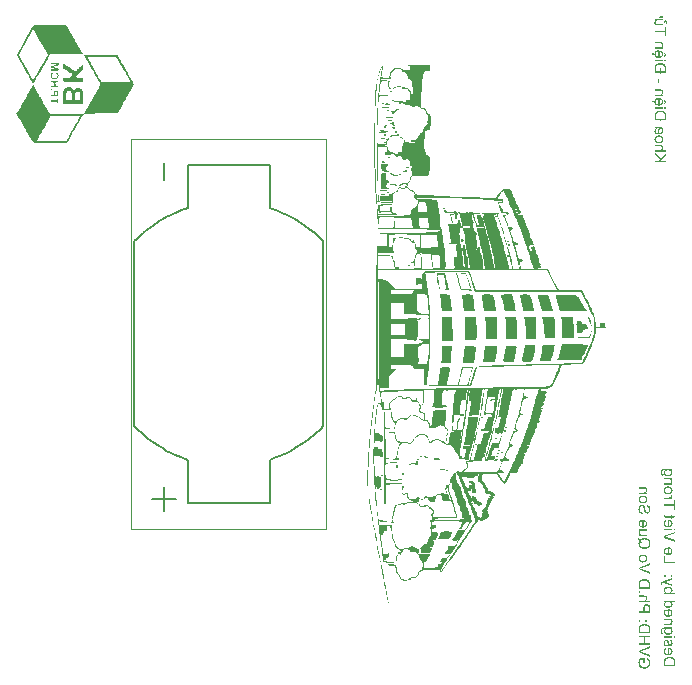
<source format=gbr>
%TF.GenerationSoftware,Altium Limited,Altium Designer,24.9.1 (31)*%
G04 Layer_Color=32896*
%FSLAX45Y45*%
%MOMM*%
%TF.SameCoordinates,87F55232-172A-40C5-9850-FF0673041AA3*%
%TF.FilePolarity,Positive*%
%TF.FileFunction,Legend,Bot*%
%TF.Part,Single*%
G01*
G75*
%TA.AperFunction,NonConductor*%
%ADD58C,0.05000*%
%ADD60C,0.12700*%
G36*
X5402012Y5154424D02*
X5374236D01*
X5371921D01*
X5367292D01*
X5360347D01*
X5353403Y5152110D01*
X5351089Y5149795D01*
X5348774Y5142851D01*
Y5138221D01*
X5346459Y5128963D01*
X5344145Y5115074D01*
X5341830Y5096557D01*
X5339515Y5068780D01*
Y5052577D01*
X5337200Y5034060D01*
X5334886Y5013227D01*
X5332571Y4990080D01*
Y4985451D01*
X5330256Y4969248D01*
Y4948416D01*
X5327942Y4925269D01*
Y4899807D01*
X5325627Y4878975D01*
Y4853513D01*
X5327942Y4851198D01*
X5332571Y4846569D01*
X5334886D01*
X5337200D01*
X5346459Y4844254D01*
X5348774D01*
X5353403Y4841940D01*
X5360347Y4839625D01*
X5367292Y4830366D01*
X5369606Y4828051D01*
X5371921Y4823422D01*
X5374236Y4816478D01*
X5376550Y4807219D01*
Y4804904D01*
X5378865Y4800275D01*
X5381180D01*
X5388124Y4797960D01*
X5390439D01*
X5392753Y4795645D01*
X5395068Y4791016D01*
X5397383D01*
X5399697Y4788701D01*
X5406641Y4777128D01*
X5408956Y4774813D01*
X5411271Y4767869D01*
X5415900Y4758610D01*
Y4735463D01*
X5413586Y4728519D01*
X5411271Y4716946D01*
X5408956Y4703057D01*
X5406641Y4684540D01*
Y4682225D01*
X5404327Y4675281D01*
X5402012Y4666022D01*
X5397383Y4661393D01*
X5395068Y4659078D01*
X5392753Y4656763D01*
X5385809D01*
X5383494D01*
X5376550Y4654449D01*
X5369606Y4652134D01*
X5364977Y4645190D01*
Y4638246D01*
X5362662Y4631302D01*
Y4622043D01*
X5360347Y4608155D01*
X5358033Y4587322D01*
X5355718Y4564175D01*
Y4559546D01*
X5353403Y4547972D01*
X5351089Y4534084D01*
Y4510937D01*
X5353403Y4508622D01*
X5355718Y4506308D01*
Y4503993D01*
X5358033Y4497049D01*
Y4494734D01*
X5360347Y4490105D01*
X5364977Y4476217D01*
Y4473902D01*
X5367292Y4466958D01*
X5369606Y4457699D01*
X5371921Y4450755D01*
X5376550Y4448440D01*
X5378865Y4446125D01*
X5385809Y4443811D01*
X5388124Y4441496D01*
X5392753Y4436867D01*
X5399697Y4425293D01*
Y4416034D01*
X5402012Y4404461D01*
Y4397517D01*
X5404327Y4390573D01*
Y4381314D01*
X5402012Y4355852D01*
X5399697Y4323446D01*
Y4321132D01*
X5397383Y4311873D01*
X5395068Y4297985D01*
X5392753Y4286411D01*
Y4277152D01*
X5390439Y4272523D01*
Y4267893D01*
X5388124D01*
X5381180D01*
X5369606Y4265579D01*
X5367292D01*
X5358033D01*
X5344145D01*
X5325627Y4267893D01*
X5323312D01*
X5318683D01*
X5311739D01*
X5302480D01*
X5281648D01*
X5274703D01*
X5267759D01*
X5265445D01*
X5260815Y4265579D01*
X5246927Y4260949D01*
X5244612Y4258635D01*
X5239983Y4247061D01*
Y4242432D01*
X5237668Y4235488D01*
Y4233173D01*
X5235354Y4223914D01*
X5233039Y4221599D01*
X5230724Y4219285D01*
X5228409Y4216970D01*
X5223780Y4210026D01*
X5221465Y4207711D01*
X5219151Y4196138D01*
Y4193823D01*
X5216836Y4189194D01*
X5214521Y4184564D01*
X5212206Y4179935D01*
X5214521Y4177620D01*
X5219151Y4172991D01*
X5223780Y4166047D01*
X5226095Y4163732D01*
X5235354Y4154473D01*
X5237668D01*
X5242298Y4152158D01*
X5246927Y4149844D01*
X5253871Y4147529D01*
X5256186D01*
X5258501Y4145214D01*
X5267759Y4138270D01*
X5270074D01*
X5272389Y4135955D01*
X5277018Y4126697D01*
Y4124382D01*
X5279333Y4122067D01*
X5288592Y4112808D01*
X5290906D01*
X5295536Y4110494D01*
X5302480Y4108179D01*
X5311739D01*
X5314053D01*
X5320997D01*
X5332571D01*
X5353403Y4105864D01*
X5355718D01*
X5358033D01*
X5374236D01*
X5395068D01*
X5418215Y4103550D01*
X5420530D01*
X5425159D01*
X5434418D01*
X5448306Y4101235D01*
X5464509D01*
X5485341Y4098920D01*
X5510803D01*
X5538579Y4096605D01*
X5543209D01*
X5552468D01*
X5568671D01*
X5587188Y4094291D01*
X5612650D01*
X5638112Y4091976D01*
X5698294Y4089661D01*
X5702923D01*
X5712182D01*
X5728385D01*
X5749217Y4087347D01*
X5772364D01*
X5797826D01*
X5851064Y4085032D01*
X5853379D01*
X5862638D01*
X5871897D01*
X5885785D01*
X5913561Y4082717D01*
X5925135D01*
X5932079D01*
X5959855D01*
X5989946Y4122067D01*
X6020037Y4161417D01*
X6050129D01*
X6082534D01*
X6094108Y4131326D01*
X6096423Y4129011D01*
X6098737Y4124382D01*
X6103367Y4108179D01*
Y4105864D01*
X6105681Y4101235D01*
X6107996Y4096605D01*
Y4089661D01*
X6110311D01*
X6112626D01*
X6114940Y4085032D01*
X6117255Y4080403D01*
X6119570Y4078088D01*
X6121884Y4073458D01*
X6126514Y4064200D01*
X6131143Y4052626D01*
X6133458Y4050311D01*
X6135773Y4043367D01*
X6140402Y4034109D01*
X6145031Y4022535D01*
X6147346Y4020220D01*
X6149661Y4015591D01*
X6151976Y4010961D01*
X6154290Y4006332D01*
X6156605Y4004017D01*
Y3994759D01*
X6158920Y3990129D01*
X6161234Y3987814D01*
X6165864Y3980870D01*
X6168178Y3978556D01*
X6170493Y3973926D01*
X6172808Y3964667D01*
Y3955409D01*
X6170493Y3953094D01*
X6168178Y3950779D01*
X6158920Y3948465D01*
X6154290D01*
X6147346Y3950779D01*
Y3953094D01*
X6145031Y3960038D01*
Y3962353D01*
X6142717Y3964667D01*
X6140402Y3966982D01*
X6138087Y3969297D01*
X6135773Y3971612D01*
Y3973926D01*
X6133458Y3980870D01*
Y3983185D01*
X6135773D01*
X6138087Y3985500D01*
X6140402D01*
X6142717D01*
X6145031Y3983185D01*
X6147346Y3985500D01*
Y3987814D01*
X6142717Y3990129D01*
X6140402D01*
X6131143D01*
X6128828D01*
X6126514D01*
X6124199D01*
X6121884Y3987814D01*
Y3985500D01*
X6124199Y3978556D01*
X6128828Y3966982D01*
Y3964667D01*
X6131143Y3960038D01*
X6140402Y3948465D01*
X6142717D01*
X6145031Y3943835D01*
X6154290Y3939206D01*
X6156605D01*
X6158920D01*
X6165864D01*
X6168178D01*
X6170493Y3941520D01*
Y3943835D01*
X6172808D01*
X6175123D01*
X6177437D01*
X6179752Y3941520D01*
X6184381Y3939206D01*
X6186696Y3936891D01*
X6189011Y3934576D01*
Y3929947D01*
X6191325Y3925318D01*
Y3923003D01*
X6193640Y3920688D01*
X6198270Y3906800D01*
Y3904485D01*
X6200584Y3902171D01*
X6205214Y3888282D01*
X6207528Y3885968D01*
Y3881338D01*
X6209843Y3876709D01*
X6212158Y3869765D01*
X6216787Y3855876D01*
X6219102Y3853562D01*
X6221417Y3844303D01*
X6228361Y3832729D01*
X6232990Y3821156D01*
X6235305Y3816527D01*
X6237619Y3804953D01*
Y3788750D01*
X6235305Y3786435D01*
X6237619D01*
X6239934Y3788750D01*
X6242249D01*
X6246878Y3786435D01*
X6249193Y3779491D01*
Y3777177D01*
X6251508Y3774862D01*
Y3770232D01*
X6249193Y3765603D01*
Y3763288D01*
X6251508Y3758659D01*
X6253822Y3754030D01*
X6258452Y3747085D01*
X6260766Y3744771D01*
X6263081Y3737827D01*
X6267711Y3726253D01*
X6274655Y3710050D01*
X6276969Y3705421D01*
X6279284Y3698477D01*
X6281599Y3689218D01*
Y3684589D01*
X6279284Y3682274D01*
X6272340Y3679959D01*
X6267711D01*
X6258452D01*
X6253822D01*
X6246878Y3677644D01*
X6244564D01*
X6242249Y3673015D01*
Y3663756D01*
X6244564Y3654497D01*
X6249193Y3642924D01*
X6251508Y3640609D01*
X6253822Y3635980D01*
X6256137Y3631350D01*
X6260766Y3629036D01*
X6263081D01*
X6265396Y3631350D01*
Y3635980D01*
X6263081Y3645239D01*
Y3647553D01*
X6260766Y3654497D01*
X6258452Y3663756D01*
Y3668386D01*
X6260766D01*
X6263081Y3670700D01*
X6272340Y3673015D01*
X6288543Y3670700D01*
X6290858Y3668386D01*
X6295487Y3659127D01*
Y3652183D01*
X6297802Y3642924D01*
Y3638294D01*
X6300116Y3629036D01*
X6302431Y3617462D01*
Y3608203D01*
X6300116Y3605889D01*
X6304746Y3608203D01*
X6307061D01*
X6311690Y3603574D01*
X6316319Y3594315D01*
X6318634Y3592000D01*
X6320949Y3582742D01*
X6323263Y3568853D01*
X6327893Y3550336D01*
Y3545706D01*
X6330208Y3534133D01*
X6332522Y3529503D01*
X6337152Y3522559D01*
X6339466Y3520245D01*
Y3517930D01*
X6334837Y3520245D01*
X6332522D01*
X6330208D01*
X6332522Y3517930D01*
X6337152Y3510986D01*
X6339466Y3508671D01*
X6341781Y3504042D01*
X6344096Y3497098D01*
Y3492468D01*
X6341781Y3490154D01*
X6337152Y3487839D01*
X6325578Y3485524D01*
X6323263D01*
X6320949D01*
X6323263Y3483209D01*
X6325578D01*
X6330208D01*
X6339466D01*
X6351040D01*
X6401963Y3480895D01*
X6445943Y3390621D01*
X6492237Y3300348D01*
X6686672D01*
X6705189Y3270257D01*
X6707504Y3267942D01*
X6712133Y3260998D01*
X6719077Y3247110D01*
X6728336Y3233222D01*
X6737595Y3212389D01*
X6749169Y3189242D01*
X6760742Y3166095D01*
X6772316Y3138319D01*
X6774630Y3136004D01*
X6776945Y3126745D01*
X6781574Y3112857D01*
X6788519Y3096654D01*
X6800092Y3057304D01*
X6804721Y3038787D01*
X6807036Y3020269D01*
Y3017954D01*
X6809351Y3008696D01*
Y2999437D01*
X6811666Y2992493D01*
X6816295Y2990178D01*
X6820924Y2987863D01*
X6830183D01*
X6832498D01*
X6837127D01*
X6844071D01*
X6846386Y2990178D01*
Y3020269D01*
X6848701Y3022584D01*
X6853330Y3024898D01*
X6862589Y3027213D01*
X6864904D01*
X6871848D01*
X6876477D01*
X6881107D01*
X6883421Y3024898D01*
X6885736Y3017954D01*
X6888051Y3006381D01*
X6892680Y2983234D01*
X6851016D01*
X6809351D01*
X6807036Y2948513D01*
Y2941569D01*
X6804721Y2929996D01*
X6802407Y2918422D01*
X6797777Y2902219D01*
X6790833Y2881387D01*
X6783889Y2860555D01*
X6774630Y2835093D01*
Y2832778D01*
X6770001Y2823519D01*
X6765372Y2809631D01*
X6758427Y2793428D01*
X6749169Y2774911D01*
X6737595Y2751764D01*
X6712133Y2705470D01*
X6691301Y2673064D01*
X6635748D01*
X6631119D01*
X6621860D01*
X6605657D01*
X6587139Y2670749D01*
X6582510D01*
X6573251D01*
X6561678D01*
X6550104Y2668434D01*
X6517698Y2666120D01*
X6508440Y2633714D01*
Y2631399D01*
X6506125Y2626770D01*
X6503810Y2619826D01*
X6499181Y2610567D01*
X6494551Y2596679D01*
X6487607Y2582790D01*
X6469090Y2545755D01*
Y2543440D01*
X6464460Y2538811D01*
X6459831Y2529552D01*
X6455201Y2517979D01*
X6441313Y2497146D01*
X6434369Y2490202D01*
X6429740Y2483258D01*
X6427425Y2480943D01*
X6422796Y2478629D01*
X6408907Y2469370D01*
X6406593D01*
X6401963D01*
X6392705Y2467055D01*
X6378816D01*
X6374187D01*
X6364928D01*
X6353355D01*
X6344096Y2464741D01*
X6341781Y2462426D01*
X6339466Y2460111D01*
Y2448538D01*
X6341781Y2441594D01*
X6344096Y2439279D01*
X6346410Y2436964D01*
X6348725D01*
Y2439279D01*
X6351040Y2441594D01*
Y2448538D01*
X6353355Y2450852D01*
X6355669D01*
X6362613D01*
X6364928D01*
X6371872Y2448538D01*
X6374187D01*
X6376502Y2446223D01*
X6383446Y2443908D01*
X6385760D01*
X6388075Y2441594D01*
X6390390Y2439279D01*
X6392705Y2434649D01*
Y2430020D01*
X6388075Y2427705D01*
X6383446Y2425391D01*
X6381131Y2423076D01*
X6378816Y2418447D01*
Y2416132D01*
X6381131Y2406873D01*
X6383446Y2402244D01*
X6385760Y2395300D01*
Y2392985D01*
X6381131Y2386041D01*
X6378816Y2383726D01*
X6376502Y2376782D01*
Y2374467D01*
X6374187Y2367523D01*
Y2365208D01*
X6371872Y2360579D01*
X6369557D01*
X6367243Y2358264D01*
X6364928D01*
X6360299D01*
X6357984Y2355950D01*
Y2351320D01*
X6360299D01*
X6362613Y2349005D01*
X6364928D01*
X6367243D01*
X6369557Y2346691D01*
Y2339747D01*
X6367243Y2337432D01*
X6362613Y2330488D01*
X6353355Y2321229D01*
X6351040D01*
X6348725Y2316600D01*
X6344096Y2314285D01*
X6341781Y2309656D01*
X6344096Y2307341D01*
X6348725D01*
X6351040D01*
X6353355Y2305026D01*
X6355669D01*
X6357984Y2302711D01*
Y2300397D01*
X6355669Y2298082D01*
X6353355D01*
X6351040D01*
X6348725D01*
X6346410Y2293453D01*
Y2291138D01*
X6348725Y2286509D01*
Y2281879D01*
X6346410Y2272620D01*
Y2270306D01*
X6344096Y2265676D01*
X6341781Y2263361D01*
X6339466Y2256417D01*
Y2251788D01*
X6337152Y2242529D01*
Y2237900D01*
X6334837Y2224012D01*
X6332522Y2219382D01*
X6327893Y2214753D01*
X6325578Y2212438D01*
X6323263Y2210123D01*
X6318634Y2205494D01*
X6316319Y2200865D01*
X6318634D01*
X6320949Y2198550D01*
X6325578D01*
X6327893D01*
X6330208D01*
X6334837Y2196235D01*
Y2191606D01*
X6332522Y2186976D01*
X6327893Y2184662D01*
X6318634Y2180032D01*
X6314005Y2177718D01*
X6309375Y2173088D01*
Y2156885D01*
X6307061Y2147626D01*
Y2142997D01*
X6302431Y2138368D01*
X6300116Y2136053D01*
X6295487Y2129109D01*
Y2124479D01*
X6293172Y2115221D01*
Y2110591D01*
X6290858Y2101332D01*
X6288543Y2096703D01*
X6286228Y2092074D01*
X6283914D01*
X6279284Y2087444D01*
Y2085129D01*
X6281599Y2080500D01*
Y2078185D01*
X6279284Y2071241D01*
Y2068927D01*
X6276969Y2066612D01*
X6274655Y2064297D01*
X6270025Y2057353D01*
Y2045779D01*
X6267711Y2041150D01*
X6265396D01*
X6263081Y2038835D01*
X6260766D01*
X6258452Y2036521D01*
Y2034206D01*
X6260766Y2031891D01*
Y2024947D01*
X6258452Y2022632D01*
X6253822Y2018003D01*
X6251508Y2015688D01*
X6246878Y2011059D01*
Y2004115D01*
X6249193Y2001800D01*
Y1997171D01*
X6244564Y1992541D01*
X6242249D01*
X6239934Y1990227D01*
X6232990D01*
X6226046D01*
X6214472Y1992541D01*
X6226046Y1987912D01*
X6228361D01*
X6232990Y1983283D01*
X6237619Y1978653D01*
X6239934Y1974024D01*
Y1969394D01*
X6237619Y1967080D01*
X6232990Y1964765D01*
X6230675Y1962450D01*
X6226046Y1957821D01*
Y1950877D01*
X6228361Y1946247D01*
X6226046Y1941618D01*
X6221417Y1932359D01*
X6219102Y1930044D01*
X6214472Y1927730D01*
X6207528Y1925415D01*
X6200584Y1927730D01*
X6198270D01*
X6191325Y1925415D01*
Y1923100D01*
X6189011Y1920786D01*
Y1918471D01*
X6191325Y1916156D01*
X6193640D01*
X6198270D01*
X6200584D01*
X6202899Y1918471D01*
X6205214Y1916156D01*
X6207528Y1911527D01*
Y1909212D01*
X6209843Y1906897D01*
X6207528Y1899953D01*
X6205214Y1895324D01*
X6202899D01*
X6200584Y1893009D01*
Y1895324D01*
X6202899Y1899953D01*
Y1902268D01*
X6205214Y1904583D01*
Y1906897D01*
X6202899D01*
X6198270Y1904583D01*
X6195955Y1902268D01*
X6193640Y1897639D01*
Y1895324D01*
X6195955Y1893009D01*
X6198270Y1890694D01*
X6200584Y1888380D01*
Y1879121D01*
X6198270Y1876806D01*
X6195955Y1874492D01*
X6193640D01*
X6191325Y1869862D01*
Y1862918D01*
X6189011Y1853659D01*
Y1835142D01*
X6186696Y1832827D01*
X6184381Y1835142D01*
X6182067Y1837456D01*
X6179752Y1842086D01*
Y1844400D01*
X6175123Y1846715D01*
X6172808Y1849030D01*
X6170493D01*
Y1846715D01*
X6168178Y1842086D01*
Y1839771D01*
X6165864Y1835142D01*
X6168178D01*
X6170493Y1837456D01*
X6172808Y1835142D01*
X6175123Y1832827D01*
X6177437Y1830512D01*
Y1828198D01*
X6175123Y1823568D01*
Y1821253D01*
X6172808Y1818939D01*
X6170493Y1816624D01*
X6168178Y1814309D01*
X6163549Y1807365D01*
Y1805050D01*
X6158920Y1800421D01*
X6156605Y1793477D01*
X6151976Y1784218D01*
X6149661Y1779589D01*
X6145031Y1770330D01*
X6138087Y1761071D01*
X6133458Y1754127D01*
X6128828D01*
X6121884D01*
X6112626Y1756442D01*
X6089479Y1758756D01*
X6068646Y1712462D01*
X6066332Y1707833D01*
X6061702Y1698574D01*
X6054758Y1687001D01*
X6047814Y1675427D01*
X6045499Y1673112D01*
X6043185Y1670798D01*
X6038555Y1666168D01*
X6033926Y1663854D01*
X6031611Y1666168D01*
X6026982Y1668483D01*
X6020037Y1673112D01*
X6017723Y1675427D01*
X6013093Y1682371D01*
X6008464Y1691630D01*
X5999205Y1705518D01*
X5973743Y1747183D01*
X5906617D01*
X5901988D01*
X5890414D01*
X5876526Y1744868D01*
X5860323Y1742554D01*
X5858008D01*
X5853379D01*
X5846435Y1740239D01*
X5844120D01*
Y1733295D01*
X5841805Y1730980D01*
X5839491Y1728665D01*
X5837176Y1724036D01*
Y1717092D01*
X5839491D01*
X5841805Y1721721D01*
Y1724036D01*
X5844120Y1726351D01*
X5846435Y1728665D01*
Y1721721D01*
X5844120Y1717092D01*
X5841805Y1707833D01*
Y1705518D01*
X5839491Y1696259D01*
Y1693945D01*
X5841805D01*
X5846435Y1691630D01*
X5851064Y1687001D01*
X5855694Y1682371D01*
X5860323Y1673112D01*
X5867267Y1661539D01*
Y1659224D01*
X5871897Y1656910D01*
X5878841Y1643021D01*
X5885785Y1629133D01*
X5890414Y1624504D01*
Y1610616D01*
X5892729D01*
X5895044Y1608301D01*
X5897358D01*
Y1601357D01*
X5895044Y1599042D01*
X5897358D01*
X5899673D01*
X5904302D01*
X5908932D01*
X5911246D01*
X5915876Y1596727D01*
X5929764Y1592098D01*
X5932079D01*
X5936708Y1589783D01*
X5941338Y1585154D01*
X5945967Y1580524D01*
X5948282D01*
X5950596Y1578210D01*
X5952911Y1575895D01*
Y1562007D01*
X5950596Y1559692D01*
X5948282D01*
X5943652Y1557377D01*
X5941338D01*
X5936708Y1555063D01*
X5941338Y1552748D01*
Y1543489D01*
X5939023Y1541174D01*
X5934394Y1534230D01*
X5932079Y1529601D01*
X5927449Y1524972D01*
X5920505Y1515713D01*
Y1513398D01*
X5915876Y1508769D01*
X5911246Y1494880D01*
Y1492566D01*
X5908932Y1490251D01*
X5904302Y1476363D01*
X5901988Y1474048D01*
Y1471733D01*
X5899673D01*
X5897358Y1469419D01*
Y1453216D01*
X5892729Y1450901D01*
X5890414Y1448586D01*
X5885785Y1443957D01*
Y1441642D01*
X5888099Y1437013D01*
X5890414Y1432383D01*
Y1416181D01*
X5892729D01*
X5895044D01*
Y1413866D01*
X5897358Y1409236D01*
X5899673Y1406922D01*
Y1390719D01*
X5895044Y1379145D01*
X5892729Y1374516D01*
X5888099Y1369887D01*
X5881155Y1365257D01*
X5878841Y1362942D01*
X5869582Y1360628D01*
X5858008Y1353684D01*
X5841805Y1349054D01*
X5839491D01*
X5832547Y1346739D01*
X5825603D01*
Y1353684D01*
X5823288D01*
X5818658D01*
X5814029Y1351369D01*
X5807085Y1344425D01*
X5795511Y1332851D01*
X5793197Y1328222D01*
X5786253Y1318963D01*
X5774679Y1302760D01*
X5760791Y1281928D01*
X5758476Y1277298D01*
X5749217Y1263410D01*
X5735329Y1242578D01*
X5714497Y1214801D01*
X5691350Y1180081D01*
X5663573Y1138416D01*
X5633482Y1094437D01*
X5598762Y1045828D01*
Y1043514D01*
X5594132Y1041199D01*
X5589503Y1034255D01*
X5584874Y1024996D01*
X5568671Y1004164D01*
X5550153Y978702D01*
X5531635Y953240D01*
X5515432Y932408D01*
X5508488Y923149D01*
X5503859Y918520D01*
X5499230Y913890D01*
X5496915Y911576D01*
X5494600D01*
X5492285Y913890D01*
Y916205D01*
X5489971Y923149D01*
Y925464D01*
X5487656Y927778D01*
X5485341Y930093D01*
X5478397Y932408D01*
X5476083D01*
X5471453D01*
X5466824Y934723D01*
X5457565D01*
X5448306D01*
X5434418D01*
X5415900D01*
X5413586D01*
X5406641D01*
X5397383D01*
X5385809D01*
X5360347Y932408D01*
X5346459Y930093D01*
X5337200Y927778D01*
X5332571D01*
X5325627Y923149D01*
X5318683Y918520D01*
X5314053Y911576D01*
Y909261D01*
X5311739Y904631D01*
X5307109Y893058D01*
X5295536Y881484D01*
X5293221Y879170D01*
X5283962Y874540D01*
X5274703Y867596D01*
X5263130Y865281D01*
X5258501D01*
X5253871Y862967D01*
X5246927Y860652D01*
X5244612D01*
X5242298Y858337D01*
X5233039Y851393D01*
X5230724Y849079D01*
X5219151Y844449D01*
X5202948Y842134D01*
X5179801D01*
X5177486D01*
X5175171Y844449D01*
X5163598Y849079D01*
X5152024Y856023D01*
X5149710Y860652D01*
X5147395Y867596D01*
Y869911D01*
X5142765Y879170D01*
Y881484D01*
X5140451Y883799D01*
X5131192Y895373D01*
X5128877Y897687D01*
X5126563Y902317D01*
X5121933Y909261D01*
X5117304Y916205D01*
Y918520D01*
X5114989Y923149D01*
X5112674Y930093D01*
Y950925D01*
X5108045Y957870D01*
X5103415Y964814D01*
X5101101D01*
X5096471Y967128D01*
X5082583Y969443D01*
X5073324D01*
X5061751D01*
X5059436D01*
X5052492Y971758D01*
X5043233D01*
X5038604D01*
X5036289Y974072D01*
X5038604D01*
X5040919Y976387D01*
X5043233D01*
X5047863Y978702D01*
X5057121D01*
X5073324D01*
X5075639D01*
X5077954D01*
X5089527D01*
X5103415Y976387D01*
X5117304Y971758D01*
X5119618D01*
Y964814D01*
X5121933Y960184D01*
Y923149D01*
X5126563Y920834D01*
X5128877Y913890D01*
X5135821Y904631D01*
X5138136Y902317D01*
X5140451Y900002D01*
X5149710Y886114D01*
X5152024Y881484D01*
X5154339Y874540D01*
Y872226D01*
X5156654Y869911D01*
X5158968Y862967D01*
X5163598Y858337D01*
X5165912D01*
X5172857Y856023D01*
X5182115Y853708D01*
X5196004Y851393D01*
X5198318D01*
X5205262D01*
X5219151Y853708D01*
X5221465D01*
X5223780Y856023D01*
X5228409Y860652D01*
X5230724Y862967D01*
X5233039Y865281D01*
X5239983Y867596D01*
X5242298D01*
X5244612Y869911D01*
X5253871Y872226D01*
X5256186D01*
X5265445Y874540D01*
X5274703Y876855D01*
X5286277Y881484D01*
X5288592Y883799D01*
X5295536Y888428D01*
X5300165Y897687D01*
X5304795Y909261D01*
Y911576D01*
X5307109Y913890D01*
X5311739Y923149D01*
Y925464D01*
X5314053Y927778D01*
X5320997Y932408D01*
X5325627Y934723D01*
X5332571Y941667D01*
X5339515Y953240D01*
X5344145Y969443D01*
Y985646D01*
X5339515Y999534D01*
X5327942Y1013422D01*
Y1015737D01*
X5323312Y1018052D01*
X5316368Y1027311D01*
Y1031940D01*
X5314053Y1041199D01*
Y1043514D01*
X5311739Y1050458D01*
X5309424Y1052772D01*
X5307109Y1057402D01*
X5304795D01*
X5300165Y1062031D01*
X5297850Y1064346D01*
X5290906Y1071290D01*
Y1073605D01*
X5288592Y1075919D01*
X5286277Y1080549D01*
X5281648Y1082863D01*
X5279333D01*
X5277018Y1085178D01*
X5263130D01*
X5260815D01*
X5253871D01*
X5246927D01*
X5239983Y1087493D01*
X5237668Y1089808D01*
X5235354Y1094437D01*
X5230724Y1099066D01*
Y1101381D01*
X5228409Y1103696D01*
X5221465Y1108325D01*
X5219151Y1110640D01*
X5207577D01*
X5205262D01*
X5196004D01*
X5186745Y1108325D01*
X5177486Y1103696D01*
Y1101381D01*
X5172857Y1096752D01*
X5168227Y1087493D01*
X5161283Y1073605D01*
X5158968Y1071290D01*
X5156654Y1066661D01*
X5152024Y1062031D01*
X5149710Y1057402D01*
Y1080549D01*
X5147395Y1082863D01*
X5145080Y1080549D01*
X5140451Y1075919D01*
X5133507Y1066661D01*
X5131192Y1062031D01*
X5126563Y1050458D01*
Y1006478D01*
X5124248Y1001849D01*
X5121933Y1004164D01*
X5119618Y1008793D01*
X5117304Y1020367D01*
Y1045828D01*
X5121933Y1059716D01*
X5124248Y1062031D01*
X5128877Y1071290D01*
X5135821Y1080549D01*
X5147395Y1087493D01*
X5165912Y1096752D01*
X5145080Y1103696D01*
X5142765Y1106010D01*
X5135821Y1108325D01*
X5117304Y1122213D01*
X5114989Y1124528D01*
X5110360Y1131472D01*
X5105730Y1140731D01*
X5103415Y1154619D01*
Y1156934D01*
X5101101Y1161563D01*
X5096471Y1173137D01*
Y1175452D01*
X5094157Y1177766D01*
Y1182396D01*
X5091842Y1184710D01*
X5089527Y1189340D01*
X5087213Y1196284D01*
X5082583Y1205543D01*
Y1207857D01*
X5080268Y1217116D01*
Y1231004D01*
X5077954Y1251837D01*
Y1256466D01*
X5075639Y1270354D01*
X5073324Y1286557D01*
X5068695Y1298131D01*
Y1300445D01*
X5066380Y1305075D01*
X5064066Y1307390D01*
X5061751Y1309704D01*
X5059436Y1307390D01*
X5054807Y1305075D01*
X5052492D01*
X5045548D01*
X5043233D01*
Y1302760D01*
X5040919Y1298131D01*
Y1295816D01*
X5038604Y1284243D01*
Y1272669D01*
X5036289Y1268040D01*
X5033974Y1265725D01*
X5029345Y1263410D01*
X5022401Y1261096D01*
X5017772Y1258781D01*
X5010827Y1254151D01*
Y1251837D01*
X5008513Y1244893D01*
Y1240263D01*
X5006198Y1235634D01*
X5001569Y1231004D01*
X4996939D01*
X4994625D01*
X4989995Y1235634D01*
X4987680Y1237949D01*
X4985366Y1235634D01*
Y1226375D01*
X4987680Y1221746D01*
Y1214801D01*
X4989995Y1205543D01*
X4992310Y1191654D01*
X4994625Y1173137D01*
X4996939Y1149990D01*
Y1145360D01*
X4999254Y1131472D01*
X5001569Y1112955D01*
X5003883Y1092122D01*
Y1087493D01*
X5006198Y1080549D01*
X5008513Y1071290D01*
Y1066661D01*
X5010827D01*
X5013142Y1064346D01*
X5020086D01*
X5022401D01*
X5027030Y1066661D01*
X5036289Y1068975D01*
X5045548Y1071290D01*
X5047863D01*
X5050177Y1073605D01*
X5052492Y1075919D01*
Y1073605D01*
X5054807Y1068975D01*
Y1055087D01*
X5052492Y1052772D01*
X5050177Y1043514D01*
X5047863Y1041199D01*
X5040919Y1036569D01*
X5036289D01*
X5029345Y1031940D01*
Y1029625D01*
X5027030Y1024996D01*
Y1022681D01*
X5024716Y1020367D01*
X5022401D01*
X5020086Y1018052D01*
X5017772D01*
X5015457Y1015737D01*
Y1013422D01*
X5013142Y1011108D01*
X5017772Y1008793D01*
X5027030Y1006478D01*
X5033974Y1004164D01*
X5045548Y1001849D01*
X5047863D01*
X5052492D01*
X5057121Y999534D01*
X5066380D01*
X5089527Y997219D01*
X5119618Y992590D01*
X5117304D01*
X5112674D01*
X5103415D01*
X5089527D01*
X5087213D01*
X5077954D01*
X5064066D01*
X5050177D01*
X5047863D01*
X5040919Y994905D01*
X5033974D01*
X5029345Y997219D01*
X5027030D01*
X5022401Y999534D01*
X5015457Y1001849D01*
X5008513Y1008793D01*
Y1011108D01*
X5006198Y1018052D01*
X5003883Y1027311D01*
X5001569Y1041199D01*
Y1050458D01*
X4999254Y1059716D01*
Y1073605D01*
X4996939Y1092122D01*
X4994625Y1115269D01*
X4989995Y1143046D01*
Y1147675D01*
X4987680Y1156934D01*
X4985366Y1170822D01*
X4983051Y1187025D01*
X4980736Y1205543D01*
X4978422Y1219431D01*
Y1233319D01*
X4976107Y1240263D01*
X4973792Y1242578D01*
Y1247207D01*
X4971477Y1256466D01*
Y1274984D01*
X4969163Y1284243D01*
Y1305075D01*
X4966848Y1318963D01*
Y1323592D01*
X4964533Y1332851D01*
Y1346739D01*
X4962219Y1360628D01*
Y1365257D01*
X4959904Y1376831D01*
X4957589Y1397663D01*
X4952960Y1425439D01*
X4950645Y1457845D01*
X4946016Y1497195D01*
X4941386Y1538860D01*
X4939072Y1587469D01*
Y1601357D01*
X4936757Y1610616D01*
Y1622189D01*
X4934442Y1636077D01*
X4932128Y1670798D01*
X4929813Y1710148D01*
X4927498Y1756442D01*
Y1802736D01*
X4925183Y1853659D01*
Y1936989D01*
X4927498Y1976338D01*
Y2020318D01*
X4932128Y2112906D01*
Y2124479D01*
X4934442Y2133738D01*
Y2154570D01*
X4936757Y2182347D01*
X4941386Y2212438D01*
X4943701Y2244844D01*
X4948330Y2277250D01*
X4952960Y2307341D01*
Y2311970D01*
X4955275Y2321229D01*
X4957589Y2332803D01*
X4959904Y2339747D01*
Y2342061D01*
X4962219Y2344376D01*
X4966848Y2346691D01*
X4971477D01*
X4973792D01*
X4980736D01*
X4983051D01*
X4985366Y2349005D01*
X4987680D01*
Y2379097D01*
X4985366Y2390670D01*
X4983051Y2404558D01*
Y2409188D01*
X4980736Y2418447D01*
X4978422Y2434649D01*
X4973792Y2453167D01*
Y2469370D01*
X4971477Y2483258D01*
Y2513349D01*
X4969163Y2520293D01*
Y2529552D01*
X4966848Y2531867D01*
Y2529552D01*
X4964533Y2522608D01*
X4959904Y2511035D01*
Y2506405D01*
X4957589Y2497146D01*
X4955275Y2483258D01*
X4950645Y2464741D01*
Y2460111D01*
X4948330Y2450852D01*
X4946016Y2432335D01*
X4941386Y2409188D01*
X4936757Y2381411D01*
X4932128Y2349005D01*
X4927498Y2311970D01*
X4922869Y2270306D01*
Y2265676D01*
X4920554Y2251788D01*
X4918239Y2230956D01*
X4913610Y2200865D01*
X4911295Y2168459D01*
X4906666Y2131423D01*
X4902036Y2089759D01*
X4897407Y2048094D01*
Y2043465D01*
X4895092Y2029577D01*
Y2006430D01*
X4892778Y1978653D01*
X4890463Y1946247D01*
X4888148Y1909212D01*
X4883519Y1830512D01*
Y1814309D01*
X4881204Y1795792D01*
Y1744868D01*
X4878889Y1719407D01*
Y1612930D01*
X4876575Y1622189D01*
Y1636077D01*
X4874260Y1652280D01*
Y1761071D01*
X4876575Y1784218D01*
Y1814309D01*
X4878889Y1846715D01*
Y1881436D01*
X4881204Y1920786D01*
Y1925415D01*
X4883519Y1939303D01*
Y1962450D01*
X4885834Y1990227D01*
X4890463Y2022632D01*
X4892778Y2061982D01*
X4897407Y2103647D01*
X4902036Y2145312D01*
Y2149941D01*
X4904351Y2156885D01*
Y2166144D01*
X4906666Y2189291D01*
X4908981Y2217067D01*
X4913610Y2251788D01*
X4918239Y2288823D01*
X4929813Y2367523D01*
X4943701Y2469370D01*
X4946016Y3038787D01*
Y3455433D01*
X4948330Y3476265D01*
Y3513301D01*
X4950645Y3515615D01*
Y3506356D01*
X4952960Y3395251D01*
X4957589Y3673015D01*
X5001569Y3675330D01*
X5043233Y3677644D01*
Y3774862D01*
X5006198D01*
X5003883D01*
X4996939D01*
X4978422D01*
X4976107D01*
X4973792Y3777177D01*
X4969163D01*
X4966848Y3779491D01*
X4969163D01*
X4971477D01*
X4976107Y3781806D01*
X4985366D01*
X4999254D01*
X5020086D01*
X5045548D01*
X5050177D01*
X5059436D01*
X5075639D01*
X5098786D01*
X5126563D01*
X5158968D01*
X5193689D01*
X5233039D01*
X5235354D01*
X5237668D01*
X5251556D01*
X5272389D01*
X5297850D01*
X5327942D01*
X5358033D01*
X5388124D01*
X5418215D01*
X5420530D01*
X5429788D01*
X5441362D01*
X5455250Y3784121D01*
X5469138D01*
X5480712D01*
X5487656D01*
X5483027Y3786435D01*
X5473768D01*
X5459880D01*
X5439047Y3788750D01*
X5413586D01*
X5408956D01*
X5399697D01*
X5383494D01*
X5360347Y3791065D01*
X5332571D01*
X5302480D01*
X5265445Y3793380D01*
X5226095D01*
X4964533Y3795694D01*
X5233039D01*
X5235354D01*
X5239983D01*
X5246927D01*
X5256186D01*
X5281648D01*
X5311739D01*
X5346459D01*
X5381180D01*
X5411271D01*
X5439047D01*
X5441362D01*
X5448306D01*
X5459880D01*
X5471453Y3798009D01*
X5480712D01*
X5492285Y3800324D01*
X5499230D01*
X5501544Y3802638D01*
Y3804953D01*
X5496915D01*
X5492285Y3807268D01*
X5483027Y3809582D01*
X5471453Y3811897D01*
X5452935Y3814212D01*
X5427474D01*
X5425159D01*
X5413586D01*
X5395068D01*
X5369606Y3816527D01*
X5334886D01*
X5290906D01*
X5237668D01*
X5209892D01*
X5177486D01*
X4962219D01*
Y3837359D01*
X4964533D01*
X4966848Y3832729D01*
X4969163Y3830415D01*
X4973792Y3828100D01*
X4983051Y3825785D01*
X4985366D01*
X4994625D01*
X5010827Y3823471D01*
X5033974D01*
X5036289D01*
X5043233D01*
X5050177D01*
X5061751D01*
X5080268D01*
X5087213D01*
X5091842Y3825785D01*
Y3828100D01*
X5094157Y3830415D01*
Y3835044D01*
X5096471Y3841988D01*
Y3851247D01*
X5098786Y3865135D01*
Y3923003D01*
X5036289D01*
X5033974D01*
X5029345D01*
X5020086D01*
X5010827D01*
X4989995Y3920688D01*
X4980736D01*
X4976107Y3918373D01*
X4973792Y3911429D01*
X4971477Y3902171D01*
Y3879023D01*
X4969163Y3867450D01*
Y3865135D01*
X4966848Y3862821D01*
X4964533Y3865135D01*
Y3872079D01*
X4962219Y3881338D01*
X4959904Y3895226D01*
X4957589Y3918373D01*
X4955275Y3946150D01*
Y3962353D01*
X4952960Y3983185D01*
X4950645Y4013276D01*
X4948330Y4052626D01*
X4946016Y4098920D01*
X4941386Y4156788D01*
Y4186879D01*
X4939072Y4221599D01*
Y4233173D01*
X4936757Y4247061D01*
Y4265579D01*
X4934442Y4291040D01*
Y4321132D01*
X4932128Y4358167D01*
Y4698428D01*
X4934442Y4728519D01*
Y4765554D01*
X4936757Y4804904D01*
X4939072Y4888234D01*
Y4922954D01*
X4941386Y4943786D01*
Y4987766D01*
X4943701Y5006283D01*
Y5022486D01*
X4946016Y5031745D01*
X4948330Y5043319D01*
X4950645Y5057207D01*
X4955275Y5075724D01*
X4959904Y5096557D01*
X4971477Y5142851D01*
Y5145165D01*
X4973792Y5152110D01*
X4978422Y5163683D01*
X4980736Y5172942D01*
X4985366Y5184515D01*
X4989995Y5193774D01*
X4994625Y5196089D01*
X4996939D01*
X4999254D01*
Y5193774D01*
X5001569D01*
X5003883Y5196089D01*
X5006198Y5198404D01*
Y5191460D01*
X5003883Y5182201D01*
X5001569Y5170627D01*
X4999254Y5156739D01*
X4994625Y5140536D01*
Y5126648D01*
X4992310Y5115074D01*
Y5108130D01*
X4994625Y5105816D01*
X4999254Y5103501D01*
X5010827Y5098871D01*
X5020086Y5096557D01*
X5031660D01*
X5033974D01*
X5040919D01*
X5045548D01*
X5050177Y5098871D01*
X5052492Y5103501D01*
X5054807Y5108130D01*
X5057121Y5115074D01*
Y5117389D01*
X5061751Y5126648D01*
X5066380Y5140536D01*
X5075639Y5154424D01*
X5077954Y5159054D01*
X5084898Y5165998D01*
X5094157Y5175257D01*
X5103415Y5179886D01*
X5105730D01*
X5112674Y5182201D01*
X5124248Y5184515D01*
X5135821D01*
X5138136D01*
X5145080D01*
X5154339Y5179886D01*
X5165912Y5175257D01*
X5168227Y5172942D01*
X5175171Y5170627D01*
X5186745Y5168312D01*
X5202948Y5165998D01*
X5205262D01*
X5207577D01*
X5216836D01*
X5226095Y5168312D01*
X5230724Y5170627D01*
Y5184515D01*
X5233039Y5186830D01*
X5235354Y5193774D01*
Y5196089D01*
X5230724Y5200718D01*
X5228409Y5203033D01*
X5223780D01*
X5216836D01*
X5214521Y5205348D01*
X5219151D01*
X5223780D01*
X5230724D01*
X5233039D01*
X5235354D01*
X5249242D01*
X5270074D01*
X5297850D01*
X5402012Y5207662D01*
Y5154424D01*
D02*
G37*
G36*
X4888148Y1557377D02*
X4890463Y1552748D01*
Y1545804D01*
X4892778Y1531916D01*
X4895092Y1518027D01*
X4897407Y1497195D01*
X4902036Y1471733D01*
Y1469419D01*
X4904351Y1460160D01*
X4906666Y1443957D01*
X4911295Y1423125D01*
X4913610Y1399978D01*
X4920554Y1369887D01*
X4925183Y1335166D01*
X4932128Y1298131D01*
Y1293501D01*
X4934442Y1279613D01*
X4939072Y1258781D01*
X4943701Y1231004D01*
X4950645Y1196284D01*
X4957589Y1159249D01*
X4964533Y1115269D01*
X4973792Y1071290D01*
Y1066661D01*
X4976107Y1059716D01*
X4978422Y1050458D01*
X4983051Y1027311D01*
X4987680Y997219D01*
X4994625Y960184D01*
X5001569Y920834D01*
X5010827Y879170D01*
X5017772Y835190D01*
Y832876D01*
X5020086Y830561D01*
X5022401Y816673D01*
X5027030Y793526D01*
X5031660Y770379D01*
X5036289Y742602D01*
X5043233Y717141D01*
X5047863Y693994D01*
X5050177Y675476D01*
Y670847D01*
X5052492Y659273D01*
X5054807Y652329D01*
Y647699D01*
X5052492Y650014D01*
Y652329D01*
X5050177Y656958D01*
X5047863Y663902D01*
X5045548Y673161D01*
X5043233Y689364D01*
X5038604Y710196D01*
X5033974Y735658D01*
Y740288D01*
X5031660Y749546D01*
X5027030Y765749D01*
X5022401Y786582D01*
X5017772Y812043D01*
X5010827Y842134D01*
X5003883Y876855D01*
X4996939Y913890D01*
Y918520D01*
X4994625Y932408D01*
X4989995Y953240D01*
X4985366Y981017D01*
X4978422Y1013422D01*
X4971477Y1048143D01*
X4964533Y1087493D01*
X4957589Y1129158D01*
Y1133787D01*
X4955275Y1147675D01*
X4950645Y1168507D01*
X4946016Y1193969D01*
X4941386Y1221746D01*
X4934442Y1254151D01*
X4929813Y1284243D01*
X4922869Y1314334D01*
Y1321278D01*
X4920554Y1328222D01*
X4918239Y1337481D01*
X4915925Y1360628D01*
X4911295Y1390719D01*
X4904351Y1423125D01*
X4899722Y1453216D01*
X4895092Y1483307D01*
X4890463Y1506454D01*
Y1515713D01*
X4888148Y1524972D01*
Y1536545D01*
X4885834Y1557377D01*
Y1571266D01*
X4888148D01*
Y1557377D01*
D02*
G37*
G36*
X7375807Y5607942D02*
X7361851D01*
Y5614144D01*
X7359172Y5614003D01*
X7356917Y5613862D01*
X7354943Y5613580D01*
X7353534Y5613157D01*
X7352406Y5612735D01*
X7351701Y5612453D01*
X7351278Y5612312D01*
X7351137Y5612171D01*
X7348882Y5610479D01*
X7347190Y5608505D01*
X7345780Y5606391D01*
X7344653Y5604417D01*
X7343948Y5602585D01*
X7343384Y5601034D01*
X7343243Y5600470D01*
Y5600047D01*
X7343102Y5599765D01*
Y5599624D01*
X7375807D01*
Y5587642D01*
X7337886D01*
X7334644Y5587501D01*
X7331824Y5587360D01*
X7329428Y5587078D01*
X7327454Y5586655D01*
X7325904Y5586232D01*
X7324776Y5585950D01*
X7324212Y5585809D01*
X7323930Y5585668D01*
X7322238Y5584822D01*
X7320829Y5583836D01*
X7319560Y5582708D01*
X7318432Y5581580D01*
X7317586Y5580593D01*
X7317022Y5579748D01*
X7316600Y5579184D01*
X7316459Y5579043D01*
X7315613Y5577210D01*
X7314908Y5575518D01*
X7314485Y5573827D01*
X7314062Y5572276D01*
X7313921Y5570866D01*
X7313780Y5569880D01*
Y5568893D01*
X7313921Y5566778D01*
X7314203Y5564946D01*
X7314767Y5563395D01*
X7315331Y5561844D01*
X7316036Y5560576D01*
X7316881Y5559448D01*
X7317868Y5558461D01*
X7318855Y5557615D01*
X7320688Y5556347D01*
X7322238Y5555642D01*
X7322802Y5555360D01*
X7323366Y5555219D01*
X7323648Y5555078D01*
X7323789D01*
X7324494Y5554937D01*
X7325340Y5554796D01*
X7327172Y5554655D01*
X7329287Y5554514D01*
X7331401D01*
X7333375Y5554373D01*
X7334926D01*
X7335630D01*
X7336053D01*
X7336335D01*
X7336476D01*
X7375807D01*
Y5542390D01*
X7331965D01*
X7329287D01*
X7327031Y5542531D01*
X7325058Y5542672D01*
X7323507Y5542813D01*
X7322238D01*
X7321393Y5542954D01*
X7320829Y5543095D01*
X7320688D01*
X7318855Y5543518D01*
X7317163Y5544082D01*
X7315613Y5544646D01*
X7314344Y5545351D01*
X7313216Y5545915D01*
X7312511Y5546338D01*
X7311948Y5546620D01*
X7311807Y5546761D01*
X7310538Y5547888D01*
X7309269Y5549157D01*
X7308282Y5550426D01*
X7307436Y5551835D01*
X7306732Y5552963D01*
X7306168Y5553950D01*
X7305886Y5554514D01*
X7305745Y5554796D01*
X7305040Y5556910D01*
X7304476Y5558884D01*
X7304053Y5560858D01*
X7303771Y5562690D01*
X7303630Y5564241D01*
X7303489Y5565510D01*
Y5566496D01*
X7303630Y5569034D01*
X7304053Y5571571D01*
X7304617Y5573827D01*
X7305322Y5575941D01*
X7306309Y5577915D01*
X7307296Y5579748D01*
X7308282Y5581439D01*
X7309410Y5582990D01*
X7310538Y5584400D01*
X7311525Y5585527D01*
X7312652Y5586514D01*
X7313498Y5587360D01*
X7314203Y5588065D01*
X7314767Y5588488D01*
X7315190Y5588770D01*
X7315331Y5588911D01*
X7305040D01*
Y5599624D01*
X7338168D01*
X7338450Y5601880D01*
X7339014Y5603994D01*
X7339719Y5605968D01*
X7340564Y5607801D01*
X7341551Y5609492D01*
X7342538Y5611043D01*
X7343525Y5612453D01*
X7344653Y5613580D01*
X7345639Y5614708D01*
X7346767Y5615695D01*
X7347613Y5616400D01*
X7348459Y5617105D01*
X7349164Y5617527D01*
X7349727Y5617950D01*
X7350009Y5618232D01*
X7350150D01*
X7350996Y5618655D01*
X7351983Y5619078D01*
X7354098Y5619642D01*
X7356494Y5620206D01*
X7358891Y5620488D01*
X7361146Y5620629D01*
X7362133D01*
X7362979Y5620770D01*
X7363684D01*
X7364247D01*
X7364529D01*
X7364670D01*
X7375807D01*
Y5607942D01*
D02*
G37*
G36*
X7399208Y5586514D02*
X7400759Y5585809D01*
X7402168Y5584822D01*
X7403296Y5583836D01*
X7404142Y5582708D01*
X7404706Y5581721D01*
X7405129Y5581157D01*
X7405270Y5580875D01*
X7406115Y5578761D01*
X7406820Y5576646D01*
X7407243Y5574391D01*
X7407525Y5572276D01*
X7407807Y5570303D01*
X7407948Y5568893D01*
Y5565087D01*
X7407807Y5562972D01*
Y5561421D01*
X7407666Y5560012D01*
X7407525Y5559025D01*
Y5558461D01*
X7407384Y5558038D01*
Y5557897D01*
X7400618Y5558602D01*
X7400759Y5560153D01*
Y5561421D01*
X7400900Y5562408D01*
Y5566919D01*
X7400618Y5568752D01*
X7400477Y5570303D01*
X7400195Y5571571D01*
X7399913Y5572417D01*
X7399631Y5573122D01*
X7399490Y5573545D01*
X7399349Y5573686D01*
X7398926Y5574391D01*
X7398503Y5574814D01*
X7397657Y5575377D01*
X7397093Y5575659D01*
X7396811D01*
X7395966Y5575518D01*
X7395120Y5575096D01*
X7394556Y5574391D01*
X7393992Y5573827D01*
X7393710Y5573122D01*
X7393428Y5572558D01*
X7393146Y5572135D01*
Y5571994D01*
X7393005Y5571430D01*
X7392864Y5570725D01*
X7392582Y5569175D01*
Y5568470D01*
X7392441Y5567765D01*
Y5567201D01*
X7384547D01*
Y5574673D01*
X7387930D01*
X7388212Y5576787D01*
X7388776Y5578761D01*
X7389340Y5580311D01*
X7390045Y5581721D01*
X7390750Y5582990D01*
X7391596Y5583836D01*
X7392441Y5584681D01*
X7393287Y5585386D01*
X7394133Y5585809D01*
X7394838Y5586232D01*
X7396248Y5586655D01*
X7396811Y5586796D01*
X7397234D01*
X7397375D01*
X7397516D01*
X7399208Y5586514D01*
D02*
G37*
G36*
X7402591Y5453579D02*
X7391032D01*
Y5485721D01*
X7305040D01*
Y5498690D01*
X7391032D01*
Y5530831D01*
X7402591D01*
Y5453579D01*
D02*
G37*
G36*
X7353816Y5402830D02*
X7355789Y5402689D01*
X7357481D01*
X7358609Y5402548D01*
X7359454Y5402407D01*
X7360018Y5402266D01*
X7360159D01*
X7361992Y5401843D01*
X7363684Y5401139D01*
X7365093Y5400575D01*
X7366503Y5400011D01*
X7367490Y5399306D01*
X7368195Y5398883D01*
X7368758Y5398601D01*
X7368899Y5398460D01*
X7370309Y5397332D01*
X7371437Y5396064D01*
X7372565Y5394795D01*
X7373410Y5393385D01*
X7374115Y5392257D01*
X7374538Y5391271D01*
X7374820Y5390707D01*
X7374961Y5390425D01*
X7375807Y5388451D01*
X7376371Y5386337D01*
X7376794Y5384363D01*
X7377076Y5382531D01*
X7377217Y5380980D01*
X7377358Y5379852D01*
Y5378724D01*
X7377217Y5376046D01*
X7376794Y5373508D01*
X7376230Y5371253D01*
X7375525Y5368997D01*
X7374679Y5367024D01*
X7373692Y5365191D01*
X7372565Y5363500D01*
X7371578Y5362090D01*
X7370450Y5360680D01*
X7369322Y5359552D01*
X7368336Y5358566D01*
X7367490Y5357720D01*
X7366785Y5357156D01*
X7366221Y5356733D01*
X7365798Y5356451D01*
X7365657Y5356310D01*
X7375807D01*
Y5345596D01*
X7305040D01*
Y5357579D01*
X7343525D01*
X7345921D01*
X7348318Y5357861D01*
X7350291Y5358143D01*
X7352124Y5358425D01*
X7353816Y5358848D01*
X7355366Y5359270D01*
X7356776Y5359834D01*
X7357904Y5360398D01*
X7358891Y5360821D01*
X7359736Y5361385D01*
X7360441Y5361808D01*
X7361005Y5362231D01*
X7361710Y5362795D01*
X7361992Y5363077D01*
X7363684Y5365191D01*
X7364811Y5367447D01*
X7365657Y5369702D01*
X7366362Y5371676D01*
X7366644Y5373508D01*
X7366785Y5374918D01*
X7366926Y5375482D01*
Y5376187D01*
X7366785Y5377878D01*
X7366644Y5379570D01*
X7366221Y5380980D01*
X7365798Y5382108D01*
X7365375Y5383094D01*
X7365093Y5383940D01*
X7364811Y5384363D01*
X7364670Y5384504D01*
X7363824Y5385773D01*
X7362838Y5386901D01*
X7361851Y5387746D01*
X7361005Y5388451D01*
X7360159Y5388874D01*
X7359454Y5389297D01*
X7359032Y5389579D01*
X7358891D01*
X7357340Y5390002D01*
X7355648Y5390425D01*
X7353816Y5390707D01*
X7351983Y5390848D01*
X7350432Y5390989D01*
X7349164D01*
X7348177D01*
X7348036D01*
X7347895D01*
X7305040D01*
Y5402971D01*
X7348459D01*
X7351419D01*
X7353816Y5402830D01*
D02*
G37*
G36*
X7297005Y5292310D02*
X7283331D01*
Y5305984D01*
X7297005D01*
Y5292310D01*
D02*
G37*
G36*
X7343666Y5330795D02*
X7346626Y5330513D01*
X7349446Y5330090D01*
X7352124Y5329526D01*
X7354520Y5328821D01*
X7356776Y5328116D01*
X7358750Y5327270D01*
X7360582Y5326424D01*
X7362274Y5325579D01*
X7363684Y5324733D01*
X7364811Y5324028D01*
X7365798Y5323323D01*
X7366644Y5322759D01*
X7367208Y5322336D01*
X7367490Y5322054D01*
X7367631Y5321913D01*
X7369322Y5320222D01*
X7370873Y5318389D01*
X7372142Y5316416D01*
X7373269Y5314442D01*
X7374256Y5312468D01*
X7374961Y5310636D01*
X7375666Y5308662D01*
X7376089Y5306971D01*
X7376512Y5305138D01*
X7376794Y5303587D01*
X7377076Y5302178D01*
X7377217Y5301050D01*
X7377358Y5300063D01*
Y5298653D01*
X7377217Y5295975D01*
X7376935Y5293437D01*
X7376512Y5291041D01*
X7375807Y5288785D01*
X7375102Y5286671D01*
X7374256Y5284697D01*
X7373410Y5282865D01*
X7372424Y5281314D01*
X7371578Y5279763D01*
X7370591Y5278495D01*
X7369745Y5277367D01*
X7369040Y5276521D01*
X7368336Y5275816D01*
X7367913Y5275252D01*
X7367631Y5274970D01*
X7367490Y5274829D01*
X7365516Y5273279D01*
X7363402Y5271869D01*
X7361287Y5270600D01*
X7359032Y5269473D01*
X7356635Y5268627D01*
X7354379Y5267922D01*
X7349868Y5266794D01*
X7347895Y5266371D01*
X7345921Y5266089D01*
X7344230Y5265948D01*
X7342679Y5265807D01*
X7341410Y5265666D01*
X7340564D01*
X7339860D01*
X7339719D01*
X7336617Y5265807D01*
X7333657Y5266089D01*
X7330838Y5266512D01*
X7328300Y5267076D01*
X7325904Y5267781D01*
X7323648Y5268486D01*
X7321674Y5269332D01*
X7319842Y5270177D01*
X7318291Y5271023D01*
X7316881Y5271869D01*
X7315754Y5272574D01*
X7314767Y5273279D01*
X7313921Y5273843D01*
X7313357Y5274266D01*
X7313075Y5274547D01*
X7312934Y5274688D01*
X7311243Y5276521D01*
X7309833Y5278354D01*
X7308564Y5280327D01*
X7307436Y5282442D01*
X7306591Y5284415D01*
X7305745Y5286530D01*
X7304617Y5290477D01*
X7304335Y5292310D01*
X7304053Y5294001D01*
X7303771Y5295552D01*
X7303630Y5296821D01*
X7303489Y5297808D01*
Y5299358D01*
X7303771Y5303728D01*
X7304476Y5307675D01*
X7305322Y5311200D01*
X7305886Y5312609D01*
X7306450Y5314019D01*
X7307014Y5315288D01*
X7307577Y5316416D01*
X7308000Y5317261D01*
X7308423Y5318107D01*
X7308846Y5318671D01*
X7309128Y5319094D01*
X7309410Y5319376D01*
Y5319517D01*
X7311948Y5322336D01*
X7314626Y5324592D01*
X7317445Y5326565D01*
X7320124Y5327975D01*
X7322520Y5329103D01*
X7323648Y5329526D01*
X7324494Y5329949D01*
X7325340Y5330231D01*
X7325904Y5330372D01*
X7326185Y5330513D01*
X7326326D01*
X7327877Y5318107D01*
X7325199Y5316979D01*
X7322943Y5315711D01*
X7320970Y5314442D01*
X7319419Y5313314D01*
X7318291Y5312327D01*
X7317445Y5311482D01*
X7316881Y5310777D01*
X7316741Y5310636D01*
X7315613Y5308803D01*
X7314767Y5306971D01*
X7314203Y5304997D01*
X7313780Y5303305D01*
X7313498Y5301755D01*
X7313357Y5300486D01*
Y5299358D01*
X7313498Y5297667D01*
X7313639Y5296116D01*
X7314344Y5293297D01*
X7315331Y5290759D01*
X7316459Y5288504D01*
X7317445Y5286812D01*
X7318432Y5285543D01*
X7319137Y5284697D01*
X7319419Y5284556D01*
Y5284415D01*
X7321956Y5282442D01*
X7324776Y5280891D01*
X7327877Y5279763D01*
X7330697Y5278918D01*
X7333234Y5278495D01*
X7334362Y5278213D01*
X7335349Y5278072D01*
X7336194D01*
X7336758Y5277931D01*
X7337181D01*
X7337322D01*
Y5330795D01*
X7338732Y5330935D01*
X7339719D01*
X7340283D01*
X7340423D01*
X7343666Y5330795D01*
D02*
G37*
G36*
X7403155Y5304433D02*
Y5291605D01*
X7384547Y5277226D01*
Y5290900D01*
X7395825Y5298512D01*
X7384547Y5305843D01*
Y5319517D01*
X7403155Y5304433D01*
D02*
G37*
G36*
X7402591Y5239446D02*
X7388917D01*
Y5251428D01*
X7402591D01*
Y5239446D01*
D02*
G37*
G36*
X7375807D02*
X7305040D01*
Y5251428D01*
X7375807D01*
Y5239446D01*
D02*
G37*
G36*
X7359032Y5222952D02*
X7363402Y5222530D01*
X7367349Y5221825D01*
X7369181Y5221543D01*
X7370732Y5221120D01*
X7372283Y5220697D01*
X7373551Y5220415D01*
X7374679Y5220133D01*
X7375666Y5219710D01*
X7376512Y5219569D01*
X7377076Y5219287D01*
X7377358Y5219146D01*
X7377499D01*
X7381164Y5217596D01*
X7384406Y5215763D01*
X7387226Y5213930D01*
X7389622Y5211957D01*
X7391596Y5210406D01*
X7393005Y5208996D01*
X7393428Y5208433D01*
X7393851Y5208010D01*
X7393992Y5207869D01*
X7394133Y5207728D01*
X7395966Y5205472D01*
X7397375Y5202935D01*
X7398644Y5200538D01*
X7399631Y5198283D01*
X7400336Y5196309D01*
X7400759Y5194758D01*
X7401041Y5194195D01*
Y5193772D01*
X7401182Y5193490D01*
Y5193349D01*
X7401604Y5190952D01*
X7402027Y5188133D01*
X7402309Y5185313D01*
X7402450Y5182494D01*
X7402591Y5180098D01*
Y5142600D01*
X7358186D01*
Y5131886D01*
X7349446D01*
Y5142600D01*
X7305040D01*
Y5181084D01*
X7305181Y5183904D01*
X7305463Y5186300D01*
X7305604Y5188415D01*
X7305886Y5189965D01*
X7306027Y5191093D01*
X7306168Y5191657D01*
Y5191939D01*
X7307014Y5195040D01*
X7308000Y5197860D01*
X7309128Y5200397D01*
X7310256Y5202653D01*
X7311384Y5204485D01*
X7312229Y5205895D01*
X7312511Y5206318D01*
X7312793Y5206741D01*
X7312934Y5206882D01*
Y5207023D01*
X7315049Y5209419D01*
X7317445Y5211534D01*
X7320124Y5213507D01*
X7322661Y5215199D01*
X7324917Y5216468D01*
X7325904Y5217032D01*
X7326890Y5217455D01*
X7327595Y5217878D01*
X7328159Y5218159D01*
X7328441Y5218300D01*
X7328582D01*
X7332811Y5219851D01*
X7337181Y5221120D01*
X7341410Y5221966D01*
X7345498Y5222530D01*
X7347331Y5222671D01*
X7349023Y5222811D01*
X7350432Y5222952D01*
X7351701Y5223093D01*
X7352829D01*
X7353534D01*
X7354098D01*
X7354239D01*
X7359032Y5222952D01*
D02*
G37*
G36*
X7346344Y5052943D02*
X7334362D01*
Y5090018D01*
X7346344D01*
Y5052943D01*
D02*
G37*
G36*
X7353816Y5001207D02*
X7355789Y5001066D01*
X7357481D01*
X7358609Y5000925D01*
X7359454Y5000784D01*
X7360018Y5000643D01*
X7360159D01*
X7361992Y5000220D01*
X7363684Y4999515D01*
X7365093Y4998951D01*
X7366503Y4998387D01*
X7367490Y4997682D01*
X7368195Y4997259D01*
X7368758Y4996978D01*
X7368899Y4996837D01*
X7370309Y4995709D01*
X7371437Y4994440D01*
X7372565Y4993171D01*
X7373410Y4991762D01*
X7374115Y4990634D01*
X7374538Y4989647D01*
X7374820Y4989083D01*
X7374961Y4988801D01*
X7375807Y4986828D01*
X7376371Y4984713D01*
X7376794Y4982740D01*
X7377076Y4980907D01*
X7377217Y4979356D01*
X7377358Y4978229D01*
Y4977101D01*
X7377217Y4974422D01*
X7376794Y4971885D01*
X7376230Y4969629D01*
X7375525Y4967374D01*
X7374679Y4965400D01*
X7373692Y4963568D01*
X7372565Y4961876D01*
X7371578Y4960466D01*
X7370450Y4959057D01*
X7369322Y4957929D01*
X7368336Y4956942D01*
X7367490Y4956096D01*
X7366785Y4955532D01*
X7366221Y4955109D01*
X7365798Y4954828D01*
X7365657Y4954687D01*
X7375807D01*
Y4943973D01*
X7305040D01*
Y4955955D01*
X7343525D01*
X7345921D01*
X7348318Y4956237D01*
X7350291Y4956519D01*
X7352124Y4956801D01*
X7353816Y4957224D01*
X7355366Y4957647D01*
X7356776Y4958211D01*
X7357904Y4958775D01*
X7358891Y4959198D01*
X7359736Y4959761D01*
X7360441Y4960184D01*
X7361005Y4960607D01*
X7361710Y4961171D01*
X7361992Y4961453D01*
X7363684Y4963568D01*
X7364811Y4965823D01*
X7365657Y4968079D01*
X7366362Y4970052D01*
X7366644Y4971885D01*
X7366785Y4973295D01*
X7366926Y4973858D01*
Y4974563D01*
X7366785Y4976255D01*
X7366644Y4977947D01*
X7366221Y4979356D01*
X7365798Y4980484D01*
X7365375Y4981471D01*
X7365093Y4982317D01*
X7364811Y4982740D01*
X7364670Y4982881D01*
X7363824Y4984149D01*
X7362838Y4985277D01*
X7361851Y4986123D01*
X7361005Y4986828D01*
X7360159Y4987251D01*
X7359454Y4987674D01*
X7359032Y4987955D01*
X7358891D01*
X7357340Y4988378D01*
X7355648Y4988801D01*
X7353816Y4989083D01*
X7351983Y4989224D01*
X7350432Y4989365D01*
X7349164D01*
X7348177D01*
X7348036D01*
X7347895D01*
X7305040D01*
Y5001348D01*
X7348459D01*
X7351419D01*
X7353816Y5001207D01*
D02*
G37*
G36*
X7297005Y4890686D02*
X7283331D01*
Y4904360D01*
X7297005D01*
Y4890686D01*
D02*
G37*
G36*
X7343666Y4929171D02*
X7346626Y4928889D01*
X7349446Y4928466D01*
X7352124Y4927902D01*
X7354520Y4927197D01*
X7356776Y4926493D01*
X7358750Y4925647D01*
X7360582Y4924801D01*
X7362274Y4923955D01*
X7363684Y4923109D01*
X7364811Y4922404D01*
X7365798Y4921700D01*
X7366644Y4921136D01*
X7367208Y4920713D01*
X7367490Y4920431D01*
X7367631Y4920290D01*
X7369322Y4918598D01*
X7370873Y4916766D01*
X7372142Y4914792D01*
X7373269Y4912818D01*
X7374256Y4910845D01*
X7374961Y4909012D01*
X7375666Y4907039D01*
X7376089Y4905347D01*
X7376512Y4903514D01*
X7376794Y4901964D01*
X7377076Y4900554D01*
X7377217Y4899426D01*
X7377358Y4898440D01*
Y4897030D01*
X7377217Y4894351D01*
X7376935Y4891814D01*
X7376512Y4889417D01*
X7375807Y4887162D01*
X7375102Y4885047D01*
X7374256Y4883074D01*
X7373410Y4881241D01*
X7372424Y4879691D01*
X7371578Y4878140D01*
X7370591Y4876871D01*
X7369745Y4875743D01*
X7369040Y4874898D01*
X7368336Y4874193D01*
X7367913Y4873629D01*
X7367631Y4873347D01*
X7367490Y4873206D01*
X7365516Y4871655D01*
X7363402Y4870246D01*
X7361287Y4868977D01*
X7359032Y4867849D01*
X7356635Y4867003D01*
X7354379Y4866298D01*
X7349868Y4865171D01*
X7347895Y4864748D01*
X7345921Y4864466D01*
X7344230Y4864325D01*
X7342679Y4864184D01*
X7341410Y4864043D01*
X7340564D01*
X7339860D01*
X7339719D01*
X7336617Y4864184D01*
X7333657Y4864466D01*
X7330838Y4864889D01*
X7328300Y4865453D01*
X7325904Y4866157D01*
X7323648Y4866862D01*
X7321674Y4867708D01*
X7319842Y4868554D01*
X7318291Y4869400D01*
X7316881Y4870246D01*
X7315754Y4870950D01*
X7314767Y4871655D01*
X7313921Y4872219D01*
X7313357Y4872642D01*
X7313075Y4872924D01*
X7312934Y4873065D01*
X7311243Y4874898D01*
X7309833Y4876730D01*
X7308564Y4878704D01*
X7307436Y4880818D01*
X7306591Y4882792D01*
X7305745Y4884906D01*
X7304617Y4888854D01*
X7304335Y4890686D01*
X7304053Y4892378D01*
X7303771Y4893928D01*
X7303630Y4895197D01*
X7303489Y4896184D01*
Y4897735D01*
X7303771Y4902105D01*
X7304476Y4906052D01*
X7305322Y4909576D01*
X7305886Y4910986D01*
X7306450Y4912396D01*
X7307014Y4913664D01*
X7307577Y4914792D01*
X7308000Y4915638D01*
X7308423Y4916484D01*
X7308846Y4917048D01*
X7309128Y4917470D01*
X7309410Y4917752D01*
Y4917893D01*
X7311948Y4920713D01*
X7314626Y4922968D01*
X7317445Y4924942D01*
X7320124Y4926352D01*
X7322520Y4927479D01*
X7323648Y4927902D01*
X7324494Y4928325D01*
X7325340Y4928607D01*
X7325904Y4928748D01*
X7326185Y4928889D01*
X7326326D01*
X7327877Y4916484D01*
X7325199Y4915356D01*
X7322943Y4914087D01*
X7320970Y4912818D01*
X7319419Y4911691D01*
X7318291Y4910704D01*
X7317445Y4909858D01*
X7316881Y4909153D01*
X7316741Y4909012D01*
X7315613Y4907180D01*
X7314767Y4905347D01*
X7314203Y4903373D01*
X7313780Y4901682D01*
X7313498Y4900131D01*
X7313357Y4898862D01*
Y4897735D01*
X7313498Y4896043D01*
X7313639Y4894492D01*
X7314344Y4891673D01*
X7315331Y4889136D01*
X7316459Y4886880D01*
X7317445Y4885188D01*
X7318432Y4883920D01*
X7319137Y4883074D01*
X7319419Y4882933D01*
Y4882792D01*
X7321956Y4880818D01*
X7324776Y4879268D01*
X7327877Y4878140D01*
X7330697Y4877294D01*
X7333234Y4876871D01*
X7334362Y4876589D01*
X7335349Y4876448D01*
X7336194D01*
X7336758Y4876307D01*
X7337181D01*
X7337322D01*
Y4929171D01*
X7338732Y4929312D01*
X7339719D01*
X7340283D01*
X7340423D01*
X7343666Y4929171D01*
D02*
G37*
G36*
X7403155Y4902810D02*
Y4889981D01*
X7384547Y4875602D01*
Y4889276D01*
X7395825Y4896889D01*
X7384547Y4904219D01*
Y4917893D01*
X7403155Y4902810D01*
D02*
G37*
G36*
X7402591Y4837822D02*
X7388917D01*
Y4849805D01*
X7402591D01*
Y4837822D01*
D02*
G37*
G36*
X7375807D02*
X7305040D01*
Y4849805D01*
X7375807D01*
Y4837822D01*
D02*
G37*
G36*
X7359032Y4821329D02*
X7363402Y4820906D01*
X7367349Y4820201D01*
X7369181Y4819919D01*
X7370732Y4819496D01*
X7372283Y4819073D01*
X7373551Y4818791D01*
X7374679Y4818510D01*
X7375666Y4818087D01*
X7376512Y4817946D01*
X7377076Y4817664D01*
X7377358Y4817523D01*
X7377499D01*
X7381164Y4815972D01*
X7384406Y4814139D01*
X7387226Y4812307D01*
X7389622Y4810333D01*
X7391596Y4808783D01*
X7393005Y4807373D01*
X7393428Y4806809D01*
X7393851Y4806386D01*
X7393992Y4806245D01*
X7394133Y4806104D01*
X7395966Y4803849D01*
X7397375Y4801311D01*
X7398644Y4798915D01*
X7399631Y4796659D01*
X7400336Y4794686D01*
X7400759Y4793135D01*
X7401041Y4792571D01*
Y4792148D01*
X7401182Y4791866D01*
Y4791725D01*
X7401604Y4789329D01*
X7402027Y4786509D01*
X7402309Y4783690D01*
X7402450Y4780871D01*
X7402591Y4778474D01*
Y4740976D01*
X7358186D01*
Y4730262D01*
X7349446D01*
Y4740976D01*
X7305040D01*
Y4779461D01*
X7305181Y4782280D01*
X7305463Y4784677D01*
X7305604Y4786791D01*
X7305886Y4788342D01*
X7306027Y4789470D01*
X7306168Y4790034D01*
Y4790316D01*
X7307014Y4793417D01*
X7308000Y4796236D01*
X7309128Y4798774D01*
X7310256Y4801029D01*
X7311384Y4802862D01*
X7312229Y4804272D01*
X7312511Y4804694D01*
X7312793Y4805117D01*
X7312934Y4805258D01*
Y4805399D01*
X7315049Y4807796D01*
X7317445Y4809910D01*
X7320124Y4811884D01*
X7322661Y4813576D01*
X7324917Y4814844D01*
X7325904Y4815408D01*
X7326890Y4815831D01*
X7327595Y4816254D01*
X7328159Y4816536D01*
X7328441Y4816677D01*
X7328582D01*
X7332811Y4818228D01*
X7337181Y4819496D01*
X7341410Y4820342D01*
X7345498Y4820906D01*
X7347331Y4821047D01*
X7349023Y4821188D01*
X7350432Y4821329D01*
X7351701Y4821470D01*
X7352829D01*
X7353534D01*
X7354098D01*
X7354239D01*
X7359032Y4821329D01*
D02*
G37*
G36*
X7306591Y4685998D02*
X7308141Y4685293D01*
X7309551Y4684729D01*
X7310820Y4684447D01*
X7311948Y4684024D01*
X7312793Y4683883D01*
X7313357Y4683742D01*
X7313498D01*
X7314485Y4683601D01*
X7315754Y4683460D01*
X7317163D01*
X7318714Y4683319D01*
X7322238Y4683178D01*
X7325763D01*
X7329146Y4683037D01*
X7330697D01*
X7331965D01*
X7333093D01*
X7333939D01*
X7334503D01*
X7334644D01*
X7350714D01*
X7353393D01*
X7355789Y4682896D01*
X7357622Y4682755D01*
X7359172D01*
X7360300Y4682614D01*
X7361146Y4682473D01*
X7361569Y4682333D01*
X7361710D01*
X7363543Y4681910D01*
X7365093Y4681346D01*
X7366362Y4680782D01*
X7367631Y4680077D01*
X7368476Y4679513D01*
X7369181Y4679090D01*
X7369604Y4678808D01*
X7369745Y4678667D01*
X7370873Y4677540D01*
X7372001Y4676271D01*
X7372847Y4674861D01*
X7373692Y4673451D01*
X7374256Y4672183D01*
X7374679Y4671196D01*
X7374961Y4670491D01*
X7375102Y4670209D01*
X7375807Y4667954D01*
X7376371Y4665557D01*
X7376794Y4663161D01*
X7377076Y4660764D01*
X7377217Y4658650D01*
X7377358Y4657099D01*
Y4655548D01*
X7377217Y4652165D01*
X7376935Y4649205D01*
X7376512Y4646385D01*
X7376089Y4644130D01*
X7375666Y4642156D01*
X7375243Y4640746D01*
X7375102Y4640182D01*
X7374961Y4639760D01*
X7374820Y4639619D01*
Y4639478D01*
X7373833Y4637081D01*
X7372565Y4634967D01*
X7371437Y4633134D01*
X7370309Y4631583D01*
X7369181Y4630456D01*
X7368336Y4629610D01*
X7367772Y4629046D01*
X7367631Y4628905D01*
X7365798Y4627636D01*
X7363824Y4626508D01*
X7361851Y4625663D01*
X7360018Y4624958D01*
X7358186Y4624394D01*
X7356917Y4623971D01*
X7356353Y4623830D01*
X7355930D01*
X7355789Y4623689D01*
X7355648D01*
X7354098Y4635390D01*
X7356635Y4636235D01*
X7358891Y4637081D01*
X7360723Y4638068D01*
X7362133Y4638914D01*
X7363261Y4639760D01*
X7363965Y4640464D01*
X7364388Y4641028D01*
X7364529Y4641169D01*
X7365516Y4642861D01*
X7366221Y4644834D01*
X7366785Y4646949D01*
X7367067Y4648923D01*
X7367349Y4650896D01*
X7367490Y4652306D01*
Y4653716D01*
X7367349Y4656958D01*
X7366926Y4659777D01*
X7366221Y4662033D01*
X7365516Y4664006D01*
X7364670Y4665416D01*
X7364106Y4666544D01*
X7363543Y4667249D01*
X7363402Y4667390D01*
X7362133Y4668517D01*
X7360582Y4669363D01*
X7358891Y4670068D01*
X7357199Y4670491D01*
X7355648Y4670773D01*
X7354239Y4670914D01*
X7353393D01*
X7353252D01*
X7353111D01*
X7352829D01*
X7352265D01*
X7351278D01*
X7350432Y4670773D01*
X7350150D01*
X7350009D01*
X7349587Y4669363D01*
X7349164Y4667813D01*
X7348318Y4664570D01*
X7347613Y4660905D01*
X7346908Y4657522D01*
X7346626Y4655830D01*
X7346485Y4654279D01*
X7346203Y4652870D01*
X7346062Y4651742D01*
X7345921Y4650755D01*
Y4650050D01*
X7345780Y4649487D01*
Y4649346D01*
X7345498Y4646808D01*
X7345075Y4644694D01*
X7344794Y4642861D01*
X7344512Y4641451D01*
X7344371Y4640323D01*
X7344089Y4639478D01*
X7343948Y4638914D01*
Y4638773D01*
X7343384Y4636940D01*
X7342820Y4635390D01*
X7342115Y4633839D01*
X7341551Y4632570D01*
X7340987Y4631442D01*
X7340423Y4630738D01*
X7340142Y4630174D01*
X7340001Y4630033D01*
X7339014Y4628623D01*
X7337886Y4627495D01*
X7336758Y4626367D01*
X7335630Y4625522D01*
X7334644Y4624817D01*
X7333798Y4624253D01*
X7333234Y4623971D01*
X7333093Y4623830D01*
X7331542Y4623125D01*
X7329851Y4622561D01*
X7328300Y4622138D01*
X7326749Y4621856D01*
X7325481Y4621715D01*
X7324494Y4621574D01*
X7323930D01*
X7323648D01*
X7321956Y4621715D01*
X7320547Y4621856D01*
X7317586Y4622561D01*
X7315190Y4623548D01*
X7313075Y4624676D01*
X7311384Y4625804D01*
X7310115Y4626790D01*
X7309410Y4627495D01*
X7309128Y4627777D01*
X7307296Y4630315D01*
X7305886Y4633134D01*
X7304899Y4636235D01*
X7304194Y4639055D01*
X7303771Y4641592D01*
X7303630Y4642720D01*
Y4643707D01*
X7303489Y4644553D01*
Y4645680D01*
X7303630Y4648218D01*
X7303912Y4650755D01*
X7304194Y4653011D01*
X7304617Y4654984D01*
X7305040Y4656535D01*
X7305463Y4657804D01*
X7305604Y4658650D01*
X7305745Y4658931D01*
X7306732Y4661328D01*
X7308000Y4663584D01*
X7309410Y4665698D01*
X7310679Y4667813D01*
X7311948Y4669504D01*
X7312934Y4670773D01*
X7313639Y4671619D01*
X7313921Y4671760D01*
Y4671901D01*
X7312089Y4672183D01*
X7310397Y4672465D01*
X7308846Y4672747D01*
X7307577Y4673169D01*
X7306450Y4673592D01*
X7305745Y4673874D01*
X7305181Y4674015D01*
X7305040Y4674156D01*
Y4686703D01*
X7306591Y4685998D01*
D02*
G37*
G36*
X7344512Y4611425D02*
X7347331Y4611143D01*
X7350009Y4610720D01*
X7352547Y4610156D01*
X7354943Y4609451D01*
X7357058Y4608605D01*
X7359172Y4607759D01*
X7360864Y4606914D01*
X7362415Y4606068D01*
X7363824Y4605222D01*
X7365093Y4604376D01*
X7366080Y4603671D01*
X7366785Y4603107D01*
X7367349Y4602684D01*
X7367631Y4602403D01*
X7367772Y4602262D01*
X7369463Y4600429D01*
X7370873Y4598596D01*
X7372283Y4596623D01*
X7373269Y4594649D01*
X7374256Y4592676D01*
X7374961Y4590702D01*
X7376230Y4586896D01*
X7376512Y4585063D01*
X7376794Y4583513D01*
X7377076Y4582103D01*
X7377217Y4580834D01*
X7377358Y4579847D01*
Y4578438D01*
X7377217Y4576041D01*
X7377076Y4573786D01*
X7376089Y4569416D01*
X7374820Y4565609D01*
X7374115Y4563918D01*
X7373410Y4562367D01*
X7372706Y4560957D01*
X7372001Y4559830D01*
X7371296Y4558702D01*
X7370732Y4557856D01*
X7370168Y4557151D01*
X7369745Y4556587D01*
X7369604Y4556305D01*
X7369463Y4556164D01*
X7367631Y4554191D01*
X7365516Y4552640D01*
X7363261Y4551089D01*
X7361005Y4549962D01*
X7358609Y4548834D01*
X7356071Y4547988D01*
X7353675Y4547283D01*
X7351419Y4546719D01*
X7349164Y4546155D01*
X7347190Y4545874D01*
X7345216Y4545592D01*
X7343666Y4545451D01*
X7342256D01*
X7341269Y4545310D01*
X7340705D01*
X7340423D01*
X7337181Y4545451D01*
X7334080Y4545733D01*
X7331260Y4546155D01*
X7328582Y4546719D01*
X7326185Y4547424D01*
X7323930Y4548129D01*
X7321815Y4548975D01*
X7319983Y4549821D01*
X7318291Y4550667D01*
X7316881Y4551512D01*
X7315754Y4552217D01*
X7314767Y4552922D01*
X7313921Y4553486D01*
X7313357Y4553909D01*
X7313075Y4554191D01*
X7312934Y4554332D01*
X7311243Y4556164D01*
X7309833Y4557997D01*
X7308564Y4559971D01*
X7307436Y4561944D01*
X7306591Y4563918D01*
X7305745Y4566032D01*
X7304617Y4569838D01*
X7304335Y4571530D01*
X7304053Y4573222D01*
X7303771Y4574631D01*
X7303630Y4575900D01*
X7303489Y4577028D01*
Y4578438D01*
X7303630Y4581821D01*
X7304194Y4584922D01*
X7304899Y4587883D01*
X7305604Y4590279D01*
X7306450Y4592394D01*
X7306732Y4593239D01*
X7307014Y4593944D01*
X7307296Y4594649D01*
X7307577Y4595072D01*
X7307718Y4595213D01*
Y4595354D01*
X7309551Y4598173D01*
X7311525Y4600570D01*
X7313498Y4602684D01*
X7315472Y4604376D01*
X7317163Y4605645D01*
X7318573Y4606632D01*
X7319137Y4606914D01*
X7319560Y4607196D01*
X7319701Y4607336D01*
X7319842D01*
X7323084Y4608746D01*
X7326608Y4609733D01*
X7330133Y4610579D01*
X7333657Y4611002D01*
X7335208Y4611284D01*
X7336617D01*
X7338027Y4611425D01*
X7339155Y4611566D01*
X7340142D01*
X7340846D01*
X7341269D01*
X7341410D01*
X7344512Y4611425D01*
D02*
G37*
G36*
X7353393Y4531213D02*
X7356635Y4530931D01*
X7359313Y4530508D01*
X7361569Y4530085D01*
X7363402Y4529662D01*
X7364670Y4529239D01*
X7365375Y4528957D01*
X7365657Y4528816D01*
X7367631Y4527688D01*
X7369322Y4526420D01*
X7370732Y4525010D01*
X7372001Y4523741D01*
X7372988Y4522473D01*
X7373692Y4521486D01*
X7374115Y4520781D01*
X7374256Y4520499D01*
X7375243Y4518243D01*
X7376089Y4515988D01*
X7376653Y4513732D01*
X7376935Y4511618D01*
X7377217Y4509785D01*
X7377358Y4508235D01*
Y4506966D01*
X7377217Y4504710D01*
X7376935Y4502455D01*
X7376512Y4500340D01*
X7375807Y4498367D01*
X7374256Y4494701D01*
X7373410Y4493151D01*
X7372565Y4491741D01*
X7371578Y4490472D01*
X7370732Y4489204D01*
X7369886Y4488217D01*
X7369181Y4487512D01*
X7368476Y4486807D01*
X7368054Y4486384D01*
X7367772Y4486102D01*
X7367631Y4485961D01*
X7402591D01*
Y4473979D01*
X7305040D01*
Y4485961D01*
X7343666D01*
X7346626Y4486102D01*
X7349164Y4486243D01*
X7351419Y4486525D01*
X7353252Y4486948D01*
X7354661Y4487371D01*
X7355789Y4487653D01*
X7356353Y4487794D01*
X7356635Y4487935D01*
X7358327Y4488781D01*
X7359877Y4489767D01*
X7361146Y4490895D01*
X7362274Y4492023D01*
X7363120Y4493010D01*
X7363684Y4493856D01*
X7364106Y4494420D01*
X7364247Y4494560D01*
X7365234Y4496393D01*
X7365939Y4498085D01*
X7366362Y4499776D01*
X7366785Y4501186D01*
X7366926Y4502596D01*
X7367067Y4503583D01*
Y4504428D01*
X7366926Y4506966D01*
X7366362Y4509221D01*
X7365798Y4511054D01*
X7364952Y4512605D01*
X7364247Y4513873D01*
X7363543Y4514719D01*
X7362979Y4515283D01*
X7362838Y4515424D01*
X7361146Y4516693D01*
X7359032Y4517680D01*
X7356917Y4518384D01*
X7354802Y4518948D01*
X7352829Y4519230D01*
X7351278Y4519371D01*
X7350714D01*
X7350291D01*
X7350009D01*
X7349868D01*
X7305040D01*
Y4531354D01*
X7349727D01*
X7353393Y4531213D01*
D02*
G37*
G36*
X7362979Y4421961D02*
X7402591Y4462842D01*
Y4445221D01*
X7354098Y4397009D01*
X7402591D01*
Y4384040D01*
X7305040D01*
Y4397009D01*
X7338873D01*
X7354239Y4412939D01*
X7305040Y4447617D01*
Y4464675D01*
X7362979Y4421961D01*
D02*
G37*
G36*
X7219188Y1633234D02*
X7221162Y1633093D01*
X7222853D01*
X7223981Y1632952D01*
X7224827Y1632811D01*
X7225391Y1632670D01*
X7225532D01*
X7227364Y1632247D01*
X7229056Y1631542D01*
X7230466Y1630978D01*
X7231875Y1630415D01*
X7232862Y1629710D01*
X7233567Y1629287D01*
X7234131Y1629005D01*
X7234272Y1628864D01*
X7235681Y1627736D01*
X7236809Y1626467D01*
X7237937Y1625199D01*
X7238783Y1623789D01*
X7239488Y1622661D01*
X7239911Y1621674D01*
X7240193Y1621111D01*
X7240333Y1620829D01*
X7241179Y1618855D01*
X7241743Y1616740D01*
X7242166Y1614767D01*
X7242448Y1612934D01*
X7242589Y1611384D01*
X7242730Y1610256D01*
Y1609128D01*
X7242589Y1606450D01*
X7242166Y1603912D01*
X7241602Y1601657D01*
X7240897Y1599401D01*
X7240052Y1597428D01*
X7239065Y1595595D01*
X7237937Y1593903D01*
X7236950Y1592494D01*
X7235822Y1591084D01*
X7234695Y1589956D01*
X7233708Y1588969D01*
X7232862Y1588124D01*
X7232157Y1587560D01*
X7231593Y1587137D01*
X7231170Y1586855D01*
X7231029Y1586714D01*
X7241179D01*
Y1576000D01*
X7170412D01*
Y1587983D01*
X7208897D01*
X7211294D01*
X7213690Y1588265D01*
X7215664Y1588546D01*
X7217496Y1588828D01*
X7219188Y1589251D01*
X7220739Y1589674D01*
X7222148Y1590238D01*
X7223276Y1590802D01*
X7224263Y1591225D01*
X7225109Y1591789D01*
X7225814Y1592212D01*
X7226377Y1592635D01*
X7227082Y1593198D01*
X7227364Y1593480D01*
X7229056Y1595595D01*
X7230184Y1597850D01*
X7231029Y1600106D01*
X7231734Y1602080D01*
X7232016Y1603912D01*
X7232157Y1605322D01*
X7232298Y1605886D01*
Y1606591D01*
X7232157Y1608282D01*
X7232016Y1609974D01*
X7231593Y1611384D01*
X7231170Y1612511D01*
X7230748Y1613498D01*
X7230466Y1614344D01*
X7230184Y1614767D01*
X7230043Y1614908D01*
X7229197Y1616177D01*
X7228210Y1617304D01*
X7227223Y1618150D01*
X7226377Y1618855D01*
X7225532Y1619278D01*
X7224827Y1619701D01*
X7224404Y1619983D01*
X7224263D01*
X7222712Y1620406D01*
X7221021Y1620829D01*
X7219188Y1621111D01*
X7217355Y1621252D01*
X7215805Y1621392D01*
X7214536D01*
X7213549D01*
X7213408D01*
X7213267D01*
X7170412D01*
Y1633375D01*
X7213831D01*
X7216792D01*
X7219188Y1633234D01*
D02*
G37*
G36*
X7209884Y1561762D02*
X7212703Y1561480D01*
X7215382Y1561057D01*
X7217919Y1560493D01*
X7220316Y1559789D01*
X7222430Y1558943D01*
X7224545Y1558097D01*
X7226237Y1557251D01*
X7227787Y1556405D01*
X7229197Y1555559D01*
X7230466Y1554714D01*
X7231452Y1554009D01*
X7232157Y1553445D01*
X7232721Y1553022D01*
X7233003Y1552740D01*
X7233144Y1552599D01*
X7234836Y1550767D01*
X7236245Y1548934D01*
X7237655Y1546960D01*
X7238642Y1544987D01*
X7239629Y1543013D01*
X7240333Y1541040D01*
X7241602Y1537233D01*
X7241884Y1535401D01*
X7242166Y1533850D01*
X7242448Y1532440D01*
X7242589Y1531172D01*
X7242730Y1530185D01*
Y1528775D01*
X7242589Y1526379D01*
X7242448Y1524123D01*
X7241461Y1519753D01*
X7240193Y1515947D01*
X7239488Y1514255D01*
X7238783Y1512705D01*
X7238078Y1511295D01*
X7237373Y1510167D01*
X7236668Y1509039D01*
X7236104Y1508194D01*
X7235541Y1507489D01*
X7235118Y1506925D01*
X7234977Y1506643D01*
X7234836Y1506502D01*
X7233003Y1504528D01*
X7230889Y1502978D01*
X7228633Y1501427D01*
X7226377Y1500299D01*
X7223981Y1499171D01*
X7221444Y1498326D01*
X7219047Y1497621D01*
X7216792Y1497057D01*
X7214536Y1496493D01*
X7212562Y1496211D01*
X7210589Y1495929D01*
X7209038Y1495788D01*
X7207628D01*
X7206642Y1495647D01*
X7206078D01*
X7205796D01*
X7202554Y1495788D01*
X7199452Y1496070D01*
X7196633Y1496493D01*
X7193954Y1497057D01*
X7191558Y1497762D01*
X7189302Y1498467D01*
X7187188Y1499312D01*
X7185355Y1500158D01*
X7183664Y1501004D01*
X7182254Y1501850D01*
X7181126Y1502555D01*
X7180139Y1503260D01*
X7179293Y1503824D01*
X7178730Y1504246D01*
X7178448Y1504528D01*
X7178307Y1504669D01*
X7176615Y1506502D01*
X7175205Y1508335D01*
X7173937Y1510308D01*
X7172809Y1512282D01*
X7171963Y1514255D01*
X7171117Y1516370D01*
X7169989Y1520176D01*
X7169708Y1521868D01*
X7169426Y1523559D01*
X7169144Y1524969D01*
X7169003Y1526238D01*
X7168862Y1527365D01*
Y1528775D01*
X7169003Y1532158D01*
X7169567Y1535260D01*
X7170271Y1538220D01*
X7170976Y1540617D01*
X7171822Y1542731D01*
X7172104Y1543577D01*
X7172386Y1544282D01*
X7172668Y1544987D01*
X7172950Y1545410D01*
X7173091Y1545551D01*
Y1545692D01*
X7174923Y1548511D01*
X7176897Y1550907D01*
X7178871Y1553022D01*
X7180844Y1554714D01*
X7182536Y1555982D01*
X7183945Y1556969D01*
X7184509Y1557251D01*
X7184932Y1557533D01*
X7185073Y1557674D01*
X7185214D01*
X7188457Y1559084D01*
X7191981Y1560071D01*
X7195505Y1560916D01*
X7199029Y1561339D01*
X7200580Y1561621D01*
X7201990D01*
X7203399Y1561762D01*
X7204527Y1561903D01*
X7205514D01*
X7206219D01*
X7206642D01*
X7206783D01*
X7209884Y1561762D01*
D02*
G37*
G36*
X7200580Y1483806D02*
X7203258Y1483383D01*
X7205655Y1482678D01*
X7207628Y1481973D01*
X7209320Y1481127D01*
X7210589Y1480563D01*
X7211294Y1480000D01*
X7211576Y1479859D01*
X7213690Y1478167D01*
X7215664Y1476193D01*
X7217355Y1474079D01*
X7218906Y1471964D01*
X7220034Y1470132D01*
X7220880Y1468581D01*
X7221162Y1468017D01*
X7221444Y1467594D01*
X7221584Y1467312D01*
Y1467171D01*
X7222148Y1466044D01*
X7222571Y1464634D01*
X7223135Y1463083D01*
X7223699Y1461392D01*
X7224686Y1457867D01*
X7225673Y1454202D01*
X7226096Y1452510D01*
X7226518Y1450960D01*
X7226941Y1449409D01*
X7227223Y1448140D01*
X7227505Y1447154D01*
X7227646Y1446308D01*
X7227787Y1445744D01*
Y1445603D01*
X7228492Y1442784D01*
X7229056Y1440246D01*
X7229761Y1437991D01*
X7230325Y1436017D01*
X7231029Y1434184D01*
X7231593Y1432634D01*
X7232157Y1431224D01*
X7232580Y1429955D01*
X7233144Y1428968D01*
X7233567Y1428123D01*
X7233849Y1427559D01*
X7234272Y1426995D01*
X7234695Y1426290D01*
X7234836Y1426149D01*
X7236245Y1424880D01*
X7237655Y1424034D01*
X7239065Y1423330D01*
X7240474Y1422907D01*
X7241602Y1422625D01*
X7242589Y1422484D01*
X7243153D01*
X7243435D01*
X7245690Y1422766D01*
X7247664Y1423330D01*
X7249356Y1424175D01*
X7250906Y1425162D01*
X7252034Y1426008D01*
X7253021Y1426854D01*
X7253585Y1427418D01*
X7253726Y1427700D01*
X7254430Y1428827D01*
X7255135Y1429955D01*
X7256263Y1432634D01*
X7256968Y1435453D01*
X7257532Y1438272D01*
X7257814Y1440810D01*
X7257955Y1441938D01*
X7258096Y1442784D01*
Y1444757D01*
X7257955Y1448704D01*
X7257391Y1452228D01*
X7256545Y1455048D01*
X7255699Y1457444D01*
X7254853Y1459277D01*
X7254008Y1460687D01*
X7253444Y1461392D01*
X7253303Y1461673D01*
X7251329Y1463647D01*
X7249215Y1465198D01*
X7246959Y1466466D01*
X7244704Y1467312D01*
X7242589Y1467876D01*
X7241038Y1468299D01*
X7240333Y1468440D01*
X7239911Y1468581D01*
X7239629D01*
X7239488D01*
X7240474Y1480986D01*
X7243576Y1480704D01*
X7246395Y1480000D01*
X7249074Y1479295D01*
X7251329Y1478308D01*
X7253162Y1477462D01*
X7254571Y1476757D01*
X7254994Y1476475D01*
X7255417Y1476193D01*
X7255558Y1476052D01*
X7255699D01*
X7258096Y1474220D01*
X7260210Y1472246D01*
X7262043Y1470132D01*
X7263453Y1468017D01*
X7264721Y1466185D01*
X7265426Y1464775D01*
X7265708Y1464211D01*
X7265990Y1463788D01*
X7266131Y1463506D01*
Y1463365D01*
X7267259Y1460264D01*
X7268105Y1456880D01*
X7268809Y1453779D01*
X7269232Y1450819D01*
X7269514Y1448140D01*
Y1447154D01*
X7269655Y1446167D01*
Y1444334D01*
X7269514Y1440669D01*
X7269091Y1437427D01*
X7268528Y1434325D01*
X7267964Y1431647D01*
X7267400Y1429532D01*
X7267118Y1428546D01*
X7266836Y1427841D01*
X7266554Y1427277D01*
X7266413Y1426854D01*
X7266272Y1426572D01*
Y1426431D01*
X7264862Y1423612D01*
X7263312Y1421074D01*
X7261620Y1418960D01*
X7260069Y1417268D01*
X7258660Y1415999D01*
X7257532Y1415012D01*
X7256686Y1414308D01*
X7256545Y1414167D01*
X7256404D01*
X7254008Y1412757D01*
X7251611Y1411770D01*
X7249215Y1411065D01*
X7247100Y1410642D01*
X7245267Y1410360D01*
X7243858Y1410078D01*
X7243294D01*
X7242871D01*
X7242730D01*
X7242589D01*
X7240193Y1410219D01*
X7237937Y1410642D01*
X7235822Y1411206D01*
X7233990Y1411770D01*
X7232580Y1412334D01*
X7231452Y1412898D01*
X7230748Y1413321D01*
X7230466Y1413462D01*
X7228492Y1414871D01*
X7226659Y1416563D01*
X7225109Y1418255D01*
X7223840Y1419946D01*
X7222712Y1421356D01*
X7222007Y1422625D01*
X7221444Y1423471D01*
X7221303Y1423612D01*
Y1423753D01*
X7220739Y1424880D01*
X7220175Y1426149D01*
X7219188Y1428968D01*
X7218201Y1432211D01*
X7217214Y1435312D01*
X7216369Y1438131D01*
X7216087Y1439400D01*
X7215805Y1440528D01*
X7215523Y1441374D01*
X7215382Y1442079D01*
X7215241Y1442502D01*
Y1442643D01*
X7214677Y1445039D01*
X7214113Y1447295D01*
X7213549Y1449268D01*
X7213126Y1450960D01*
X7212703Y1452651D01*
X7212280Y1454061D01*
X7211999Y1455330D01*
X7211576Y1456317D01*
X7211294Y1457303D01*
X7211153Y1458008D01*
X7210730Y1459136D01*
X7210589Y1459841D01*
X7210448Y1459982D01*
X7209602Y1462096D01*
X7208615Y1463929D01*
X7207628Y1465480D01*
X7206783Y1466607D01*
X7205937Y1467594D01*
X7205373Y1468158D01*
X7204950Y1468581D01*
X7204809Y1468722D01*
X7203540Y1469709D01*
X7202131Y1470414D01*
X7200721Y1470837D01*
X7199593Y1471259D01*
X7198465Y1471400D01*
X7197620Y1471541D01*
X7196915D01*
X7196774D01*
X7195082Y1471400D01*
X7193531Y1471118D01*
X7192122Y1470696D01*
X7190994Y1470132D01*
X7189866Y1469568D01*
X7189161Y1469145D01*
X7188598Y1468863D01*
X7188457Y1468722D01*
X7187047Y1467594D01*
X7185919Y1466185D01*
X7184932Y1464775D01*
X7183945Y1463506D01*
X7183382Y1462237D01*
X7182818Y1461251D01*
X7182536Y1460546D01*
X7182395Y1460264D01*
X7181690Y1458149D01*
X7181126Y1455894D01*
X7180844Y1453638D01*
X7180562Y1451665D01*
X7180421Y1449973D01*
X7180280Y1448563D01*
Y1447295D01*
X7180421Y1444193D01*
X7180703Y1441374D01*
X7181126Y1438836D01*
X7181690Y1436581D01*
X7182254Y1434748D01*
X7182677Y1433339D01*
X7182818Y1432916D01*
X7182959Y1432493D01*
X7183100Y1432352D01*
Y1432211D01*
X7184227Y1429955D01*
X7185496Y1427841D01*
X7186765Y1426290D01*
X7188034Y1424880D01*
X7189020Y1423753D01*
X7190007Y1423048D01*
X7190571Y1422625D01*
X7190712Y1422484D01*
X7192545Y1421497D01*
X7194518Y1420510D01*
X7196633Y1419946D01*
X7198465Y1419382D01*
X7200298Y1418960D01*
X7201567Y1418678D01*
X7202131D01*
X7202554Y1418537D01*
X7202695D01*
X7202835D01*
X7201708Y1406413D01*
X7198183Y1406695D01*
X7194800Y1407259D01*
X7191840Y1408105D01*
X7189161Y1409092D01*
X7187047Y1410078D01*
X7186201Y1410501D01*
X7185496Y1410783D01*
X7184932Y1411206D01*
X7184509Y1411347D01*
X7184227Y1411629D01*
X7184086D01*
X7181408Y1413744D01*
X7179012Y1415999D01*
X7177038Y1418396D01*
X7175346Y1420651D01*
X7174078Y1422625D01*
X7173232Y1424316D01*
X7172950Y1424880D01*
X7172668Y1425303D01*
X7172527Y1425585D01*
Y1425726D01*
X7171258Y1429250D01*
X7170271Y1432916D01*
X7169708Y1436581D01*
X7169144Y1440105D01*
X7169003Y1441797D01*
X7168862Y1443206D01*
Y1444475D01*
X7168721Y1445603D01*
Y1447858D01*
X7168862Y1451665D01*
X7169285Y1455189D01*
X7169989Y1458431D01*
X7170694Y1461110D01*
X7171258Y1463365D01*
X7171681Y1464352D01*
X7171963Y1465198D01*
X7172245Y1465762D01*
X7172386Y1466185D01*
X7172527Y1466466D01*
Y1466607D01*
X7174078Y1469568D01*
X7175769Y1472105D01*
X7177602Y1474361D01*
X7179293Y1476193D01*
X7180703Y1477603D01*
X7181972Y1478590D01*
X7182818Y1479295D01*
X7182959Y1479436D01*
X7183100D01*
X7185778Y1480986D01*
X7188316Y1482114D01*
X7190712Y1482819D01*
X7192968Y1483383D01*
X7194941Y1483665D01*
X7196492Y1483947D01*
X7197056D01*
X7197479D01*
X7197620D01*
X7197761D01*
X7200580Y1483806D01*
D02*
G37*
G36*
X7209038Y1356510D02*
X7211999Y1356228D01*
X7214818Y1355805D01*
X7217496Y1355241D01*
X7219893Y1354536D01*
X7222148Y1353831D01*
X7224122Y1352986D01*
X7225955Y1352140D01*
X7227646Y1351294D01*
X7229056Y1350448D01*
X7230184Y1349743D01*
X7231170Y1349038D01*
X7232016Y1348475D01*
X7232580Y1348052D01*
X7232862Y1347770D01*
X7233003Y1347629D01*
X7234695Y1345937D01*
X7236245Y1344104D01*
X7237514Y1342131D01*
X7238642Y1340157D01*
X7239629Y1338184D01*
X7240333Y1336351D01*
X7241038Y1334378D01*
X7241461Y1332686D01*
X7241884Y1330853D01*
X7242166Y1329303D01*
X7242448Y1327893D01*
X7242589Y1326765D01*
X7242730Y1325778D01*
Y1324369D01*
X7242589Y1321690D01*
X7242307Y1319153D01*
X7241884Y1316756D01*
X7241179Y1314501D01*
X7240474Y1312386D01*
X7239629Y1310413D01*
X7238783Y1308580D01*
X7237796Y1307029D01*
X7236950Y1305479D01*
X7235963Y1304210D01*
X7235118Y1303082D01*
X7234413Y1302236D01*
X7233708Y1301532D01*
X7233285Y1300968D01*
X7233003Y1300686D01*
X7232862Y1300545D01*
X7230889Y1298994D01*
X7228774Y1297584D01*
X7226659Y1296316D01*
X7224404Y1295188D01*
X7222007Y1294342D01*
X7219752Y1293637D01*
X7215241Y1292509D01*
X7213267Y1292087D01*
X7211294Y1291805D01*
X7209602Y1291664D01*
X7208051Y1291523D01*
X7206783Y1291382D01*
X7205937D01*
X7205232D01*
X7205091D01*
X7201990Y1291523D01*
X7199029Y1291805D01*
X7196210Y1292228D01*
X7193672Y1292791D01*
X7191276Y1293496D01*
X7189020Y1294201D01*
X7187047Y1295047D01*
X7185214Y1295893D01*
X7183664Y1296739D01*
X7182254Y1297584D01*
X7181126Y1298289D01*
X7180139Y1298994D01*
X7179293Y1299558D01*
X7178730Y1299981D01*
X7178448Y1300263D01*
X7178307Y1300404D01*
X7176615Y1302236D01*
X7175205Y1304069D01*
X7173937Y1306043D01*
X7172809Y1308157D01*
X7171963Y1310131D01*
X7171117Y1312245D01*
X7169989Y1316192D01*
X7169708Y1318025D01*
X7169426Y1319717D01*
X7169144Y1321267D01*
X7169003Y1322536D01*
X7168862Y1323523D01*
Y1325074D01*
X7169144Y1329444D01*
X7169848Y1333391D01*
X7170694Y1336915D01*
X7171258Y1338325D01*
X7171822Y1339734D01*
X7172386Y1341003D01*
X7172950Y1342131D01*
X7173373Y1342977D01*
X7173796Y1343823D01*
X7174219Y1344386D01*
X7174501Y1344809D01*
X7174782Y1345091D01*
Y1345232D01*
X7177320Y1348052D01*
X7179998Y1350307D01*
X7182818Y1352281D01*
X7185496Y1353690D01*
X7187893Y1354818D01*
X7189020Y1355241D01*
X7189866Y1355664D01*
X7190712Y1355946D01*
X7191276Y1356087D01*
X7191558Y1356228D01*
X7191699D01*
X7193250Y1343823D01*
X7190571Y1342695D01*
X7188316Y1341426D01*
X7186342Y1340157D01*
X7184791Y1339030D01*
X7183664Y1338043D01*
X7182818Y1337197D01*
X7182254Y1336492D01*
X7182113Y1336351D01*
X7180985Y1334519D01*
X7180139Y1332686D01*
X7179575Y1330712D01*
X7179153Y1329021D01*
X7178871Y1327470D01*
X7178730Y1326201D01*
Y1325074D01*
X7178871Y1323382D01*
X7179012Y1321831D01*
X7179716Y1319012D01*
X7180703Y1316474D01*
X7181831Y1314219D01*
X7182818Y1312527D01*
X7183805Y1311258D01*
X7184509Y1310413D01*
X7184791Y1310272D01*
Y1310131D01*
X7187329Y1308157D01*
X7190148Y1306606D01*
X7193250Y1305479D01*
X7196069Y1304633D01*
X7198606Y1304210D01*
X7199734Y1303928D01*
X7200721Y1303787D01*
X7201567D01*
X7202131Y1303646D01*
X7202554D01*
X7202695D01*
Y1356510D01*
X7204104Y1356651D01*
X7205091D01*
X7205655D01*
X7205796D01*
X7209038Y1356510D01*
D02*
G37*
G36*
X7241179Y1264738D02*
X7203258D01*
X7200016Y1264597D01*
X7197197Y1264456D01*
X7194800Y1264175D01*
X7192827Y1263752D01*
X7191276Y1263329D01*
X7190148Y1263047D01*
X7189584Y1262906D01*
X7189302Y1262765D01*
X7187611Y1261919D01*
X7186201Y1260932D01*
X7184932Y1259804D01*
X7183805Y1258677D01*
X7182959Y1257690D01*
X7182395Y1256844D01*
X7181972Y1256280D01*
X7181831Y1255998D01*
X7180985Y1254166D01*
X7180280Y1252333D01*
X7179857Y1250641D01*
X7179434Y1249091D01*
X7179293Y1247822D01*
X7179153Y1246835D01*
Y1245848D01*
X7179293Y1243875D01*
X7179575Y1242183D01*
X7179998Y1240633D01*
X7180562Y1239364D01*
X7180985Y1238236D01*
X7181408Y1237531D01*
X7181690Y1236967D01*
X7181831Y1236826D01*
X7182959Y1235558D01*
X7184086Y1234571D01*
X7185355Y1233725D01*
X7186483Y1233020D01*
X7187611Y1232597D01*
X7188457Y1232315D01*
X7189020Y1232033D01*
X7189161D01*
X7190712Y1231751D01*
X7192545Y1231610D01*
X7194659Y1231469D01*
X7196774D01*
X7198747Y1231328D01*
X7200298D01*
X7201003D01*
X7201426D01*
X7201708D01*
X7201849D01*
X7241179D01*
Y1219346D01*
X7197338D01*
X7194659D01*
X7192263Y1219487D01*
X7190430Y1219628D01*
X7188738Y1219769D01*
X7187611D01*
X7186765Y1219910D01*
X7186201Y1220051D01*
X7186060D01*
X7184227Y1220474D01*
X7182536Y1221038D01*
X7180985Y1221602D01*
X7179716Y1222306D01*
X7178589Y1222870D01*
X7177884Y1223293D01*
X7177320Y1223575D01*
X7177179Y1223716D01*
X7175910Y1224844D01*
X7174782Y1226113D01*
X7173796Y1227381D01*
X7172950Y1228791D01*
X7172245Y1229919D01*
X7171681Y1230906D01*
X7171399Y1231469D01*
X7171258Y1231751D01*
X7170412Y1233866D01*
X7169848Y1235840D01*
X7169426Y1237813D01*
X7169144Y1239646D01*
X7169003Y1241196D01*
X7168862Y1242465D01*
Y1243452D01*
X7169003Y1245989D01*
X7169426Y1248527D01*
X7169989Y1250782D01*
X7170694Y1253038D01*
X7171681Y1255011D01*
X7172668Y1256844D01*
X7173655Y1258536D01*
X7174782Y1260086D01*
X7175910Y1261496D01*
X7176897Y1262624D01*
X7178025Y1263611D01*
X7178871Y1264456D01*
X7179575Y1265161D01*
X7180139Y1265584D01*
X7180562Y1265866D01*
X7180703Y1266007D01*
X7170412D01*
Y1276721D01*
X7241179D01*
Y1264738D01*
D02*
G37*
G36*
X7172950Y1202853D02*
X7174219Y1199892D01*
X7175769Y1197073D01*
X7177320Y1194535D01*
X7178589Y1192421D01*
X7179153Y1191434D01*
X7179716Y1190729D01*
X7180139Y1190024D01*
X7180421Y1189601D01*
X7180703Y1189319D01*
Y1189178D01*
X7183523Y1191716D01*
X7186342Y1193971D01*
X7189161Y1195945D01*
X7191840Y1197496D01*
X7194095Y1198623D01*
X7195082Y1199046D01*
X7195928Y1199469D01*
X7196492Y1199751D01*
X7197056Y1200033D01*
X7197338Y1200174D01*
X7197479D01*
X7201144Y1201443D01*
X7204950Y1202289D01*
X7208615Y1202994D01*
X7211999Y1203416D01*
X7213408Y1203557D01*
X7214818Y1203698D01*
X7216087D01*
X7217214Y1203839D01*
X7218060D01*
X7218624D01*
X7219047D01*
X7219188D01*
X7224404Y1203557D01*
X7229338Y1202994D01*
X7231593Y1202571D01*
X7233708Y1202007D01*
X7235681Y1201443D01*
X7237514Y1201020D01*
X7239206Y1200456D01*
X7240756Y1199892D01*
X7242025Y1199469D01*
X7243153Y1198905D01*
X7243999Y1198623D01*
X7244563Y1198342D01*
X7244986Y1198060D01*
X7245126D01*
X7249215Y1195804D01*
X7252880Y1193126D01*
X7255981Y1190306D01*
X7258519Y1187769D01*
X7260492Y1185372D01*
X7261338Y1184245D01*
X7262043Y1183399D01*
X7262466Y1182553D01*
X7262889Y1181989D01*
X7263030Y1181707D01*
X7263171Y1181566D01*
X7264298Y1179452D01*
X7265285Y1177337D01*
X7266977Y1173249D01*
X7268105Y1169020D01*
X7268809Y1165355D01*
X7269091Y1163663D01*
X7269373Y1161971D01*
X7269514Y1160703D01*
Y1159434D01*
X7269655Y1158447D01*
Y1154641D01*
X7269373Y1152244D01*
X7268668Y1147733D01*
X7267682Y1143645D01*
X7267118Y1141813D01*
X7266554Y1139980D01*
X7265990Y1138429D01*
X7265426Y1137020D01*
X7264862Y1135892D01*
X7264439Y1134905D01*
X7264016Y1134059D01*
X7263735Y1133495D01*
X7263594Y1133072D01*
X7263453Y1132931D01*
X7260915Y1129125D01*
X7257955Y1125883D01*
X7254994Y1122923D01*
X7252175Y1120667D01*
X7249497Y1118693D01*
X7248369Y1117989D01*
X7247382Y1117425D01*
X7246536Y1116861D01*
X7245972Y1116579D01*
X7245549Y1116438D01*
X7245408Y1116297D01*
X7240897Y1114323D01*
X7236245Y1112914D01*
X7231875Y1111927D01*
X7227787Y1111222D01*
X7225955Y1110940D01*
X7224263Y1110799D01*
X7222712Y1110658D01*
X7221444D01*
X7220457Y1110517D01*
X7219752D01*
X7219188D01*
X7219047D01*
X7213831Y1110799D01*
X7208897Y1111363D01*
X7206501Y1111927D01*
X7204386Y1112350D01*
X7202413Y1112914D01*
X7200580Y1113478D01*
X7198888Y1113900D01*
X7197338Y1114464D01*
X7196069Y1115028D01*
X7194941Y1115451D01*
X7194095Y1115733D01*
X7193531Y1116015D01*
X7193109Y1116297D01*
X7192968D01*
X7188879Y1118693D01*
X7185355Y1121372D01*
X7182254Y1124050D01*
X7179716Y1126729D01*
X7177743Y1129125D01*
X7176897Y1130112D01*
X7176192Y1131099D01*
X7175769Y1131804D01*
X7175346Y1132368D01*
X7175205Y1132649D01*
X7175064Y1132790D01*
X7173937Y1134905D01*
X7172950Y1136879D01*
X7171399Y1141108D01*
X7170271Y1145196D01*
X7169567Y1148861D01*
X7169285Y1150553D01*
X7169003Y1152103D01*
X7168862Y1153513D01*
Y1154641D01*
X7168721Y1155628D01*
Y1156896D01*
X7168862Y1159293D01*
X7169003Y1161689D01*
X7169708Y1166200D01*
X7170694Y1170288D01*
X7171258Y1172121D01*
X7171822Y1173813D01*
X7172386Y1175363D01*
X7172809Y1176773D01*
X7173373Y1177901D01*
X7173796Y1179029D01*
X7174219Y1179733D01*
X7174501Y1180438D01*
X7174782Y1180720D01*
Y1180861D01*
X7171963Y1184808D01*
X7169426Y1188615D01*
X7167452Y1192139D01*
X7165760Y1195240D01*
X7165056Y1196650D01*
X7164492Y1197919D01*
X7163928Y1199046D01*
X7163505Y1200033D01*
X7163223Y1200879D01*
X7162941Y1201443D01*
X7162800Y1201725D01*
Y1201866D01*
X7171681Y1205672D01*
X7172950Y1202853D01*
D02*
G37*
G36*
X7209884Y1061460D02*
X7212703Y1061178D01*
X7215382Y1060755D01*
X7217919Y1060191D01*
X7220316Y1059486D01*
X7222430Y1058640D01*
X7224545Y1057794D01*
X7226237Y1056949D01*
X7227787Y1056103D01*
X7229197Y1055257D01*
X7230466Y1054411D01*
X7231452Y1053706D01*
X7232157Y1053142D01*
X7232721Y1052720D01*
X7233003Y1052438D01*
X7233144Y1052297D01*
X7234836Y1050464D01*
X7236245Y1048631D01*
X7237655Y1046658D01*
X7238642Y1044684D01*
X7239629Y1042711D01*
X7240333Y1040737D01*
X7241602Y1036931D01*
X7241884Y1035098D01*
X7242166Y1033548D01*
X7242448Y1032138D01*
X7242589Y1030869D01*
X7242730Y1029882D01*
Y1028473D01*
X7242589Y1026076D01*
X7242448Y1023821D01*
X7241461Y1019451D01*
X7240193Y1015644D01*
X7239488Y1013953D01*
X7238783Y1012402D01*
X7238078Y1010992D01*
X7237373Y1009865D01*
X7236668Y1008737D01*
X7236104Y1007891D01*
X7235541Y1007186D01*
X7235118Y1006622D01*
X7234977Y1006340D01*
X7234836Y1006199D01*
X7233003Y1004226D01*
X7230889Y1002675D01*
X7228633Y1001124D01*
X7226377Y999997D01*
X7223981Y998869D01*
X7221444Y998023D01*
X7219047Y997318D01*
X7216792Y996754D01*
X7214536Y996191D01*
X7212562Y995909D01*
X7210589Y995627D01*
X7209038Y995486D01*
X7207628D01*
X7206642Y995345D01*
X7206078D01*
X7205796D01*
X7202554Y995486D01*
X7199452Y995768D01*
X7196633Y996191D01*
X7193954Y996754D01*
X7191558Y997459D01*
X7189302Y998164D01*
X7187188Y999010D01*
X7185355Y999856D01*
X7183664Y1000702D01*
X7182254Y1001547D01*
X7181126Y1002252D01*
X7180139Y1002957D01*
X7179293Y1003521D01*
X7178730Y1003944D01*
X7178448Y1004226D01*
X7178307Y1004367D01*
X7176615Y1006199D01*
X7175205Y1008032D01*
X7173937Y1010006D01*
X7172809Y1011979D01*
X7171963Y1013953D01*
X7171117Y1016067D01*
X7169989Y1019873D01*
X7169708Y1021565D01*
X7169426Y1023257D01*
X7169144Y1024666D01*
X7169003Y1025935D01*
X7168862Y1027063D01*
Y1028473D01*
X7169003Y1031856D01*
X7169567Y1034957D01*
X7170271Y1037918D01*
X7170976Y1040314D01*
X7171822Y1042429D01*
X7172104Y1043275D01*
X7172386Y1043979D01*
X7172668Y1044684D01*
X7172950Y1045107D01*
X7173091Y1045248D01*
Y1045389D01*
X7174923Y1048208D01*
X7176897Y1050605D01*
X7178871Y1052720D01*
X7180844Y1054411D01*
X7182536Y1055680D01*
X7183945Y1056667D01*
X7184509Y1056949D01*
X7184932Y1057231D01*
X7185073Y1057372D01*
X7185214D01*
X7188457Y1058781D01*
X7191981Y1059768D01*
X7195505Y1060614D01*
X7199029Y1061037D01*
X7200580Y1061319D01*
X7201990D01*
X7203399Y1061460D01*
X7204527Y1061601D01*
X7205514D01*
X7206219D01*
X7206642D01*
X7206783D01*
X7209884Y1061460D01*
D02*
G37*
G36*
X7267964Y976596D02*
X7197056Y950093D01*
X7194095Y948966D01*
X7191276Y947979D01*
X7188598Y947133D01*
X7186201Y946428D01*
X7184086Y945723D01*
X7182536Y945300D01*
X7181972Y945159D01*
X7181549Y945018D01*
X7181267Y944877D01*
X7181126D01*
X7186765Y943186D01*
X7189443Y942340D01*
X7191840Y941494D01*
X7193954Y940789D01*
X7194800Y940507D01*
X7195646Y940366D01*
X7196210Y940084D01*
X7196633Y939944D01*
X7196915Y939803D01*
X7197056D01*
X7267964Y914428D01*
Y900331D01*
X7170412Y938111D01*
Y951503D01*
X7267964Y989706D01*
Y976596D01*
D02*
G37*
G36*
X7224404Y854657D02*
X7228774Y854234D01*
X7232721Y853529D01*
X7234554Y853247D01*
X7236104Y852824D01*
X7237655Y852401D01*
X7238924Y852119D01*
X7240052Y851837D01*
X7241038Y851414D01*
X7241884Y851273D01*
X7242448Y850991D01*
X7242730Y850850D01*
X7242871D01*
X7246536Y849300D01*
X7249778Y847467D01*
X7252598Y845494D01*
X7254994Y843661D01*
X7256968Y841969D01*
X7258378Y840560D01*
X7258801Y839996D01*
X7259223Y839573D01*
X7259364Y839432D01*
X7259505Y839291D01*
X7261338Y837035D01*
X7262748Y834639D01*
X7264016Y832242D01*
X7265003Y829987D01*
X7265708Y828013D01*
X7266131Y826463D01*
X7266413Y825899D01*
Y825476D01*
X7266554Y825194D01*
Y825053D01*
X7266977Y822656D01*
X7267400Y819837D01*
X7267682Y817018D01*
X7267823Y814198D01*
X7267964Y811661D01*
Y774163D01*
X7170412D01*
Y809264D01*
X7170553Y812507D01*
X7170694Y815467D01*
X7170976Y818145D01*
X7171258Y820401D01*
X7171540Y822375D01*
X7171681Y823784D01*
X7171822Y824207D01*
X7171963Y824630D01*
Y824912D01*
X7172668Y827449D01*
X7173514Y829705D01*
X7174219Y831679D01*
X7175064Y833370D01*
X7175769Y834780D01*
X7176333Y835767D01*
X7176756Y836331D01*
X7176897Y836613D01*
X7178166Y838445D01*
X7179716Y839996D01*
X7181126Y841546D01*
X7182536Y842815D01*
X7183805Y843943D01*
X7184791Y844789D01*
X7185496Y845353D01*
X7185778Y845494D01*
X7188034Y846903D01*
X7190430Y848313D01*
X7192686Y849441D01*
X7194941Y850287D01*
X7196915Y851132D01*
X7198465Y851696D01*
X7199029Y851837D01*
X7199452Y851978D01*
X7199734Y852119D01*
X7199875D01*
X7203258Y852965D01*
X7206642Y853670D01*
X7209884Y854093D01*
X7212985Y854516D01*
X7215664Y854657D01*
X7216792D01*
X7217778Y854798D01*
X7218483D01*
X7219188D01*
X7219470D01*
X7219611D01*
X7224404Y854657D01*
D02*
G37*
G36*
X7184086Y738074D02*
X7170412D01*
Y751749D01*
X7184086D01*
Y738074D01*
D02*
G37*
G36*
X7218765Y716083D02*
X7222007Y715801D01*
X7224686Y715378D01*
X7226941Y714955D01*
X7228774Y714532D01*
X7230043Y714110D01*
X7230748Y713828D01*
X7231029Y713687D01*
X7233003Y712559D01*
X7234695Y711290D01*
X7236104Y709880D01*
X7237373Y708612D01*
X7238360Y707343D01*
X7239065Y706356D01*
X7239488Y705651D01*
X7239629Y705369D01*
X7240615Y703114D01*
X7241461Y700858D01*
X7242025Y698603D01*
X7242307Y696488D01*
X7242589Y694656D01*
X7242730Y693105D01*
Y691836D01*
X7242589Y689581D01*
X7242307Y687325D01*
X7241884Y685211D01*
X7241179Y683237D01*
X7239629Y679572D01*
X7238783Y678021D01*
X7237937Y676612D01*
X7236950Y675343D01*
X7236104Y674074D01*
X7235259Y673087D01*
X7234554Y672382D01*
X7233849Y671678D01*
X7233426Y671255D01*
X7233144Y670973D01*
X7233003Y670832D01*
X7267964D01*
Y658849D01*
X7170412D01*
Y670832D01*
X7209038D01*
X7211999Y670973D01*
X7214536Y671114D01*
X7216792Y671396D01*
X7218624Y671819D01*
X7220034Y672241D01*
X7221162Y672523D01*
X7221725Y672664D01*
X7222007Y672805D01*
X7223699Y673651D01*
X7225250Y674638D01*
X7226518Y675766D01*
X7227646Y676893D01*
X7228492Y677880D01*
X7229056Y678726D01*
X7229479Y679290D01*
X7229620Y679431D01*
X7230607Y681264D01*
X7231311Y682955D01*
X7231734Y684647D01*
X7232157Y686057D01*
X7232298Y687466D01*
X7232439Y688453D01*
Y689299D01*
X7232298Y691836D01*
X7231734Y694092D01*
X7231170Y695924D01*
X7230325Y697475D01*
X7229620Y698744D01*
X7228915Y699590D01*
X7228351Y700154D01*
X7228210Y700295D01*
X7226518Y701563D01*
X7224404Y702550D01*
X7222289Y703255D01*
X7220175Y703819D01*
X7218201Y704101D01*
X7216651Y704242D01*
X7216087D01*
X7215664D01*
X7215382D01*
X7215241D01*
X7170412D01*
Y716224D01*
X7215100D01*
X7218765Y716083D01*
D02*
G37*
G36*
X7242307Y643766D02*
X7244845Y643484D01*
X7247100Y642920D01*
X7249074Y642497D01*
X7250765Y641933D01*
X7252034Y641369D01*
X7252739Y641087D01*
X7253021Y640946D01*
X7255135Y639818D01*
X7256968Y638409D01*
X7258660Y637140D01*
X7259928Y635871D01*
X7260915Y634743D01*
X7261761Y633898D01*
X7262184Y633334D01*
X7262325Y633052D01*
X7263453Y631219D01*
X7264439Y629105D01*
X7265285Y627131D01*
X7265990Y625298D01*
X7266413Y623607D01*
X7266695Y622338D01*
X7266977Y621351D01*
Y621069D01*
X7267259Y618955D01*
X7267541Y616558D01*
X7267682Y614021D01*
X7267823Y611624D01*
X7267964Y609510D01*
Y569474D01*
X7170412D01*
Y582444D01*
X7210025D01*
Y607395D01*
X7210166Y611060D01*
X7210448Y614585D01*
X7210871Y617686D01*
X7211435Y620505D01*
X7211999Y623184D01*
X7212703Y625439D01*
X7213549Y627554D01*
X7214395Y629387D01*
X7215100Y630937D01*
X7215946Y632347D01*
X7216651Y633475D01*
X7217355Y634321D01*
X7217778Y635025D01*
X7218201Y635448D01*
X7218483Y635730D01*
X7218624Y635871D01*
X7220316Y637281D01*
X7222007Y638550D01*
X7223699Y639536D01*
X7225532Y640523D01*
X7227364Y641369D01*
X7229056Y641933D01*
X7232298Y642920D01*
X7233849Y643202D01*
X7235259Y643484D01*
X7236527Y643625D01*
X7237514Y643766D01*
X7238501Y643907D01*
X7239065D01*
X7239488D01*
X7239629D01*
X7242307Y643766D01*
D02*
G37*
G36*
X7241179Y495324D02*
X7227505D01*
Y508998D01*
X7241179D01*
Y495324D01*
D02*
G37*
G36*
X7184086D02*
X7170412D01*
Y508998D01*
X7184086D01*
Y495324D01*
D02*
G37*
G36*
X7224404Y475729D02*
X7228774Y475306D01*
X7232721Y474602D01*
X7234554Y474320D01*
X7236104Y473897D01*
X7237655Y473474D01*
X7238924Y473192D01*
X7240052Y472910D01*
X7241038Y472487D01*
X7241884Y472346D01*
X7242448Y472064D01*
X7242730Y471923D01*
X7242871D01*
X7246536Y470372D01*
X7249778Y468540D01*
X7252598Y466566D01*
X7254994Y464734D01*
X7256968Y463042D01*
X7258378Y461632D01*
X7258801Y461068D01*
X7259223Y460646D01*
X7259364Y460505D01*
X7259505Y460364D01*
X7261338Y458108D01*
X7262748Y455712D01*
X7264016Y453315D01*
X7265003Y451060D01*
X7265708Y449086D01*
X7266131Y447535D01*
X7266413Y446971D01*
Y446549D01*
X7266554Y446267D01*
Y446126D01*
X7266977Y443729D01*
X7267400Y440910D01*
X7267682Y438090D01*
X7267823Y435271D01*
X7267964Y432733D01*
Y395235D01*
X7170412D01*
Y430337D01*
X7170553Y433579D01*
X7170694Y436540D01*
X7170976Y439218D01*
X7171258Y441474D01*
X7171540Y443447D01*
X7171681Y444857D01*
X7171822Y445280D01*
X7171963Y445703D01*
Y445985D01*
X7172668Y448522D01*
X7173514Y450778D01*
X7174219Y452751D01*
X7175064Y454443D01*
X7175769Y455853D01*
X7176333Y456839D01*
X7176756Y457403D01*
X7176897Y457685D01*
X7178166Y459518D01*
X7179716Y461068D01*
X7181126Y462619D01*
X7182536Y463888D01*
X7183805Y465016D01*
X7184791Y465861D01*
X7185496Y466425D01*
X7185778Y466566D01*
X7188034Y467976D01*
X7190430Y469386D01*
X7192686Y470513D01*
X7194941Y471359D01*
X7196915Y472205D01*
X7198465Y472769D01*
X7199029Y472910D01*
X7199452Y473051D01*
X7199734Y473192D01*
X7199875D01*
X7203258Y474038D01*
X7206642Y474743D01*
X7209884Y475165D01*
X7212985Y475588D01*
X7215664Y475729D01*
X7216792D01*
X7217778Y475870D01*
X7218483D01*
X7219188D01*
X7219470D01*
X7219611D01*
X7224404Y475729D01*
D02*
G37*
G36*
X7267964Y360698D02*
X7227928D01*
Y310231D01*
X7267964D01*
Y297261D01*
X7170412D01*
Y310231D01*
X7216369D01*
Y360698D01*
X7170412D01*
Y373667D01*
X7267964D01*
Y360698D01*
D02*
G37*
G36*
Y272028D02*
X7197056Y245525D01*
X7194095Y244398D01*
X7191276Y243411D01*
X7188598Y242565D01*
X7186201Y241860D01*
X7184086Y241155D01*
X7182536Y240732D01*
X7181972Y240591D01*
X7181549Y240450D01*
X7181267Y240309D01*
X7181126D01*
X7186765Y238618D01*
X7189443Y237772D01*
X7191840Y236926D01*
X7193954Y236221D01*
X7194800Y235939D01*
X7195646Y235798D01*
X7196210Y235516D01*
X7196633Y235375D01*
X7196915Y235234D01*
X7197056D01*
X7267964Y209860D01*
Y195763D01*
X7170412Y233543D01*
Y246935D01*
X7267964Y285138D01*
Y272028D01*
D02*
G37*
G36*
X7220175Y145437D02*
X7208615D01*
Y174194D01*
X7190289D01*
X7188879Y172503D01*
X7187611Y170529D01*
X7186483Y168415D01*
X7185496Y166441D01*
X7184650Y164749D01*
X7183945Y163199D01*
X7183664Y162635D01*
X7183523Y162353D01*
X7183382Y162071D01*
Y161930D01*
X7182395Y158970D01*
X7181549Y156009D01*
X7180985Y153331D01*
X7180703Y150793D01*
X7180421Y148679D01*
Y147833D01*
X7180280Y146987D01*
Y145578D01*
X7180421Y142053D01*
X7180985Y138670D01*
X7181690Y135569D01*
X7182395Y132749D01*
X7183241Y130494D01*
X7183523Y129507D01*
X7183805Y128802D01*
X7184086Y128097D01*
X7184368Y127674D01*
X7184509Y127392D01*
Y127251D01*
X7186342Y124291D01*
X7188316Y121613D01*
X7190430Y119357D01*
X7192545Y117525D01*
X7194518Y115974D01*
X7196069Y114987D01*
X7196633Y114564D01*
X7197056Y114423D01*
X7197338Y114141D01*
X7197479D01*
X7201003Y112732D01*
X7204668Y111604D01*
X7208333Y110899D01*
X7211858Y110335D01*
X7213408Y110194D01*
X7214818Y110053D01*
X7216228Y109912D01*
X7217355D01*
X7218201Y109771D01*
X7218906D01*
X7219329D01*
X7219470D01*
X7223417Y109912D01*
X7226941Y110335D01*
X7230325Y110899D01*
X7233285Y111604D01*
X7234554Y111886D01*
X7235681Y112309D01*
X7236668Y112591D01*
X7237514Y112873D01*
X7238219Y113154D01*
X7238642Y113295D01*
X7238924Y113436D01*
X7239065D01*
X7241038Y114423D01*
X7242871Y115410D01*
X7244563Y116397D01*
X7245972Y117384D01*
X7247100Y118229D01*
X7248087Y118934D01*
X7248651Y119498D01*
X7248792Y119639D01*
X7250342Y121190D01*
X7251752Y122881D01*
X7252880Y124714D01*
X7254008Y126406D01*
X7254712Y127815D01*
X7255417Y128943D01*
X7255699Y129789D01*
X7255840Y130071D01*
X7256827Y132608D01*
X7257532Y135146D01*
X7257955Y137824D01*
X7258378Y140221D01*
X7258519Y142335D01*
Y143181D01*
X7258660Y143886D01*
Y145437D01*
X7258519Y148115D01*
X7258237Y150652D01*
X7257814Y152908D01*
X7257391Y154882D01*
X7256827Y156573D01*
X7256404Y157842D01*
X7256122Y158547D01*
X7255981Y158829D01*
X7254994Y160943D01*
X7253867Y162776D01*
X7252739Y164468D01*
X7251611Y165736D01*
X7250624Y166723D01*
X7249919Y167569D01*
X7249356Y167992D01*
X7249215Y168133D01*
X7247523Y169401D01*
X7245549Y170388D01*
X7243717Y171375D01*
X7241743Y172221D01*
X7240052Y172785D01*
X7238783Y173208D01*
X7238219Y173349D01*
X7237796Y173490D01*
X7237655Y173631D01*
X7237514D01*
X7240615Y185331D01*
X7244140Y184344D01*
X7247241Y183076D01*
X7250060Y181807D01*
X7252316Y180679D01*
X7254149Y179551D01*
X7255417Y178706D01*
X7256263Y178142D01*
X7256545Y177860D01*
X7258801Y175886D01*
X7260633Y173772D01*
X7262325Y171516D01*
X7263735Y169401D01*
X7264721Y167428D01*
X7265567Y165877D01*
X7265849Y165313D01*
X7265990Y164890D01*
X7266131Y164609D01*
Y164468D01*
X7267259Y161225D01*
X7268105Y157842D01*
X7268809Y154741D01*
X7269232Y151780D01*
X7269514Y149102D01*
Y147974D01*
X7269655Y147128D01*
Y142617D01*
X7269373Y140080D01*
X7268668Y135146D01*
X7268246Y132890D01*
X7267682Y130776D01*
X7267259Y128802D01*
X7266695Y126970D01*
X7266131Y125278D01*
X7265567Y123868D01*
X7265003Y122599D01*
X7264580Y121472D01*
X7264157Y120626D01*
X7263875Y120062D01*
X7263735Y119639D01*
X7263594Y119498D01*
X7262325Y117525D01*
X7261056Y115551D01*
X7258096Y112168D01*
X7255135Y109207D01*
X7252034Y106811D01*
X7249356Y104837D01*
X7248228Y104132D01*
X7247100Y103568D01*
X7246254Y103005D01*
X7245690Y102723D01*
X7245267Y102582D01*
X7245126Y102441D01*
X7240474Y100467D01*
X7235822Y99057D01*
X7231311Y97930D01*
X7229197Y97648D01*
X7227223Y97225D01*
X7225391Y97084D01*
X7223840Y96802D01*
X7222289Y96661D01*
X7221021D01*
X7220034Y96520D01*
X7219329D01*
X7218765D01*
X7218624D01*
X7213408Y96802D01*
X7208474Y97507D01*
X7206219Y97930D01*
X7204104Y98353D01*
X7201990Y98916D01*
X7200157Y99480D01*
X7198465Y100044D01*
X7197056Y100608D01*
X7195646Y101031D01*
X7194659Y101454D01*
X7193672Y101877D01*
X7193109Y102159D01*
X7192686Y102441D01*
X7192545D01*
X7188457Y104978D01*
X7184932Y107798D01*
X7181831Y110758D01*
X7179293Y113577D01*
X7177320Y116256D01*
X7176615Y117243D01*
X7175910Y118229D01*
X7175487Y119075D01*
X7175064Y119639D01*
X7174923Y120062D01*
X7174782Y120203D01*
X7173655Y122458D01*
X7172809Y124714D01*
X7171258Y129225D01*
X7170271Y133595D01*
X7169426Y137683D01*
X7169285Y139516D01*
X7169003Y141207D01*
X7168862Y142758D01*
Y144027D01*
X7168721Y145014D01*
Y146423D01*
X7168862Y150371D01*
X7169285Y154177D01*
X7169989Y157701D01*
X7170694Y160802D01*
X7170976Y162071D01*
X7171258Y163340D01*
X7171681Y164468D01*
X7171963Y165454D01*
X7172245Y166159D01*
X7172386Y166723D01*
X7172527Y167005D01*
Y167146D01*
X7174078Y170952D01*
X7175910Y174476D01*
X7177884Y177860D01*
X7179716Y180820D01*
X7180562Y182089D01*
X7181408Y183358D01*
X7182113Y184344D01*
X7182677Y185190D01*
X7183241Y185895D01*
X7183664Y186459D01*
X7183805Y186741D01*
X7183945Y186882D01*
X7220175D01*
Y145437D01*
D02*
G37*
G36*
X7455224Y1776762D02*
X7446484D01*
X7448316Y1775211D01*
X7449867Y1773519D01*
X7451277Y1771828D01*
X7452404Y1770136D01*
X7453391Y1768304D01*
X7454237Y1766612D01*
X7454942Y1764920D01*
X7455506Y1763370D01*
X7455929Y1761819D01*
X7456211Y1760409D01*
X7456493Y1759140D01*
X7456634Y1758154D01*
X7456775Y1757308D01*
Y1756039D01*
X7456634Y1752656D01*
X7456070Y1749555D01*
X7455224Y1746735D01*
X7454378Y1744339D01*
X7453532Y1742365D01*
X7452686Y1740955D01*
X7452404Y1740391D01*
X7452123Y1739969D01*
X7451982Y1739828D01*
Y1739687D01*
X7450149Y1737290D01*
X7447893Y1735176D01*
X7445779Y1733343D01*
X7443664Y1731792D01*
X7441691Y1730665D01*
X7440140Y1729819D01*
X7439576Y1729537D01*
X7439153Y1729255D01*
X7438871Y1729114D01*
X7438730D01*
X7435488Y1727845D01*
X7432246Y1726999D01*
X7429144Y1726294D01*
X7426325Y1725872D01*
X7423788Y1725590D01*
X7422801D01*
X7421814Y1725449D01*
X7421109D01*
X7420545D01*
X7420263D01*
X7420122D01*
X7417444Y1725590D01*
X7414765Y1725731D01*
X7409972Y1726717D01*
X7407717Y1727281D01*
X7405743Y1727986D01*
X7403770Y1728691D01*
X7402078Y1729396D01*
X7400387Y1730101D01*
X7398977Y1730806D01*
X7397849Y1731510D01*
X7396721Y1732074D01*
X7396016Y1732638D01*
X7395312Y1733061D01*
X7395030Y1733202D01*
X7394889Y1733343D01*
X7393056Y1734894D01*
X7391505Y1736585D01*
X7390096Y1738418D01*
X7388827Y1740251D01*
X7387840Y1742224D01*
X7386994Y1744057D01*
X7386290Y1745889D01*
X7385726Y1747722D01*
X7385303Y1749414D01*
X7385021Y1750964D01*
X7384739Y1752374D01*
X7384598Y1753643D01*
Y1754629D01*
X7384457Y1755334D01*
Y1756039D01*
X7384598Y1758154D01*
X7384880Y1760268D01*
X7385303Y1762242D01*
X7385867Y1764074D01*
X7387417Y1767317D01*
X7389109Y1770277D01*
X7389955Y1771405D01*
X7390801Y1772533D01*
X7391646Y1773519D01*
X7392351Y1774224D01*
X7392915Y1774788D01*
X7393338Y1775211D01*
X7393620Y1775493D01*
X7393761Y1775634D01*
X7391646D01*
X7389814D01*
X7387981Y1775493D01*
X7386430D01*
X7385021D01*
X7383752Y1775352D01*
X7382624D01*
X7381638Y1775211D01*
X7380228Y1775070D01*
X7379100Y1774929D01*
X7378536Y1774788D01*
X7378395D01*
X7376281Y1774083D01*
X7374448Y1773097D01*
X7372897Y1772110D01*
X7371488Y1771123D01*
X7370501Y1770136D01*
X7369655Y1769290D01*
X7369232Y1768726D01*
X7369091Y1768585D01*
X7367963Y1766753D01*
X7367118Y1764638D01*
X7366554Y1762524D01*
X7366131Y1760550D01*
X7365849Y1758577D01*
X7365708Y1757167D01*
Y1755757D01*
X7365849Y1753079D01*
X7366272Y1750541D01*
X7366836Y1748427D01*
X7367541Y1746735D01*
X7368104Y1745325D01*
X7368668Y1744339D01*
X7369091Y1743775D01*
X7369232Y1743493D01*
X7370219Y1742365D01*
X7371488Y1741519D01*
X7372756Y1740814D01*
X7374025Y1740251D01*
X7375294Y1739969D01*
X7376281Y1739687D01*
X7376845Y1739546D01*
X7377126D01*
X7378677Y1727845D01*
X7376563D01*
X7374730Y1728127D01*
X7372897Y1728409D01*
X7371206Y1728832D01*
X7368245Y1730101D01*
X7365849Y1731510D01*
X7364016Y1732920D01*
X7362748Y1734048D01*
X7361902Y1735035D01*
X7361761Y1735176D01*
X7361620Y1735317D01*
X7359646Y1738418D01*
X7358236Y1741801D01*
X7357250Y1745184D01*
X7356545Y1748427D01*
X7356263Y1749977D01*
X7356122Y1751387D01*
X7355981Y1752515D01*
Y1753643D01*
X7355840Y1754488D01*
Y1755757D01*
X7355981Y1759563D01*
X7356545Y1763088D01*
X7357109Y1766189D01*
X7357955Y1768726D01*
X7358659Y1770841D01*
X7358941Y1771687D01*
X7359364Y1772392D01*
X7359505Y1772956D01*
X7359787Y1773378D01*
X7359928Y1773519D01*
Y1773660D01*
X7361479Y1776198D01*
X7363311Y1778453D01*
X7365144Y1780286D01*
X7366836Y1781837D01*
X7368386Y1782964D01*
X7369655Y1783669D01*
X7370501Y1784233D01*
X7370642Y1784374D01*
X7370783D01*
X7372193Y1784938D01*
X7373743Y1785502D01*
X7375435Y1785925D01*
X7377267Y1786348D01*
X7381215Y1786912D01*
X7385021Y1787334D01*
X7386853Y1787475D01*
X7388545Y1787616D01*
X7390096D01*
X7391364Y1787757D01*
X7392492D01*
X7393338D01*
X7393902D01*
X7394043D01*
X7455224D01*
Y1776762D01*
D02*
G37*
G36*
X7433233Y1711493D02*
X7435206Y1711352D01*
X7436898D01*
X7438026Y1711211D01*
X7438871Y1711070D01*
X7439435Y1710929D01*
X7439576D01*
X7441409Y1710506D01*
X7443100Y1709801D01*
X7444510Y1709237D01*
X7445920Y1708673D01*
X7446907Y1707968D01*
X7447611Y1707545D01*
X7448175Y1707264D01*
X7448316Y1707123D01*
X7449726Y1705995D01*
X7450854Y1704726D01*
X7451982Y1703457D01*
X7452827Y1702048D01*
X7453532Y1700920D01*
X7453955Y1699933D01*
X7454237Y1699369D01*
X7454378Y1699087D01*
X7455224Y1697114D01*
X7455788Y1694999D01*
X7456211Y1693026D01*
X7456493Y1691193D01*
X7456634Y1689642D01*
X7456775Y1688515D01*
Y1687387D01*
X7456634Y1684708D01*
X7456211Y1682171D01*
X7455647Y1679915D01*
X7454942Y1677660D01*
X7454096Y1675686D01*
X7453109Y1673854D01*
X7451982Y1672162D01*
X7450995Y1670752D01*
X7449867Y1669343D01*
X7448739Y1668215D01*
X7447752Y1667228D01*
X7446907Y1666382D01*
X7446202Y1665818D01*
X7445638Y1665395D01*
X7445215Y1665114D01*
X7445074Y1664973D01*
X7455224D01*
Y1654259D01*
X7384457D01*
Y1666241D01*
X7422942D01*
X7425338D01*
X7427735Y1666523D01*
X7429708Y1666805D01*
X7431541Y1667087D01*
X7433233Y1667510D01*
X7434783Y1667933D01*
X7436193Y1668497D01*
X7437321Y1669061D01*
X7438307Y1669484D01*
X7439153Y1670047D01*
X7439858Y1670470D01*
X7440422Y1670893D01*
X7441127Y1671457D01*
X7441409Y1671739D01*
X7443100Y1673854D01*
X7444228Y1676109D01*
X7445074Y1678365D01*
X7445779Y1680338D01*
X7446061Y1682171D01*
X7446202Y1683581D01*
X7446343Y1684144D01*
Y1684849D01*
X7446202Y1686541D01*
X7446061Y1688233D01*
X7445638Y1689642D01*
X7445215Y1690770D01*
X7444792Y1691757D01*
X7444510Y1692603D01*
X7444228Y1693026D01*
X7444087Y1693167D01*
X7443241Y1694435D01*
X7442255Y1695563D01*
X7441268Y1696409D01*
X7440422Y1697114D01*
X7439576Y1697537D01*
X7438871Y1697960D01*
X7438448Y1698241D01*
X7438307D01*
X7436757Y1698664D01*
X7435065Y1699087D01*
X7433233Y1699369D01*
X7431400Y1699510D01*
X7429849Y1699651D01*
X7428581D01*
X7427594D01*
X7427453D01*
X7427312D01*
X7384457D01*
Y1711634D01*
X7427876D01*
X7430836D01*
X7433233Y1711493D01*
D02*
G37*
G36*
X7423929Y1640021D02*
X7426748Y1639739D01*
X7429426Y1639316D01*
X7431964Y1638752D01*
X7434360Y1638047D01*
X7436475Y1637201D01*
X7438589Y1636356D01*
X7440281Y1635510D01*
X7441832Y1634664D01*
X7443241Y1633818D01*
X7444510Y1632972D01*
X7445497Y1632268D01*
X7446202Y1631704D01*
X7446766Y1631281D01*
X7447048Y1630999D01*
X7447189Y1630858D01*
X7448880Y1629025D01*
X7450290Y1627193D01*
X7451700Y1625219D01*
X7452686Y1623245D01*
X7453673Y1621272D01*
X7454378Y1619298D01*
X7455647Y1615492D01*
X7455929Y1613659D01*
X7456211Y1612109D01*
X7456493Y1610699D01*
X7456634Y1609430D01*
X7456775Y1608444D01*
Y1607034D01*
X7456634Y1604637D01*
X7456493Y1602382D01*
X7455506Y1598012D01*
X7454237Y1594206D01*
X7453532Y1592514D01*
X7452827Y1590963D01*
X7452123Y1589554D01*
X7451418Y1588426D01*
X7450713Y1587298D01*
X7450149Y1586452D01*
X7449585Y1585747D01*
X7449162Y1585184D01*
X7449021Y1584902D01*
X7448880Y1584761D01*
X7447048Y1582787D01*
X7444933Y1581236D01*
X7442678Y1579686D01*
X7440422Y1578558D01*
X7438026Y1577430D01*
X7435488Y1576584D01*
X7433092Y1575879D01*
X7430836Y1575316D01*
X7428581Y1574752D01*
X7426607Y1574470D01*
X7424633Y1574188D01*
X7423083Y1574047D01*
X7421673D01*
X7420686Y1573906D01*
X7420122D01*
X7419840D01*
X7416598Y1574047D01*
X7413497Y1574329D01*
X7410677Y1574752D01*
X7407999Y1575316D01*
X7405602Y1576020D01*
X7403347Y1576725D01*
X7401232Y1577571D01*
X7399400Y1578417D01*
X7397708Y1579263D01*
X7396298Y1580109D01*
X7395171Y1580813D01*
X7394184Y1581518D01*
X7393338Y1582082D01*
X7392774Y1582505D01*
X7392492Y1582787D01*
X7392351Y1582928D01*
X7390660Y1584761D01*
X7389250Y1586593D01*
X7387981Y1588567D01*
X7386853Y1590540D01*
X7386008Y1592514D01*
X7385162Y1594629D01*
X7384034Y1598435D01*
X7383752Y1600126D01*
X7383470Y1601818D01*
X7383188Y1603228D01*
X7383047Y1604496D01*
X7382906Y1605624D01*
Y1607034D01*
X7383047Y1610417D01*
X7383611Y1613518D01*
X7384316Y1616479D01*
X7385021Y1618875D01*
X7385867Y1620990D01*
X7386149Y1621836D01*
X7386430Y1622541D01*
X7386712Y1623245D01*
X7386994Y1623668D01*
X7387135Y1623809D01*
Y1623950D01*
X7388968Y1626770D01*
X7390942Y1629166D01*
X7392915Y1631281D01*
X7394889Y1632972D01*
X7396580Y1634241D01*
X7397990Y1635228D01*
X7398554Y1635510D01*
X7398977Y1635792D01*
X7399118Y1635933D01*
X7399259D01*
X7402501Y1637342D01*
X7406025Y1638329D01*
X7409550Y1639175D01*
X7413074Y1639598D01*
X7414624Y1639880D01*
X7416034D01*
X7417444Y1640021D01*
X7418572Y1640162D01*
X7419558D01*
X7420263D01*
X7420686D01*
X7420827D01*
X7423929Y1640021D01*
D02*
G37*
G36*
X7454096Y1568831D02*
X7455083Y1566575D01*
X7455788Y1564602D01*
X7456352Y1562769D01*
X7456634Y1561219D01*
X7456775Y1559950D01*
Y1558963D01*
X7456634Y1557412D01*
X7456352Y1556003D01*
X7455929Y1554593D01*
X7455506Y1553465D01*
X7455083Y1552619D01*
X7454660Y1551774D01*
X7454378Y1551351D01*
X7454237Y1551210D01*
X7453109Y1549941D01*
X7451700Y1548672D01*
X7450008Y1547404D01*
X7448457Y1546276D01*
X7446907Y1545148D01*
X7445638Y1544443D01*
X7444651Y1543879D01*
X7444510Y1543738D01*
X7455224D01*
Y1532884D01*
X7384457D01*
Y1544866D01*
X7421391D01*
X7424210Y1545007D01*
X7426748Y1545148D01*
X7429144Y1545430D01*
X7431259Y1545853D01*
X7432951Y1546276D01*
X7434219Y1546558D01*
X7435065Y1546699D01*
X7435347Y1546840D01*
X7436898Y1547404D01*
X7438166Y1548108D01*
X7439294Y1548813D01*
X7440281Y1549518D01*
X7440986Y1550223D01*
X7441550Y1550646D01*
X7441832Y1551069D01*
X7441973Y1551210D01*
X7442818Y1552338D01*
X7443382Y1553606D01*
X7443805Y1554875D01*
X7444087Y1555862D01*
X7444228Y1556849D01*
X7444369Y1557553D01*
Y1558258D01*
X7444228Y1559809D01*
X7443946Y1561360D01*
X7443523Y1562910D01*
X7443100Y1564179D01*
X7442678Y1565307D01*
X7442255Y1566153D01*
X7441973Y1566716D01*
X7441832Y1566857D01*
X7452827Y1571227D01*
X7454096Y1568831D01*
D02*
G37*
G36*
X7482008Y1443932D02*
X7470449D01*
Y1476073D01*
X7384457D01*
Y1489042D01*
X7470449D01*
Y1521183D01*
X7482008D01*
Y1443932D01*
D02*
G37*
G36*
X7395030Y1399949D02*
X7394889Y1398821D01*
X7394748Y1397693D01*
Y1396707D01*
X7394607Y1396002D01*
Y1394592D01*
X7394748Y1392759D01*
X7395030Y1391491D01*
X7395312Y1390786D01*
X7395453Y1390504D01*
X7396157Y1389517D01*
X7396862Y1388953D01*
X7397426Y1388530D01*
X7397708Y1388389D01*
X7398413Y1388248D01*
X7399400Y1388107D01*
X7401655Y1387966D01*
X7402642Y1387826D01*
X7403488D01*
X7404052D01*
X7404334D01*
X7445920D01*
Y1399949D01*
X7455224D01*
Y1387826D01*
X7479894D01*
X7472704Y1375843D01*
X7455224D01*
Y1366962D01*
X7445920D01*
Y1375843D01*
X7405039D01*
X7403065D01*
X7401373D01*
X7399823Y1375984D01*
X7398272Y1376125D01*
X7397003D01*
X7395875Y1376266D01*
X7394043Y1376548D01*
X7392633Y1376830D01*
X7391646Y1376971D01*
X7391083Y1377253D01*
X7390942D01*
X7389673Y1377817D01*
X7388686Y1378662D01*
X7387699Y1379508D01*
X7386994Y1380213D01*
X7386290Y1381059D01*
X7385867Y1381623D01*
X7385585Y1382046D01*
X7385444Y1382187D01*
X7384739Y1383737D01*
X7384316Y1385288D01*
X7383893Y1386980D01*
X7383752Y1388671D01*
X7383611Y1390081D01*
X7383470Y1391209D01*
Y1392337D01*
X7383611Y1395438D01*
X7383752Y1396989D01*
X7384034Y1398398D01*
X7384175Y1399667D01*
X7384316Y1400654D01*
X7384457Y1401218D01*
Y1401500D01*
X7395030Y1399949D01*
D02*
G37*
G36*
X7423083Y1359068D02*
X7426043Y1358786D01*
X7428862Y1358363D01*
X7431541Y1357799D01*
X7433937Y1357094D01*
X7436193Y1356389D01*
X7438166Y1355543D01*
X7439999Y1354698D01*
X7441691Y1353852D01*
X7443100Y1353006D01*
X7444228Y1352301D01*
X7445215Y1351596D01*
X7446061Y1351032D01*
X7446625Y1350609D01*
X7446907Y1350328D01*
X7447048Y1350187D01*
X7448739Y1348495D01*
X7450290Y1346662D01*
X7451559Y1344689D01*
X7452686Y1342715D01*
X7453673Y1340742D01*
X7454378Y1338909D01*
X7455083Y1336935D01*
X7455506Y1335244D01*
X7455929Y1333411D01*
X7456211Y1331860D01*
X7456493Y1330451D01*
X7456634Y1329323D01*
X7456775Y1328336D01*
Y1326926D01*
X7456634Y1324248D01*
X7456352Y1321711D01*
X7455929Y1319314D01*
X7455224Y1317059D01*
X7454519Y1314944D01*
X7453673Y1312970D01*
X7452827Y1311138D01*
X7451841Y1309587D01*
X7450995Y1308036D01*
X7450008Y1306768D01*
X7449162Y1305640D01*
X7448457Y1304794D01*
X7447752Y1304089D01*
X7447330Y1303525D01*
X7447048Y1303244D01*
X7446907Y1303103D01*
X7444933Y1301552D01*
X7442818Y1300142D01*
X7440704Y1298873D01*
X7438448Y1297746D01*
X7436052Y1296900D01*
X7433796Y1296195D01*
X7429285Y1295067D01*
X7427312Y1294644D01*
X7425338Y1294362D01*
X7423647Y1294221D01*
X7422096Y1294080D01*
X7420827Y1293939D01*
X7419981D01*
X7419277D01*
X7419136D01*
X7416034Y1294080D01*
X7413074Y1294362D01*
X7410254Y1294785D01*
X7407717Y1295349D01*
X7405320Y1296054D01*
X7403065Y1296759D01*
X7401091Y1297605D01*
X7399259Y1298451D01*
X7397708Y1299296D01*
X7396298Y1300142D01*
X7395171Y1300847D01*
X7394184Y1301552D01*
X7393338Y1302116D01*
X7392774Y1302539D01*
X7392492Y1302821D01*
X7392351Y1302962D01*
X7390660Y1304794D01*
X7389250Y1306627D01*
X7387981Y1308600D01*
X7386853Y1310715D01*
X7386008Y1312689D01*
X7385162Y1314803D01*
X7384034Y1318750D01*
X7383752Y1320583D01*
X7383470Y1322274D01*
X7383188Y1323825D01*
X7383047Y1325094D01*
X7382906Y1326081D01*
Y1327631D01*
X7383188Y1332001D01*
X7383893Y1335949D01*
X7384739Y1339473D01*
X7385303Y1340883D01*
X7385867Y1342292D01*
X7386430Y1343561D01*
X7386994Y1344689D01*
X7387417Y1345535D01*
X7387840Y1346380D01*
X7388263Y1346944D01*
X7388545Y1347367D01*
X7388827Y1347649D01*
Y1347790D01*
X7391364Y1350609D01*
X7394043Y1352865D01*
X7396862Y1354839D01*
X7399541Y1356248D01*
X7401937Y1357376D01*
X7403065Y1357799D01*
X7403911Y1358222D01*
X7404757Y1358504D01*
X7405320Y1358645D01*
X7405602Y1358786D01*
X7405743D01*
X7407294Y1346380D01*
X7404616Y1345253D01*
X7402360Y1343984D01*
X7400387Y1342715D01*
X7398836Y1341587D01*
X7397708Y1340601D01*
X7396862Y1339755D01*
X7396298Y1339050D01*
X7396157Y1338909D01*
X7395030Y1337076D01*
X7394184Y1335244D01*
X7393620Y1333270D01*
X7393197Y1331578D01*
X7392915Y1330028D01*
X7392774Y1328759D01*
Y1327631D01*
X7392915Y1325940D01*
X7393056Y1324389D01*
X7393761Y1321570D01*
X7394748Y1319032D01*
X7395875Y1316777D01*
X7396862Y1315085D01*
X7397849Y1313816D01*
X7398554Y1312970D01*
X7398836Y1312829D01*
Y1312689D01*
X7401373Y1310715D01*
X7404193Y1309164D01*
X7407294Y1308036D01*
X7410113Y1307191D01*
X7412651Y1306768D01*
X7413779Y1306486D01*
X7414765Y1306345D01*
X7415611D01*
X7416175Y1306204D01*
X7416598D01*
X7416739D01*
Y1359068D01*
X7418149Y1359209D01*
X7419136D01*
X7419699D01*
X7419840D01*
X7423083Y1359068D01*
D02*
G37*
G36*
X7482008Y1267719D02*
X7468334D01*
Y1279702D01*
X7482008D01*
Y1267719D01*
D02*
G37*
G36*
X7455224D02*
X7384457D01*
Y1279702D01*
X7455224D01*
Y1267719D01*
D02*
G37*
G36*
X7482008Y1244459D02*
X7411100Y1217957D01*
X7408140Y1216829D01*
X7405320Y1215842D01*
X7402642Y1214996D01*
X7400246Y1214291D01*
X7398131Y1213587D01*
X7396580Y1213164D01*
X7396016Y1213023D01*
X7395594Y1212882D01*
X7395312Y1212741D01*
X7395171D01*
X7400809Y1211049D01*
X7403488Y1210203D01*
X7405884Y1209357D01*
X7407999Y1208653D01*
X7408845Y1208371D01*
X7409691Y1208230D01*
X7410254Y1207948D01*
X7410677Y1207807D01*
X7410959Y1207666D01*
X7411100D01*
X7482008Y1182291D01*
Y1168194D01*
X7384457Y1205974D01*
Y1219366D01*
X7482008Y1257569D01*
Y1244459D01*
D02*
G37*
G36*
X7423083Y1124071D02*
X7426043Y1123789D01*
X7428862Y1123366D01*
X7431541Y1122802D01*
X7433937Y1122097D01*
X7436193Y1121392D01*
X7438166Y1120546D01*
X7439999Y1119701D01*
X7441691Y1118855D01*
X7443100Y1118009D01*
X7444228Y1117304D01*
X7445215Y1116599D01*
X7446061Y1116035D01*
X7446625Y1115612D01*
X7446907Y1115331D01*
X7447048Y1115190D01*
X7448739Y1113498D01*
X7450290Y1111665D01*
X7451559Y1109692D01*
X7452686Y1107718D01*
X7453673Y1105745D01*
X7454378Y1103912D01*
X7455083Y1101938D01*
X7455506Y1100247D01*
X7455929Y1098414D01*
X7456211Y1096863D01*
X7456493Y1095454D01*
X7456634Y1094326D01*
X7456775Y1093339D01*
Y1091929D01*
X7456634Y1089251D01*
X7456352Y1086714D01*
X7455929Y1084317D01*
X7455224Y1082062D01*
X7454519Y1079947D01*
X7453673Y1077973D01*
X7452827Y1076141D01*
X7451841Y1074590D01*
X7450995Y1073040D01*
X7450008Y1071771D01*
X7449162Y1070643D01*
X7448457Y1069797D01*
X7447752Y1069092D01*
X7447330Y1068528D01*
X7447048Y1068247D01*
X7446907Y1068106D01*
X7444933Y1066555D01*
X7442818Y1065145D01*
X7440704Y1063876D01*
X7438448Y1062749D01*
X7436052Y1061903D01*
X7433796Y1061198D01*
X7429285Y1060070D01*
X7427312Y1059647D01*
X7425338Y1059365D01*
X7423647Y1059224D01*
X7422096Y1059083D01*
X7420827Y1058943D01*
X7419981D01*
X7419277D01*
X7419136D01*
X7416034Y1059083D01*
X7413074Y1059365D01*
X7410254Y1059788D01*
X7407717Y1060352D01*
X7405320Y1061057D01*
X7403065Y1061762D01*
X7401091Y1062608D01*
X7399259Y1063454D01*
X7397708Y1064299D01*
X7396298Y1065145D01*
X7395171Y1065850D01*
X7394184Y1066555D01*
X7393338Y1067119D01*
X7392774Y1067542D01*
X7392492Y1067824D01*
X7392351Y1067965D01*
X7390660Y1069797D01*
X7389250Y1071630D01*
X7387981Y1073603D01*
X7386853Y1075718D01*
X7386008Y1077692D01*
X7385162Y1079806D01*
X7384034Y1083753D01*
X7383752Y1085586D01*
X7383470Y1087277D01*
X7383188Y1088828D01*
X7383047Y1090097D01*
X7382906Y1091084D01*
Y1092634D01*
X7383188Y1097004D01*
X7383893Y1100952D01*
X7384739Y1104476D01*
X7385303Y1105886D01*
X7385867Y1107295D01*
X7386430Y1108564D01*
X7386994Y1109692D01*
X7387417Y1110538D01*
X7387840Y1111383D01*
X7388263Y1111947D01*
X7388545Y1112370D01*
X7388827Y1112652D01*
Y1112793D01*
X7391364Y1115612D01*
X7394043Y1117868D01*
X7396862Y1119842D01*
X7399541Y1121251D01*
X7401937Y1122379D01*
X7403065Y1122802D01*
X7403911Y1123225D01*
X7404757Y1123507D01*
X7405320Y1123648D01*
X7405602Y1123789D01*
X7405743D01*
X7407294Y1111383D01*
X7404616Y1110256D01*
X7402360Y1108987D01*
X7400387Y1107718D01*
X7398836Y1106590D01*
X7397708Y1105604D01*
X7396862Y1104758D01*
X7396298Y1104053D01*
X7396157Y1103912D01*
X7395030Y1102079D01*
X7394184Y1100247D01*
X7393620Y1098273D01*
X7393197Y1096581D01*
X7392915Y1095031D01*
X7392774Y1093762D01*
Y1092634D01*
X7392915Y1090943D01*
X7393056Y1089392D01*
X7393761Y1086573D01*
X7394748Y1084035D01*
X7395875Y1081780D01*
X7396862Y1080088D01*
X7397849Y1078819D01*
X7398554Y1077973D01*
X7398836Y1077832D01*
Y1077692D01*
X7401373Y1075718D01*
X7404193Y1074167D01*
X7407294Y1073040D01*
X7410113Y1072194D01*
X7412651Y1071771D01*
X7413779Y1071489D01*
X7414765Y1071348D01*
X7415611D01*
X7416175Y1071207D01*
X7416598D01*
X7416739D01*
Y1124071D01*
X7418149Y1124212D01*
X7419136D01*
X7419699D01*
X7419840D01*
X7423083Y1124071D01*
D02*
G37*
G36*
X7396016Y1001145D02*
X7482008D01*
Y988176D01*
X7384457D01*
Y1049216D01*
X7396016D01*
Y1001145D01*
D02*
G37*
G36*
X7455224Y876668D02*
X7441550D01*
Y890342D01*
X7455224D01*
Y876668D01*
D02*
G37*
G36*
X7398131D02*
X7384457D01*
Y890342D01*
X7398131D01*
Y876668D01*
D02*
G37*
G36*
X7455224Y851153D02*
X7413920Y835928D01*
X7410959Y834800D01*
X7408140Y833954D01*
X7405320Y832968D01*
X7402924Y832263D01*
X7400809Y831699D01*
X7399964Y831417D01*
X7399259Y831276D01*
X7398695Y831135D01*
X7398272Y830994D01*
X7397990Y830853D01*
X7397849D01*
X7401091Y830007D01*
X7404052Y829161D01*
X7406871Y828316D01*
X7409268Y827470D01*
X7411241Y826765D01*
X7412087Y826483D01*
X7412792Y826201D01*
X7413497Y826060D01*
X7413920Y825919D01*
X7414061Y825778D01*
X7414202D01*
X7455224Y810976D01*
Y798289D01*
X7384457Y825073D01*
X7383188Y824509D01*
X7382201Y824227D01*
X7381638Y823946D01*
X7381497D01*
X7379100Y823100D01*
X7377126Y822254D01*
X7375435Y821690D01*
X7374307Y821126D01*
X7373461Y820844D01*
X7372897Y820562D01*
X7372615Y820280D01*
X7372474D01*
X7370924Y819153D01*
X7369796Y817884D01*
X7369373Y817320D01*
X7369091Y816897D01*
X7368809Y816615D01*
Y816474D01*
X7368386Y815487D01*
X7367963Y814501D01*
X7367541Y812386D01*
Y811540D01*
X7367400Y810835D01*
Y810130D01*
X7367541Y807875D01*
X7367963Y805619D01*
X7368245Y804774D01*
X7368386Y804069D01*
X7368527Y803505D01*
Y803364D01*
X7357391Y804633D01*
X7356827Y806183D01*
X7356545Y807593D01*
X7356263Y808862D01*
X7355981Y809989D01*
Y810976D01*
X7355840Y811681D01*
Y812245D01*
X7355981Y814360D01*
X7356263Y816192D01*
X7356686Y817884D01*
X7357250Y819294D01*
X7357814Y820562D01*
X7358236Y821408D01*
X7358518Y821972D01*
X7358659Y822113D01*
X7359787Y823664D01*
X7361197Y824932D01*
X7362607Y826201D01*
X7364016Y827329D01*
X7365285Y828175D01*
X7366272Y828879D01*
X7366977Y829302D01*
X7367259Y829443D01*
X7368245Y829866D01*
X7369232Y830430D01*
X7371629Y831558D01*
X7374307Y832686D01*
X7376985Y833672D01*
X7379382Y834659D01*
X7380510Y835082D01*
X7381497Y835505D01*
X7382201Y835787D01*
X7382765Y836069D01*
X7383188Y836210D01*
X7383329D01*
X7455224Y863135D01*
Y851153D01*
D02*
G37*
G36*
X7423647Y790254D02*
X7426325Y790113D01*
X7428721Y789690D01*
X7430836Y789267D01*
X7432669Y788844D01*
X7434078Y788562D01*
X7434501Y788421D01*
X7434924Y788280D01*
X7435065Y788139D01*
X7435206D01*
X7437603Y787293D01*
X7439858Y786307D01*
X7441832Y785320D01*
X7443523Y784333D01*
X7444792Y783487D01*
X7445779Y782782D01*
X7446484Y782359D01*
X7446625Y782218D01*
X7448316Y780809D01*
X7449867Y779117D01*
X7451136Y777566D01*
X7452123Y776016D01*
X7452968Y774747D01*
X7453673Y773619D01*
X7453955Y772914D01*
X7454096Y772632D01*
X7454942Y770518D01*
X7455647Y768262D01*
X7456070Y766148D01*
X7456493Y764315D01*
X7456634Y762765D01*
X7456775Y761496D01*
Y760368D01*
X7456634Y758253D01*
X7456352Y756139D01*
X7455929Y754165D01*
X7455224Y752333D01*
X7453814Y749090D01*
X7451982Y746271D01*
X7451136Y745143D01*
X7450290Y744016D01*
X7449444Y743170D01*
X7448739Y742465D01*
X7448034Y741760D01*
X7447611Y741337D01*
X7447330Y741196D01*
X7447189Y741055D01*
X7482008D01*
Y729073D01*
X7384457D01*
Y740209D01*
X7393338D01*
X7391505Y741619D01*
X7389955Y743029D01*
X7388545Y744579D01*
X7387276Y746271D01*
X7386290Y747822D01*
X7385444Y749513D01*
X7384739Y751064D01*
X7384175Y752615D01*
X7383470Y755434D01*
X7383188Y756703D01*
X7383047Y757690D01*
Y758535D01*
X7382906Y759240D01*
Y759804D01*
X7383047Y762060D01*
X7383329Y764315D01*
X7383752Y766430D01*
X7384457Y768403D01*
X7386008Y772210D01*
X7386994Y773760D01*
X7387840Y775311D01*
X7388827Y776721D01*
X7389673Y777848D01*
X7390519Y778835D01*
X7391223Y779822D01*
X7391928Y780527D01*
X7392351Y780950D01*
X7392633Y781232D01*
X7392774Y781373D01*
X7394748Y782923D01*
X7396862Y784333D01*
X7398977Y785602D01*
X7401373Y786588D01*
X7403629Y787434D01*
X7406025Y788139D01*
X7410536Y789267D01*
X7412651Y789690D01*
X7414624Y789972D01*
X7416316Y790113D01*
X7417867Y790254D01*
X7419136Y790395D01*
X7419981D01*
X7420686D01*
X7420827D01*
X7423647Y790254D01*
D02*
G37*
G36*
X7482008Y660420D02*
X7447048D01*
X7448598Y659152D01*
X7449867Y657742D01*
X7451136Y656473D01*
X7452123Y655063D01*
X7452827Y653936D01*
X7453532Y653090D01*
X7453814Y652526D01*
X7453955Y652244D01*
X7454942Y650411D01*
X7455647Y648438D01*
X7456070Y646464D01*
X7456493Y644632D01*
X7456634Y643081D01*
X7456775Y641953D01*
Y640825D01*
X7456634Y637724D01*
X7456070Y634764D01*
X7455365Y632085D01*
X7454519Y629830D01*
X7453532Y627856D01*
X7452827Y626447D01*
X7452545Y625883D01*
X7452263Y625460D01*
X7452123Y625319D01*
Y625178D01*
X7450290Y622640D01*
X7448034Y620526D01*
X7445920Y618693D01*
X7443805Y617284D01*
X7441832Y616156D01*
X7440281Y615310D01*
X7439717Y615028D01*
X7439294Y614746D01*
X7439012Y614605D01*
X7438871D01*
X7435629Y613477D01*
X7432246Y612631D01*
X7429003Y611927D01*
X7426043Y611504D01*
X7423506Y611222D01*
X7422378D01*
X7421532Y611081D01*
X7420686D01*
X7420122D01*
X7419840D01*
X7419699D01*
X7415752Y611222D01*
X7412087Y611645D01*
X7408845Y612350D01*
X7406025Y613054D01*
X7404757Y613336D01*
X7403770Y613618D01*
X7402783Y614041D01*
X7401937Y614323D01*
X7401373Y614605D01*
X7400950Y614746D01*
X7400668Y614887D01*
X7400527D01*
X7397567Y616438D01*
X7395030Y618270D01*
X7392774Y620103D01*
X7390942Y621936D01*
X7389532Y623486D01*
X7388404Y624755D01*
X7387840Y625601D01*
X7387558Y625742D01*
Y625883D01*
X7386008Y628561D01*
X7384880Y631240D01*
X7384034Y633918D01*
X7383470Y636314D01*
X7383188Y638288D01*
X7383047Y639980D01*
X7382906Y640544D01*
Y641389D01*
X7383047Y643786D01*
X7383329Y646041D01*
X7383893Y648156D01*
X7384598Y649989D01*
X7385303Y651821D01*
X7386149Y653513D01*
X7387135Y654922D01*
X7388122Y656191D01*
X7389109Y657460D01*
X7390096Y658447D01*
X7390942Y659293D01*
X7391646Y659997D01*
X7392351Y660561D01*
X7392915Y660984D01*
X7393197Y661125D01*
X7393338Y661266D01*
X7384457D01*
Y672403D01*
X7482008D01*
Y660420D01*
D02*
G37*
G36*
X7423083Y600790D02*
X7426043Y600508D01*
X7428862Y600085D01*
X7431541Y599521D01*
X7433937Y598816D01*
X7436193Y598112D01*
X7438166Y597266D01*
X7439999Y596420D01*
X7441691Y595574D01*
X7443100Y594728D01*
X7444228Y594023D01*
X7445215Y593319D01*
X7446061Y592755D01*
X7446625Y592332D01*
X7446907Y592050D01*
X7447048Y591909D01*
X7448739Y590217D01*
X7450290Y588385D01*
X7451559Y586411D01*
X7452686Y584437D01*
X7453673Y582464D01*
X7454378Y580631D01*
X7455083Y578658D01*
X7455506Y576966D01*
X7455929Y575133D01*
X7456211Y573583D01*
X7456493Y572173D01*
X7456634Y571045D01*
X7456775Y570059D01*
Y568649D01*
X7456634Y565970D01*
X7456352Y563433D01*
X7455929Y561036D01*
X7455224Y558781D01*
X7454519Y556666D01*
X7453673Y554693D01*
X7452827Y552860D01*
X7451841Y551310D01*
X7450995Y549759D01*
X7450008Y548490D01*
X7449162Y547362D01*
X7448457Y546517D01*
X7447752Y545812D01*
X7447330Y545248D01*
X7447048Y544966D01*
X7446907Y544825D01*
X7444933Y543274D01*
X7442818Y541865D01*
X7440704Y540596D01*
X7438448Y539468D01*
X7436052Y538622D01*
X7433796Y537917D01*
X7429285Y536790D01*
X7427312Y536367D01*
X7425338Y536085D01*
X7423647Y535944D01*
X7422096Y535803D01*
X7420827Y535662D01*
X7419981D01*
X7419277D01*
X7419136D01*
X7416034Y535803D01*
X7413074Y536085D01*
X7410254Y536508D01*
X7407717Y537072D01*
X7405320Y537776D01*
X7403065Y538481D01*
X7401091Y539327D01*
X7399259Y540173D01*
X7397708Y541019D01*
X7396298Y541865D01*
X7395171Y542569D01*
X7394184Y543274D01*
X7393338Y543838D01*
X7392774Y544261D01*
X7392492Y544543D01*
X7392351Y544684D01*
X7390660Y546517D01*
X7389250Y548349D01*
X7387981Y550323D01*
X7386853Y552437D01*
X7386008Y554411D01*
X7385162Y556525D01*
X7384034Y560473D01*
X7383752Y562305D01*
X7383470Y563997D01*
X7383188Y565548D01*
X7383047Y566816D01*
X7382906Y567803D01*
Y569354D01*
X7383188Y573724D01*
X7383893Y577671D01*
X7384739Y581195D01*
X7385303Y582605D01*
X7385867Y584015D01*
X7386430Y585283D01*
X7386994Y586411D01*
X7387417Y587257D01*
X7387840Y588103D01*
X7388263Y588667D01*
X7388545Y589089D01*
X7388827Y589371D01*
Y589512D01*
X7391364Y592332D01*
X7394043Y594587D01*
X7396862Y596561D01*
X7399541Y597971D01*
X7401937Y599098D01*
X7403065Y599521D01*
X7403911Y599944D01*
X7404757Y600226D01*
X7405320Y600367D01*
X7405602Y600508D01*
X7405743D01*
X7407294Y588103D01*
X7404616Y586975D01*
X7402360Y585706D01*
X7400387Y584437D01*
X7398836Y583310D01*
X7397708Y582323D01*
X7396862Y581477D01*
X7396298Y580772D01*
X7396157Y580631D01*
X7395030Y578799D01*
X7394184Y576966D01*
X7393620Y574993D01*
X7393197Y573301D01*
X7392915Y571750D01*
X7392774Y570481D01*
Y569354D01*
X7392915Y567662D01*
X7393056Y566111D01*
X7393761Y563292D01*
X7394748Y560755D01*
X7395875Y558499D01*
X7396862Y556807D01*
X7397849Y555539D01*
X7398554Y554693D01*
X7398836Y554552D01*
Y554411D01*
X7401373Y552437D01*
X7404193Y550887D01*
X7407294Y549759D01*
X7410113Y548913D01*
X7412651Y548490D01*
X7413779Y548208D01*
X7414765Y548067D01*
X7415611D01*
X7416175Y547926D01*
X7416598D01*
X7416739D01*
Y600790D01*
X7418149Y600931D01*
X7419136D01*
X7419699D01*
X7419840D01*
X7423083Y600790D01*
D02*
G37*
G36*
X7433233Y521142D02*
X7435206Y521001D01*
X7436898D01*
X7438026Y520860D01*
X7438871Y520719D01*
X7439435Y520578D01*
X7439576D01*
X7441409Y520155D01*
X7443100Y519450D01*
X7444510Y518886D01*
X7445920Y518323D01*
X7446907Y517618D01*
X7447611Y517195D01*
X7448175Y516913D01*
X7448316Y516772D01*
X7449726Y515644D01*
X7450854Y514375D01*
X7451982Y513107D01*
X7452827Y511697D01*
X7453532Y510569D01*
X7453955Y509582D01*
X7454237Y509019D01*
X7454378Y508737D01*
X7455224Y506763D01*
X7455788Y504648D01*
X7456211Y502675D01*
X7456493Y500842D01*
X7456634Y499292D01*
X7456775Y498164D01*
Y497036D01*
X7456634Y494358D01*
X7456211Y491820D01*
X7455647Y489565D01*
X7454942Y487309D01*
X7454096Y485336D01*
X7453109Y483503D01*
X7451982Y481811D01*
X7450995Y480402D01*
X7449867Y478992D01*
X7448739Y477864D01*
X7447752Y476877D01*
X7446907Y476032D01*
X7446202Y475468D01*
X7445638Y475045D01*
X7445215Y474763D01*
X7445074Y474622D01*
X7455224D01*
Y463908D01*
X7384457D01*
Y475891D01*
X7422942D01*
X7425338D01*
X7427735Y476173D01*
X7429708Y476454D01*
X7431541Y476736D01*
X7433233Y477159D01*
X7434783Y477582D01*
X7436193Y478146D01*
X7437321Y478710D01*
X7438307Y479133D01*
X7439153Y479697D01*
X7439858Y480120D01*
X7440422Y480543D01*
X7441127Y481106D01*
X7441409Y481388D01*
X7443100Y483503D01*
X7444228Y485758D01*
X7445074Y488014D01*
X7445779Y489988D01*
X7446061Y491820D01*
X7446202Y493230D01*
X7446343Y493794D01*
Y494499D01*
X7446202Y496190D01*
X7446061Y497882D01*
X7445638Y499292D01*
X7445215Y500419D01*
X7444792Y501406D01*
X7444510Y502252D01*
X7444228Y502675D01*
X7444087Y502816D01*
X7443241Y504085D01*
X7442255Y505212D01*
X7441268Y506058D01*
X7440422Y506763D01*
X7439576Y507186D01*
X7438871Y507609D01*
X7438448Y507891D01*
X7438307D01*
X7436757Y508314D01*
X7435065Y508737D01*
X7433233Y509019D01*
X7431400Y509160D01*
X7429849Y509300D01*
X7428581D01*
X7427594D01*
X7427453D01*
X7427312D01*
X7384457D01*
Y521283D01*
X7427876D01*
X7430836D01*
X7433233Y521142D01*
D02*
G37*
G36*
X7455224Y434727D02*
X7446484D01*
X7448316Y433177D01*
X7449867Y431485D01*
X7451277Y429793D01*
X7452404Y428102D01*
X7453391Y426269D01*
X7454237Y424578D01*
X7454942Y422886D01*
X7455506Y421335D01*
X7455929Y419785D01*
X7456211Y418375D01*
X7456493Y417106D01*
X7456634Y416119D01*
X7456775Y415273D01*
Y414005D01*
X7456634Y410621D01*
X7456070Y407520D01*
X7455224Y404701D01*
X7454378Y402304D01*
X7453532Y400331D01*
X7452686Y398921D01*
X7452404Y398357D01*
X7452123Y397934D01*
X7451982Y397793D01*
Y397652D01*
X7450149Y395256D01*
X7447893Y393141D01*
X7445779Y391309D01*
X7443664Y389758D01*
X7441691Y388630D01*
X7440140Y387784D01*
X7439576Y387502D01*
X7439153Y387220D01*
X7438871Y387079D01*
X7438730D01*
X7435488Y385811D01*
X7432246Y384965D01*
X7429144Y384260D01*
X7426325Y383837D01*
X7423788Y383555D01*
X7422801D01*
X7421814Y383414D01*
X7421109D01*
X7420545D01*
X7420263D01*
X7420122D01*
X7417444Y383555D01*
X7414765Y383696D01*
X7409972Y384683D01*
X7407717Y385247D01*
X7405743Y385952D01*
X7403770Y386657D01*
X7402078Y387361D01*
X7400387Y388066D01*
X7398977Y388771D01*
X7397849Y389476D01*
X7396721Y390040D01*
X7396016Y390604D01*
X7395312Y391027D01*
X7395030Y391168D01*
X7394889Y391309D01*
X7393056Y392859D01*
X7391505Y394551D01*
X7390096Y396384D01*
X7388827Y398216D01*
X7387840Y400190D01*
X7386994Y402022D01*
X7386290Y403855D01*
X7385726Y405688D01*
X7385303Y407379D01*
X7385021Y408930D01*
X7384739Y410340D01*
X7384598Y411608D01*
Y412595D01*
X7384457Y413300D01*
Y414005D01*
X7384598Y416119D01*
X7384880Y418234D01*
X7385303Y420207D01*
X7385867Y422040D01*
X7387417Y425282D01*
X7389109Y428243D01*
X7389955Y429370D01*
X7390801Y430498D01*
X7391646Y431485D01*
X7392351Y432190D01*
X7392915Y432754D01*
X7393338Y433177D01*
X7393620Y433459D01*
X7393761Y433600D01*
X7391646D01*
X7389814D01*
X7387981Y433459D01*
X7386430D01*
X7385021D01*
X7383752Y433318D01*
X7382624D01*
X7381638Y433177D01*
X7380228Y433036D01*
X7379100Y432895D01*
X7378536Y432754D01*
X7378395D01*
X7376281Y432049D01*
X7374448Y431062D01*
X7372897Y430075D01*
X7371488Y429089D01*
X7370501Y428102D01*
X7369655Y427256D01*
X7369232Y426692D01*
X7369091Y426551D01*
X7367963Y424718D01*
X7367118Y422604D01*
X7366554Y420489D01*
X7366131Y418516D01*
X7365849Y416542D01*
X7365708Y415133D01*
Y413723D01*
X7365849Y411044D01*
X7366272Y408507D01*
X7366836Y406392D01*
X7367541Y404701D01*
X7368104Y403291D01*
X7368668Y402304D01*
X7369091Y401740D01*
X7369232Y401458D01*
X7370219Y400331D01*
X7371488Y399485D01*
X7372756Y398780D01*
X7374025Y398216D01*
X7375294Y397934D01*
X7376281Y397652D01*
X7376845Y397511D01*
X7377126D01*
X7378677Y385811D01*
X7376563D01*
X7374730Y386093D01*
X7372897Y386375D01*
X7371206Y386798D01*
X7368245Y388066D01*
X7365849Y389476D01*
X7364016Y390886D01*
X7362748Y392013D01*
X7361902Y393000D01*
X7361761Y393141D01*
X7361620Y393282D01*
X7359646Y396384D01*
X7358236Y399767D01*
X7357250Y403150D01*
X7356545Y406392D01*
X7356263Y407943D01*
X7356122Y409353D01*
X7355981Y410481D01*
Y411608D01*
X7355840Y412454D01*
Y413723D01*
X7355981Y417529D01*
X7356545Y421053D01*
X7357109Y424155D01*
X7357955Y426692D01*
X7358659Y428807D01*
X7358941Y429652D01*
X7359364Y430357D01*
X7359505Y430921D01*
X7359787Y431344D01*
X7359928Y431485D01*
Y431626D01*
X7361479Y434163D01*
X7363311Y436419D01*
X7365144Y438252D01*
X7366836Y439802D01*
X7368386Y440930D01*
X7369655Y441635D01*
X7370501Y442199D01*
X7370642Y442340D01*
X7370783D01*
X7372193Y442904D01*
X7373743Y443467D01*
X7375435Y443890D01*
X7377267Y444313D01*
X7381215Y444877D01*
X7385021Y445300D01*
X7386853Y445441D01*
X7388545Y445582D01*
X7390096D01*
X7391364Y445723D01*
X7392492D01*
X7393338D01*
X7393902D01*
X7394043D01*
X7455224D01*
Y434727D01*
D02*
G37*
G36*
X7482008Y357758D02*
X7468334D01*
Y369740D01*
X7482008D01*
Y357758D01*
D02*
G37*
G36*
X7455224D02*
X7384457D01*
Y369740D01*
X7455224D01*
Y357758D01*
D02*
G37*
G36*
X7407435Y343379D02*
X7409409Y343097D01*
X7411100Y342533D01*
X7412651Y342110D01*
X7413920Y341546D01*
X7414765Y340982D01*
X7415329Y340700D01*
X7415470Y340559D01*
X7416880Y339432D01*
X7418149Y338163D01*
X7419277Y336894D01*
X7420122Y335625D01*
X7420827Y334357D01*
X7421250Y333511D01*
X7421532Y332947D01*
X7421673Y332665D01*
X7422096Y331678D01*
X7422519Y330551D01*
X7423506Y327872D01*
X7424492Y324912D01*
X7425338Y321951D01*
X7426184Y319273D01*
X7426466Y318004D01*
X7426748Y317017D01*
X7427030Y316172D01*
X7427171Y315467D01*
X7427312Y315044D01*
Y314903D01*
X7427735Y313352D01*
X7428158Y311942D01*
X7428440Y310674D01*
X7428862Y309546D01*
X7429285Y307713D01*
X7429708Y306304D01*
X7430131Y305317D01*
X7430272Y304753D01*
X7430413Y304471D01*
Y304330D01*
X7430977Y303202D01*
X7431400Y302216D01*
X7431964Y301370D01*
X7432387Y300806D01*
X7432810Y300242D01*
X7433233Y299960D01*
X7433374Y299819D01*
X7433514Y299678D01*
X7434924Y298832D01*
X7436334Y298409D01*
X7436898D01*
X7437321Y298268D01*
X7437603D01*
X7437744D01*
X7439012Y298409D01*
X7440281Y298832D01*
X7441409Y299396D01*
X7442255Y300101D01*
X7443100Y300665D01*
X7443664Y301229D01*
X7443946Y301652D01*
X7444087Y301793D01*
X7445074Y303343D01*
X7445779Y305176D01*
X7446202Y307149D01*
X7446625Y308982D01*
X7446766Y310815D01*
X7446907Y312224D01*
Y313634D01*
X7446766Y316031D01*
X7446484Y318286D01*
X7445920Y320119D01*
X7445356Y321528D01*
X7444792Y322797D01*
X7444228Y323643D01*
X7443946Y324207D01*
X7443805Y324348D01*
X7442537Y325758D01*
X7441127Y326744D01*
X7439717Y327590D01*
X7438448Y328295D01*
X7437180Y328718D01*
X7436193Y329000D01*
X7435629Y329141D01*
X7435347D01*
X7436898Y340841D01*
X7439294Y340277D01*
X7441409Y339714D01*
X7443241Y339009D01*
X7444933Y338304D01*
X7446061Y337599D01*
X7447048Y337035D01*
X7447611Y336753D01*
X7447752Y336612D01*
X7449162Y335343D01*
X7450431Y333934D01*
X7451559Y332383D01*
X7452545Y330832D01*
X7453250Y329423D01*
X7453814Y328295D01*
X7454096Y327590D01*
X7454237Y327449D01*
Y327308D01*
X7455083Y324912D01*
X7455647Y322374D01*
X7456211Y319978D01*
X7456493Y317722D01*
X7456634Y315608D01*
X7456775Y314057D01*
Y310674D01*
X7456493Y308700D01*
X7456352Y307009D01*
X7456070Y305458D01*
X7455788Y304189D01*
X7455506Y303202D01*
X7455365Y302638D01*
X7455224Y302357D01*
X7454660Y300665D01*
X7454096Y299114D01*
X7453532Y297845D01*
X7452968Y296718D01*
X7452545Y295872D01*
X7452123Y295308D01*
X7451982Y294885D01*
X7451841Y294744D01*
X7450854Y293334D01*
X7449726Y292207D01*
X7448457Y291220D01*
X7447470Y290374D01*
X7446484Y289669D01*
X7445779Y289246D01*
X7445215Y288964D01*
X7445074Y288823D01*
X7443523Y288119D01*
X7442114Y287555D01*
X7440563Y287273D01*
X7439294Y286991D01*
X7438026Y286850D01*
X7437180Y286709D01*
X7436616D01*
X7436334D01*
X7434360Y286850D01*
X7432669Y287132D01*
X7430977Y287555D01*
X7429567Y287978D01*
X7428440Y288400D01*
X7427453Y288823D01*
X7426889Y289105D01*
X7426748Y289246D01*
X7425197Y290374D01*
X7423929Y291643D01*
X7422801Y292912D01*
X7421814Y294180D01*
X7421109Y295308D01*
X7420545Y296154D01*
X7420263Y296718D01*
X7420122Y297000D01*
X7419699Y297986D01*
X7419136Y299255D01*
X7418149Y302075D01*
X7417303Y305035D01*
X7416316Y308136D01*
X7415611Y310815D01*
X7415188Y312083D01*
X7414906Y313211D01*
X7414624Y314057D01*
X7414484Y314762D01*
X7414343Y315185D01*
Y315326D01*
X7413920Y317158D01*
X7413497Y318709D01*
X7413074Y320119D01*
X7412651Y321387D01*
X7412369Y322515D01*
X7411946Y323502D01*
X7411382Y325194D01*
X7410959Y326321D01*
X7410536Y327026D01*
X7410395Y327449D01*
X7410254Y327590D01*
X7409409Y328859D01*
X7408281Y329705D01*
X7407294Y330410D01*
X7406307Y330832D01*
X7405320Y331114D01*
X7404616Y331255D01*
X7404052D01*
X7403911D01*
X7402219Y331114D01*
X7400809Y330691D01*
X7399400Y329987D01*
X7398272Y329282D01*
X7397285Y328436D01*
X7396580Y327872D01*
X7396157Y327308D01*
X7396016Y327167D01*
X7394889Y325476D01*
X7394184Y323643D01*
X7393620Y321528D01*
X7393197Y319555D01*
X7392915Y317722D01*
X7392774Y316313D01*
Y314903D01*
X7392915Y311942D01*
X7393338Y309405D01*
X7393902Y307290D01*
X7394607Y305458D01*
X7395312Y304048D01*
X7395875Y302920D01*
X7396298Y302357D01*
X7396439Y302075D01*
X7397990Y300524D01*
X7399823Y299255D01*
X7401655Y298409D01*
X7403347Y297705D01*
X7404898Y297141D01*
X7406307Y296859D01*
X7407153Y296577D01*
X7407294D01*
X7407435D01*
X7405602Y284735D01*
X7401655Y285722D01*
X7398131Y286991D01*
X7395312Y288541D01*
X7392915Y290092D01*
X7390942Y291502D01*
X7389673Y292771D01*
X7388827Y293616D01*
X7388686Y293757D01*
X7388545Y293898D01*
X7387558Y295308D01*
X7386712Y296859D01*
X7385303Y300242D01*
X7384316Y303766D01*
X7383611Y307149D01*
X7383329Y308700D01*
X7383188Y310110D01*
X7383047Y311520D01*
Y312647D01*
X7382906Y313634D01*
Y314903D01*
X7383047Y318004D01*
X7383329Y320683D01*
X7383752Y323220D01*
X7384316Y325476D01*
X7384880Y327308D01*
X7385303Y328718D01*
X7385585Y329564D01*
X7385726Y329705D01*
Y329846D01*
X7386994Y332242D01*
X7388263Y334216D01*
X7389673Y335907D01*
X7390942Y337458D01*
X7392069Y338586D01*
X7393056Y339291D01*
X7393620Y339855D01*
X7393902Y339996D01*
X7395875Y341123D01*
X7397990Y341969D01*
X7399823Y342674D01*
X7401514Y343097D01*
X7403065Y343379D01*
X7404193Y343520D01*
X7404898D01*
X7405179D01*
X7407435Y343379D01*
D02*
G37*
G36*
X7423083Y274726D02*
X7426043Y274444D01*
X7428862Y274022D01*
X7431541Y273458D01*
X7433937Y272753D01*
X7436193Y272048D01*
X7438166Y271202D01*
X7439999Y270356D01*
X7441691Y269511D01*
X7443100Y268665D01*
X7444228Y267960D01*
X7445215Y267255D01*
X7446061Y266691D01*
X7446625Y266268D01*
X7446907Y265986D01*
X7447048Y265845D01*
X7448739Y264154D01*
X7450290Y262321D01*
X7451559Y260347D01*
X7452686Y258374D01*
X7453673Y256400D01*
X7454378Y254568D01*
X7455083Y252594D01*
X7455506Y250902D01*
X7455929Y249070D01*
X7456211Y247519D01*
X7456493Y246109D01*
X7456634Y244982D01*
X7456775Y243995D01*
Y242585D01*
X7456634Y239907D01*
X7456352Y237369D01*
X7455929Y234973D01*
X7455224Y232717D01*
X7454519Y230603D01*
X7453673Y228629D01*
X7452827Y226797D01*
X7451841Y225246D01*
X7450995Y223695D01*
X7450008Y222427D01*
X7449162Y221299D01*
X7448457Y220453D01*
X7447752Y219748D01*
X7447330Y219184D01*
X7447048Y218902D01*
X7446907Y218761D01*
X7444933Y217211D01*
X7442818Y215801D01*
X7440704Y214532D01*
X7438448Y213404D01*
X7436052Y212559D01*
X7433796Y211854D01*
X7429285Y210726D01*
X7427312Y210303D01*
X7425338Y210021D01*
X7423647Y209880D01*
X7422096Y209739D01*
X7420827Y209598D01*
X7419981D01*
X7419277D01*
X7419136D01*
X7416034Y209739D01*
X7413074Y210021D01*
X7410254Y210444D01*
X7407717Y211008D01*
X7405320Y211713D01*
X7403065Y212418D01*
X7401091Y213263D01*
X7399259Y214109D01*
X7397708Y214955D01*
X7396298Y215801D01*
X7395171Y216506D01*
X7394184Y217211D01*
X7393338Y217775D01*
X7392774Y218197D01*
X7392492Y218479D01*
X7392351Y218620D01*
X7390660Y220453D01*
X7389250Y222286D01*
X7387981Y224259D01*
X7386853Y226374D01*
X7386008Y228347D01*
X7385162Y230462D01*
X7384034Y234409D01*
X7383752Y236242D01*
X7383470Y237933D01*
X7383188Y239484D01*
X7383047Y240753D01*
X7382906Y241739D01*
Y243290D01*
X7383188Y247660D01*
X7383893Y251607D01*
X7384739Y255132D01*
X7385303Y256541D01*
X7385867Y257951D01*
X7386430Y259220D01*
X7386994Y260347D01*
X7387417Y261193D01*
X7387840Y262039D01*
X7388263Y262603D01*
X7388545Y263026D01*
X7388827Y263308D01*
Y263449D01*
X7391364Y266268D01*
X7394043Y268524D01*
X7396862Y270497D01*
X7399541Y271907D01*
X7401937Y273035D01*
X7403065Y273458D01*
X7403911Y273881D01*
X7404757Y274163D01*
X7405320Y274303D01*
X7405602Y274444D01*
X7405743D01*
X7407294Y262039D01*
X7404616Y260911D01*
X7402360Y259643D01*
X7400387Y258374D01*
X7398836Y257246D01*
X7397708Y256259D01*
X7396862Y255414D01*
X7396298Y254709D01*
X7396157Y254568D01*
X7395030Y252735D01*
X7394184Y250902D01*
X7393620Y248929D01*
X7393197Y247237D01*
X7392915Y245687D01*
X7392774Y244418D01*
Y243290D01*
X7392915Y241598D01*
X7393056Y240048D01*
X7393761Y237228D01*
X7394748Y234691D01*
X7395875Y232435D01*
X7396862Y230744D01*
X7397849Y229475D01*
X7398554Y228629D01*
X7398836Y228488D01*
Y228347D01*
X7401373Y226374D01*
X7404193Y224823D01*
X7407294Y223695D01*
X7410113Y222849D01*
X7412651Y222427D01*
X7413779Y222145D01*
X7414765Y222004D01*
X7415611D01*
X7416175Y221863D01*
X7416598D01*
X7416739D01*
Y274726D01*
X7418149Y274867D01*
X7419136D01*
X7419699D01*
X7419840D01*
X7423083Y274726D01*
D02*
G37*
G36*
X7438448Y197334D02*
X7442818Y196911D01*
X7446766Y196206D01*
X7448598Y195924D01*
X7450149Y195501D01*
X7451700Y195078D01*
X7452968Y194796D01*
X7454096Y194514D01*
X7455083Y194092D01*
X7455929Y193951D01*
X7456493Y193669D01*
X7456775Y193528D01*
X7456915D01*
X7460581Y191977D01*
X7463823Y190144D01*
X7466642Y188171D01*
X7469039Y186338D01*
X7471012Y184647D01*
X7472422Y183237D01*
X7472845Y182673D01*
X7473268Y182250D01*
X7473409Y182109D01*
X7473550Y181968D01*
X7475383Y179713D01*
X7476792Y177316D01*
X7478061Y174920D01*
X7479048Y172664D01*
X7479753Y170691D01*
X7480176Y169140D01*
X7480457Y168576D01*
Y168153D01*
X7480598Y167871D01*
Y167730D01*
X7481021Y165334D01*
X7481444Y162514D01*
X7481726Y159695D01*
X7481867Y156875D01*
X7482008Y154338D01*
Y116840D01*
X7384457D01*
Y151942D01*
X7384598Y155184D01*
X7384739Y158144D01*
X7385021Y160823D01*
X7385303Y163078D01*
X7385585Y165052D01*
X7385726Y166461D01*
X7385867Y166884D01*
X7386008Y167307D01*
Y167589D01*
X7386712Y170127D01*
X7387558Y172382D01*
X7388263Y174356D01*
X7389109Y176047D01*
X7389814Y177457D01*
X7390378Y178444D01*
X7390801Y179008D01*
X7390942Y179290D01*
X7392210Y181122D01*
X7393761Y182673D01*
X7395171Y184224D01*
X7396580Y185492D01*
X7397849Y186620D01*
X7398836Y187466D01*
X7399541Y188030D01*
X7399823Y188171D01*
X7402078Y189581D01*
X7404475Y190990D01*
X7406730Y192118D01*
X7408986Y192964D01*
X7410959Y193810D01*
X7412510Y194373D01*
X7413074Y194514D01*
X7413497Y194655D01*
X7413779Y194796D01*
X7413920D01*
X7417303Y195642D01*
X7420686Y196347D01*
X7423929Y196770D01*
X7427030Y197193D01*
X7429708Y197334D01*
X7430836D01*
X7431823Y197475D01*
X7432528D01*
X7433233D01*
X7433514D01*
X7433655D01*
X7438448Y197334D01*
D02*
G37*
G36*
X2258905Y5222456D02*
Y5210420D01*
X2257979Y5207643D01*
X2257053Y5205791D01*
X2256127Y5204865D01*
X2254275Y5203939D01*
X2250572Y5203013D01*
X2249646D01*
X2247795Y5202088D01*
X2244091Y5201162D01*
X2240388Y5200236D01*
X2232055Y5198384D01*
X2223723Y5195607D01*
X2222797D01*
X2220020Y5193755D01*
X2217242Y5192829D01*
X2216316Y5191904D01*
X2217242Y5190978D01*
X2219094Y5190052D01*
X2221871Y5188200D01*
X2222797D01*
X2225575Y5187274D01*
X2229278Y5186349D01*
X2233907Y5185423D01*
X2234833D01*
X2236685Y5184497D01*
X2240388Y5183571D01*
X2243165Y5182645D01*
X2250572Y5179868D01*
X2253350Y5178942D01*
X2255201Y5178016D01*
X2256127D01*
X2257053Y5176164D01*
X2257979Y5174313D01*
X2258905Y5170609D01*
Y5168758D01*
X2257979Y5164129D01*
X2257053Y5163203D01*
X2256127Y5161351D01*
X2254275Y5160425D01*
X2251498D01*
X2245943Y5159499D01*
X2245017D01*
X2240388D01*
X2233907D01*
X2223723D01*
X2222797D01*
X2220946D01*
X2217242D01*
X2212613Y5160425D01*
X2204281D01*
X2200577D01*
X2197800D01*
X2196874D01*
X2195022Y5161351D01*
X2193171Y5162277D01*
X2192245Y5164129D01*
Y5165980D01*
X2194096Y5167832D01*
X2196874Y5169684D01*
X2197800D01*
X2201503Y5170609D01*
X2208910Y5171535D01*
X2213539D01*
X2219094D01*
X2220946D01*
X2224649D01*
X2229278D01*
X2233907D01*
X2234833D01*
X2237610Y5172461D01*
X2239462D01*
X2240388D01*
X2239462Y5173387D01*
X2236685Y5174313D01*
X2232055Y5175239D01*
X2231130D01*
X2227426Y5176164D01*
X2222797Y5178016D01*
X2217242Y5178942D01*
X2215391Y5179868D01*
X2211687Y5180794D01*
X2206132Y5181719D01*
X2200577Y5183571D01*
X2199651D01*
X2196874Y5184497D01*
X2195022Y5185423D01*
X2193171Y5186349D01*
Y5187274D01*
X2192245Y5189126D01*
Y5194681D01*
X2193171Y5195607D01*
X2195022Y5196533D01*
X2196874Y5197458D01*
X2197800D01*
X2200577Y5199310D01*
X2206132Y5200236D01*
X2210761Y5202088D01*
X2215391Y5203013D01*
X2217242D01*
X2220020Y5203939D01*
X2225575Y5205791D01*
X2230204Y5206717D01*
X2231130Y5207643D01*
X2233907Y5208568D01*
X2236685Y5209494D01*
X2238536Y5210420D01*
Y5211346D01*
X2237610D01*
X2233907Y5212272D01*
X2232981D01*
X2230204Y5213198D01*
X2224649D01*
X2218168D01*
X2217242D01*
X2215391D01*
X2208910Y5214123D01*
X2201503D01*
X2198726D01*
X2196874D01*
X2195948D01*
X2195022Y5215049D01*
X2193171Y5215975D01*
X2192245Y5217827D01*
Y5220604D01*
X2193171Y5221530D01*
X2194096Y5222456D01*
X2195022D01*
X2196874Y5223382D01*
X2200577Y5224308D01*
X2206132D01*
X2207058D01*
X2207984D01*
X2212613D01*
X2219094D01*
X2227426D01*
X2258905Y5222456D01*
D02*
G37*
G36*
X2248720Y5140983D02*
X2249646D01*
X2250572Y5140057D01*
X2253350Y5137280D01*
X2254275Y5136354D01*
X2255201Y5134502D01*
X2257053Y5129873D01*
Y5128947D01*
X2257979Y5128021D01*
X2258905Y5125244D01*
Y5119689D01*
X2257979Y5117837D01*
Y5115060D01*
X2257053Y5111356D01*
Y5108579D01*
X2256127Y5103950D01*
Y5103024D01*
X2255201Y5102098D01*
X2253350Y5099321D01*
X2250572Y5096543D01*
X2246869Y5093766D01*
X2242240Y5091914D01*
X2236685Y5089136D01*
X2229278Y5088211D01*
X2228352D01*
X2225575D01*
X2221871D01*
X2218168Y5089136D01*
X2207984Y5090988D01*
X2203355Y5093766D01*
X2198726Y5097469D01*
X2197800Y5098395D01*
X2195948Y5102098D01*
X2193171Y5106727D01*
X2191319Y5112282D01*
Y5113208D01*
X2190393Y5116911D01*
X2191319Y5121540D01*
X2192245Y5127095D01*
Y5128021D01*
X2193171Y5128947D01*
X2195022Y5132650D01*
X2198726Y5137280D01*
X2203355Y5140983D01*
X2204281Y5141909D01*
X2207058Y5142835D01*
X2210761Y5141909D01*
X2212613Y5140983D01*
X2213539Y5139131D01*
Y5136354D01*
X2212613Y5134502D01*
X2211687Y5133576D01*
X2207058Y5129873D01*
X2206132Y5128947D01*
X2204281Y5127095D01*
X2202429Y5123392D01*
X2200577Y5118763D01*
Y5117837D01*
X2201503Y5115060D01*
X2202429Y5110430D01*
X2205206Y5105801D01*
X2206132D01*
X2207058Y5103950D01*
X2210761Y5101172D01*
X2211687D01*
X2213539D01*
X2217242Y5100246D01*
X2222797D01*
X2223723D01*
X2227426D01*
X2230204D01*
X2233907D01*
X2234833D01*
X2236685Y5101172D01*
X2242240Y5103950D01*
X2243165Y5104875D01*
X2245017Y5105801D01*
X2246869Y5106727D01*
X2248720Y5108579D01*
Y5109505D01*
X2249646Y5110430D01*
X2250572Y5113208D01*
Y5121540D01*
X2249646Y5123392D01*
Y5124318D01*
X2248720Y5125244D01*
X2247795Y5127095D01*
X2245017Y5128947D01*
X2244091Y5129873D01*
X2243165Y5131725D01*
X2241314Y5134502D01*
X2240388Y5137280D01*
Y5138205D01*
X2241314Y5140057D01*
X2242240Y5141909D01*
X2244091Y5142835D01*
X2245017D01*
X2248720Y5140983D01*
D02*
G37*
G36*
X2298715Y5219678D02*
X2300567Y5218753D01*
X2303344Y5217827D01*
X2307048Y5215049D01*
X2311677Y5212272D01*
X2312603D01*
X2314454Y5210420D01*
X2318158Y5208568D01*
X2321861Y5205791D01*
X2327416Y5203013D01*
X2333897Y5198384D01*
X2348710Y5189126D01*
X2349636Y5188200D01*
X2352413Y5187274D01*
X2356117Y5184497D01*
X2360746Y5180794D01*
X2372782Y5173387D01*
X2384817Y5165054D01*
X2385743D01*
X2387595Y5163203D01*
X2393150Y5160425D01*
X2398705Y5157648D01*
X2400557Y5155796D01*
X2401482D01*
X2402408Y5156722D01*
X2405186Y5159499D01*
X2410741Y5164129D01*
X2411667D01*
X2412592Y5165980D01*
X2417221Y5170609D01*
X2424628Y5177090D01*
X2433886Y5185423D01*
X2434812Y5186349D01*
X2435738Y5187274D01*
X2441293Y5192829D01*
X2448700Y5200236D01*
X2456106Y5207643D01*
X2457032D01*
X2457958Y5209494D01*
X2461661Y5212272D01*
X2465365Y5215049D01*
X2467216Y5216901D01*
X2468142Y5215975D01*
Y5210420D01*
X2469068Y5207643D01*
Y5176164D01*
X2431109Y5140057D01*
X2430183Y5139131D01*
X2428331Y5137280D01*
X2425554Y5134502D01*
X2421851Y5131725D01*
X2413518Y5122466D01*
X2404260Y5114134D01*
X2402408Y5112282D01*
X2398705Y5108579D01*
X2395002Y5104875D01*
X2394076Y5103950D01*
X2393150Y5103024D01*
X2394076D01*
X2397779D01*
X2399631Y5102098D01*
X2403334D01*
X2404260D01*
X2405186D01*
X2410741D01*
X2419073Y5101172D01*
X2430183D01*
X2468142Y5100246D01*
Y5069694D01*
X2467216Y5068768D01*
X2466290D01*
X2464439D01*
X2460735Y5067842D01*
X2457032D01*
X2450551D01*
X2442219D01*
X2441293D01*
X2437590D01*
X2432961D01*
X2425554D01*
X2417221D01*
X2407037D01*
X2395002D01*
X2382966D01*
X2382040D01*
X2380188D01*
X2377411D01*
X2374633D01*
X2364449D01*
X2353339D01*
X2342229D01*
X2330193D01*
X2320009D01*
X2312603D01*
X2311677D01*
X2310751D01*
X2305196Y5068768D01*
X2299641Y5069694D01*
X2297789D01*
X2296864Y5070620D01*
Y5071546D01*
X2295938Y5073397D01*
X2295012Y5078026D01*
Y5087285D01*
X2295938Y5091914D01*
X2296864Y5096543D01*
X2298715Y5100246D01*
X2300567D01*
X2302419D01*
X2307048D01*
X2308899D01*
X2312603Y5101172D01*
X2319083D01*
X2326490D01*
X2349636D01*
X2363523Y5115060D01*
X2364449Y5115985D01*
X2367227Y5118763D01*
X2372782Y5126170D01*
X2373707Y5127095D01*
X2374633Y5128947D01*
X2375559Y5130799D01*
X2376485Y5131725D01*
X2375559Y5132650D01*
X2371856Y5135428D01*
X2369078Y5137280D01*
X2365375Y5139131D01*
X2364449D01*
X2363523Y5140057D01*
X2357968Y5143760D01*
X2350562Y5148389D01*
X2340378Y5154870D01*
X2338526Y5155796D01*
X2334823Y5158574D01*
X2328342Y5162277D01*
X2321861Y5165980D01*
X2314454Y5170609D01*
X2307974Y5174313D01*
X2302419Y5178016D01*
X2299641Y5179868D01*
X2298715Y5180794D01*
X2297789Y5184497D01*
X2296864Y5187274D01*
X2295938Y5190978D01*
X2295012Y5195607D01*
Y5219678D01*
X2295938Y5220604D01*
X2298715Y5219678D01*
D02*
G37*
G36*
X2264460Y5544645D02*
X2280199D01*
X2287605Y5543719D01*
X2293160D01*
X2294086D01*
X2297789D01*
X2302419D01*
X2307974Y5542793D01*
X2313529D01*
X2318158D01*
X2322787Y5541867D01*
X2324638D01*
X2325564D01*
X2326490Y5540016D01*
X2329268Y5536312D01*
X2332971Y5529831D01*
Y5528906D01*
X2334823Y5527980D01*
X2336674Y5524276D01*
X2339452Y5518722D01*
X2344081Y5511315D01*
X2350562Y5500205D01*
X2357968Y5487243D01*
X2362598Y5478911D01*
X2368152Y5469653D01*
X2369078Y5468727D01*
X2370004Y5466875D01*
X2372782Y5462246D01*
X2375559Y5457617D01*
X2379262Y5451136D01*
X2382966Y5443729D01*
X2393150Y5427064D01*
X2394076Y5426138D01*
X2395927Y5423361D01*
X2397779Y5418732D01*
X2401482Y5413177D01*
X2408889Y5400215D01*
X2416296Y5388179D01*
Y5387254D01*
X2418147Y5385402D01*
X2419073Y5382624D01*
X2421851Y5378921D01*
X2427406Y5368737D01*
X2433886Y5357627D01*
Y5356701D01*
X2435738Y5354850D01*
X2439441Y5349295D01*
X2443145Y5342814D01*
X2446848Y5336333D01*
X2447774Y5335407D01*
X2449626Y5331704D01*
X2451477Y5327075D01*
X2454255Y5321520D01*
X2455181Y5320594D01*
X2457032Y5316891D01*
X2459810Y5313187D01*
X2461661Y5309484D01*
X2462587Y5308558D01*
X2463513Y5306706D01*
X2467216Y5301151D01*
X2468142Y5300226D01*
X2469068Y5299300D01*
Y5298374D01*
X2468142D01*
X2467216D01*
X2463513D01*
X2458884D01*
X2451477D01*
X2441293Y5297448D01*
X2434812D01*
X2427406D01*
X2425554D01*
X2419999D01*
X2411667D01*
X2399631D01*
X2384817D01*
X2368152D01*
X2348710D01*
X2328342D01*
X2188541D01*
X2183912Y5291893D01*
X2182986Y5290041D01*
X2181135Y5288190D01*
X2178357Y5285412D01*
Y5284487D01*
X2176506Y5283561D01*
X2173728Y5278006D01*
X2172802Y5276154D01*
X2171877Y5274302D01*
X2170951Y5271525D01*
X2168173Y5266896D01*
X2165396Y5261341D01*
X2160767Y5253934D01*
X2156137Y5245602D01*
X2155212Y5244676D01*
X2153360Y5240973D01*
X2150582Y5235418D01*
X2146879Y5228011D01*
X2142250Y5219678D01*
X2136695Y5209494D01*
X2130214Y5199310D01*
X2123733Y5187274D01*
X2122808Y5186349D01*
X2120956Y5181719D01*
X2117253Y5176164D01*
X2112623Y5168758D01*
X2107068Y5159499D01*
X2101513Y5149315D01*
X2089478Y5127095D01*
X2088552Y5126170D01*
X2086700Y5122466D01*
X2083923Y5116911D01*
X2080219Y5111356D01*
X2071887Y5097469D01*
X2068184Y5090988D01*
X2065406Y5086359D01*
X2064480Y5085433D01*
X2062629Y5081730D01*
X2059851Y5077101D01*
X2056148Y5071546D01*
X2055222Y5070620D01*
X2053370Y5067842D01*
X2051519Y5064139D01*
X2049667Y5060436D01*
Y5059510D01*
X2048741Y5058584D01*
X2045038Y5053955D01*
X2044112Y5053029D01*
X2043186Y5052103D01*
Y5051177D01*
X2042260Y5052103D01*
X2041334Y5053029D01*
X2039483Y5054881D01*
Y5055806D01*
X2037631Y5057658D01*
X2035780Y5061361D01*
X2033002Y5065991D01*
X2032076Y5066916D01*
X2031150Y5070620D01*
X2028373Y5075249D01*
X2023744Y5082656D01*
Y5083581D01*
X2022818Y5084507D01*
X2020040Y5090062D01*
X2016337Y5097469D01*
X2011708Y5104875D01*
Y5105801D01*
X2010782Y5106727D01*
X2008005Y5111356D01*
X2004301Y5118763D01*
X1998746Y5128021D01*
Y5128947D01*
X1997820Y5129873D01*
X1994117Y5135428D01*
X1990414Y5142835D01*
X1986711Y5148389D01*
X1985785Y5150241D01*
X1983933Y5153944D01*
X1981156Y5159499D01*
X1977452Y5165980D01*
X1976526Y5167832D01*
X1974675Y5171535D01*
X1972823Y5175239D01*
X1970046Y5178942D01*
X1969120Y5179868D01*
X1968194Y5182645D01*
X1965416Y5187274D01*
X1961713Y5193755D01*
Y5194681D01*
X1960787Y5195607D01*
X1958010Y5201162D01*
X1954306Y5207643D01*
X1950603Y5215975D01*
X1949677Y5217827D01*
X1947826Y5221530D01*
X1944122Y5227085D01*
X1939493Y5234492D01*
X1935790Y5241898D01*
X1931161Y5248379D01*
X1927457Y5254860D01*
X1924680Y5259489D01*
Y5260415D01*
X1923754Y5261341D01*
X1920977Y5265970D01*
X1918199Y5272451D01*
X1914496Y5279857D01*
Y5280783D01*
X1912644Y5283561D01*
X1909867Y5290041D01*
Y5290967D01*
X1908941Y5292819D01*
X1908015Y5295596D01*
X1907089Y5296522D01*
X1908015Y5297448D01*
X1908941Y5300226D01*
X1910792Y5303929D01*
X1911718Y5304855D01*
X1913570Y5308558D01*
X1916347Y5313187D01*
X1919125Y5319668D01*
X1920051Y5320594D01*
X1921902Y5325223D01*
X1925606Y5331704D01*
X1931161Y5340962D01*
X1937642Y5352998D01*
X1945974Y5367811D01*
X1956158Y5385402D01*
X1967268Y5405770D01*
Y5406696D01*
X1969120Y5408548D01*
X1970046Y5411325D01*
X1972823Y5415029D01*
X1978378Y5426138D01*
X1984859Y5438174D01*
X1992266Y5452062D01*
X1999672Y5465949D01*
X2007079Y5477985D01*
X2012634Y5488169D01*
Y5489095D01*
X2013560Y5490021D01*
X2017263Y5495576D01*
X2020966Y5502982D01*
X2025595Y5511315D01*
Y5512241D01*
X2026521Y5513167D01*
X2029299Y5517796D01*
X2032076Y5523351D01*
X2034854Y5527980D01*
Y5528906D01*
X2035780Y5529831D01*
X2038557Y5534461D01*
X2039483Y5535386D01*
X2040409Y5536312D01*
X2043186Y5540016D01*
X2046889Y5545571D01*
X2183912D01*
X2184838D01*
X2187616D01*
X2191319D01*
X2196874D01*
X2203355D01*
X2210761D01*
X2228352D01*
X2246869D01*
X2264460Y5544645D01*
D02*
G37*
G36*
X2251498Y5071546D02*
X2253350D01*
X2254275D01*
X2256127D01*
X2257053Y5069694D01*
X2257979Y5067842D01*
Y5065991D01*
X2257053Y5064139D01*
X2255201Y5062287D01*
X2254275D01*
X2252424Y5061361D01*
X2247795D01*
X2240388Y5060436D01*
X2239462D01*
X2238536D01*
X2233907Y5059510D01*
X2232981Y5058584D01*
X2232055Y5057658D01*
Y5051177D01*
X2232981Y5049326D01*
Y5031735D01*
X2245017Y5030809D01*
X2245943D01*
X2248720D01*
X2252424D01*
X2255201Y5029883D01*
X2256127D01*
X2257053Y5028957D01*
X2257979Y5028032D01*
Y5025254D01*
X2257053Y5023402D01*
X2256127Y5022477D01*
X2255201Y5020625D01*
X2253350D01*
X2249646D01*
X2244091Y5019699D01*
X2242240D01*
X2238536D01*
X2231130D01*
X2221871D01*
X2193171D01*
X2192245Y5025254D01*
Y5028032D01*
X2193171Y5029883D01*
X2194096Y5030809D01*
X2195022D01*
X2196874Y5031735D01*
X2200577D01*
X2207058D01*
X2221871Y5032661D01*
Y5059510D01*
X2207058Y5060436D01*
X2205206D01*
X2202429Y5061361D01*
X2197800D01*
X2195022Y5062287D01*
X2194096Y5064139D01*
X2193171Y5067842D01*
Y5072471D01*
X2225575D01*
X2226500D01*
X2229278D01*
X2232981D01*
X2238536D01*
X2247795D01*
X2251498Y5071546D01*
D02*
G37*
G36*
X2201503Y5002108D02*
X2202429Y5001183D01*
Y4998405D01*
X2201503Y4995628D01*
X2200577D01*
X2199651Y4994702D01*
X2197800Y4993776D01*
X2195948D01*
X2194096Y4994702D01*
X2193171Y4995628D01*
X2192245Y4999331D01*
Y5000257D01*
X2193171Y5002108D01*
X2194096Y5003034D01*
X2195948D01*
X2197800D01*
X2198726D01*
X2199651D01*
X2201503Y5002108D01*
D02*
G37*
G36*
X2246869Y4989147D02*
X2250572Y4986369D01*
X2254275Y4982666D01*
Y4981740D01*
X2255201Y4978963D01*
X2256127Y4976185D01*
Y4972482D01*
X2257053Y4967853D01*
Y4959520D01*
X2257979Y4953039D01*
Y4944707D01*
X2257053Y4942855D01*
X2256127D01*
X2252424Y4941929D01*
X2250572D01*
X2246869D01*
X2245017D01*
X2240388D01*
X2232981D01*
X2223723D01*
X2192245D01*
Y4947484D01*
X2193171Y4949336D01*
X2195022Y4950262D01*
X2195948D01*
X2198726Y4951188D01*
X2201503D01*
X2205206Y4952114D01*
X2209836D01*
X2215391Y4953039D01*
X2216316Y4953965D01*
X2217242Y4955817D01*
X2218168Y4956743D01*
Y4961372D01*
X2219094Y4966927D01*
X2220020Y4972482D01*
X2220946Y4977111D01*
Y4978037D01*
X2221871Y4980814D01*
X2223723Y4983592D01*
X2225575Y4986369D01*
X2226500Y4987295D01*
X2230204Y4989147D01*
X2234833Y4990998D01*
X2241314D01*
X2243165D01*
X2246869Y4989147D01*
D02*
G37*
G36*
X2353339Y5021551D02*
X2357043Y5020625D01*
X2362598Y5018773D01*
X2367227Y5015070D01*
X2372782Y5011367D01*
X2378337Y5005812D01*
X2382966Y4998405D01*
X2386669Y4990073D01*
X2393150Y4997479D01*
X2394076Y4999331D01*
X2397779Y5002108D01*
X2401482Y5005812D01*
X2407037Y5009515D01*
X2407963Y5010441D01*
X2411667Y5012292D01*
X2417221Y5013218D01*
X2423702Y5014144D01*
X2424628D01*
X2426480D01*
X2432035Y5013218D01*
X2439441Y5011367D01*
X2447774Y5006738D01*
X2448700D01*
X2449626Y5005812D01*
X2453329Y5002108D01*
X2458884Y4996553D01*
X2464439Y4988221D01*
Y4987295D01*
X2465365Y4984518D01*
X2466290Y4978963D01*
X2467216Y4972482D01*
Y4967853D01*
X2468142Y4963223D01*
Y4883602D01*
X2467216Y4879899D01*
X2466290Y4878047D01*
X2465365D01*
X2464439D01*
X2462587D01*
X2459810D01*
X2454255D01*
X2447774Y4877121D01*
X2439441D01*
X2438516D01*
X2434812D01*
X2429257D01*
X2422776D01*
X2413518D01*
X2403334D01*
X2392224D01*
X2379262D01*
X2295012Y4878047D01*
X2295938Y4928968D01*
Y4944707D01*
X2296864Y4953965D01*
Y4964149D01*
X2297789Y4974333D01*
Y4982666D01*
X2298715Y4988221D01*
Y4989147D01*
X2299641Y4990073D01*
X2300567Y4995628D01*
X2304270Y5002108D01*
X2310751Y5008589D01*
X2311677Y5009515D01*
X2313529Y5011367D01*
X2317232Y5014144D01*
X2321861Y5016922D01*
X2327416Y5019699D01*
X2333897Y5021551D01*
X2341303Y5022477D01*
X2349636D01*
X2350562D01*
X2353339Y5021551D01*
D02*
G37*
G36*
X2255201Y4928042D02*
X2256127Y4927116D01*
X2257053Y4924339D01*
Y4923413D01*
X2257979Y4920635D01*
Y4879899D01*
X2257053Y4878047D01*
X2256127Y4877121D01*
X2254275D01*
X2252424D01*
X2251498Y4878973D01*
X2250572Y4882676D01*
Y4888231D01*
X2248720Y4892860D01*
X2247795Y4893786D01*
X2246869Y4894712D01*
X2245943D01*
X2245017Y4895638D01*
X2242240D01*
X2238536Y4896564D01*
X2234833D01*
X2228352Y4897490D01*
X2220946D01*
X2193171D01*
Y4908600D01*
X2247795Y4909525D01*
X2249646Y4918784D01*
Y4919709D01*
X2250572Y4922487D01*
Y4925264D01*
X2251498Y4927116D01*
X2252424Y4928042D01*
X2254275Y4928968D01*
X2255201Y4928042D01*
D02*
G37*
G36*
X2758853Y5288190D02*
X2759779Y5287264D01*
X2761630Y5284487D01*
X2763482Y5280783D01*
X2767185Y5275228D01*
X2771814Y5266896D01*
X2778295Y5255786D01*
X2786628Y5241898D01*
X2787553Y5240047D01*
X2791257Y5234492D01*
X2795886Y5225233D01*
X2803293Y5213198D01*
X2811625Y5198384D01*
X2820883Y5181719D01*
X2831993Y5161351D01*
X2844029Y5140057D01*
Y5139131D01*
X2844955Y5138205D01*
X2847732Y5132650D01*
X2852362Y5125244D01*
X2856991Y5115985D01*
Y5115060D01*
X2857917Y5114134D01*
X2860694Y5109505D01*
X2864397Y5103950D01*
X2867175Y5099321D01*
X2868101Y5098395D01*
X2869027Y5096543D01*
X2870878Y5092840D01*
X2873656Y5088211D01*
X2880136Y5077101D01*
X2887543Y5064139D01*
Y5063213D01*
X2889395Y5061361D01*
X2892172Y5055806D01*
X2894950Y5049326D01*
X2896801Y5046548D01*
Y5043771D01*
X2894950Y5040993D01*
X2893098Y5037290D01*
X2892172Y5036364D01*
X2890321Y5032661D01*
X2888469Y5028032D01*
X2884766Y5021551D01*
X2883840Y5020625D01*
X2881988Y5015996D01*
X2878285Y5009515D01*
X2872730Y5000257D01*
Y4999331D01*
X2871804Y4998405D01*
X2868101Y4991924D01*
X2863472Y4984518D01*
X2858842Y4976185D01*
Y4975259D01*
X2857917Y4974333D01*
X2856065Y4971556D01*
X2853287Y4966927D01*
X2849584Y4961372D01*
X2845881Y4954891D01*
X2840326Y4946559D01*
X2834771Y4936374D01*
X2833845Y4935449D01*
X2831993Y4931745D01*
X2829216Y4926190D01*
X2825513Y4918784D01*
X2820883Y4910451D01*
X2815328Y4901193D01*
X2804218Y4879899D01*
X2803293Y4878973D01*
X2801441Y4875270D01*
X2798663Y4870640D01*
X2794034Y4863234D01*
X2789405Y4855827D01*
X2784776Y4847495D01*
X2774592Y4829904D01*
X2773666Y4828978D01*
X2772740Y4826201D01*
X2769963Y4822497D01*
X2768111Y4818794D01*
X2762556Y4810462D01*
X2760704Y4806758D01*
X2759779Y4804907D01*
X2754224Y4797500D01*
X2638495D01*
X2637569D01*
X2636643D01*
X2633866D01*
X2630162D01*
X2621830D01*
X2609794D01*
X2595907D01*
X2581093D01*
X2549615Y4796574D01*
X2547764D01*
X2543134D01*
X2536654D01*
X2528321D01*
X2519989D01*
X2511656D01*
X2504249D01*
X2499620D01*
X2498695D01*
X2496843D01*
X2491288D01*
X2484807D01*
X2481104D01*
X2479252D01*
X2478326D01*
X2477400Y4797500D01*
X2475549Y4798426D01*
Y4799352D01*
X2476475Y4800277D01*
X2477400Y4802129D01*
X2479252Y4805832D01*
X2480178Y4806758D01*
X2482030Y4810462D01*
X2484807Y4815091D01*
X2487585Y4821572D01*
X2488510Y4823423D01*
X2490362Y4825275D01*
X2492214Y4828978D01*
X2494991Y4833607D01*
X2497769Y4839162D01*
X2502398Y4846569D01*
X2507953Y4855827D01*
X2508879Y4856753D01*
X2510730Y4860456D01*
X2513508Y4866011D01*
X2518137Y4873418D01*
X2522766Y4881750D01*
X2528321Y4891009D01*
X2540357Y4913229D01*
X2541283Y4915080D01*
X2543134Y4918784D01*
X2546838Y4924339D01*
X2551467Y4931745D01*
X2556096Y4941004D01*
X2562577Y4951188D01*
X2574613Y4972482D01*
X2575538Y4973408D01*
X2577390Y4977111D01*
X2580168Y4982666D01*
X2583871Y4989147D01*
X2592203Y5003034D01*
X2595907Y5008589D01*
X2598684Y5014144D01*
Y5015070D01*
X2599610Y5015996D01*
X2602387Y5020625D01*
X2605165Y5027106D01*
X2608868Y5034512D01*
X2609794Y5036364D01*
X2611646Y5039142D01*
X2613497Y5042845D01*
X2614423Y5045622D01*
Y5046548D01*
X2612572Y5049326D01*
X2610720Y5053029D01*
X2609794Y5053955D01*
X2608868Y5057658D01*
X2606091Y5063213D01*
X2602387Y5069694D01*
X2601462Y5071546D01*
X2598684Y5075249D01*
X2594981Y5081730D01*
X2589426Y5090062D01*
Y5090988D01*
X2588500Y5091914D01*
X2585723Y5097469D01*
X2582019Y5104875D01*
X2577390Y5112282D01*
X2576464Y5114134D01*
X2574613Y5118763D01*
X2569983Y5125244D01*
X2565354Y5132650D01*
Y5133576D01*
X2564428Y5134502D01*
X2561651Y5140057D01*
X2557948Y5146538D01*
X2555170Y5153019D01*
Y5153944D01*
X2553318Y5155796D01*
X2550541Y5160425D01*
X2546838Y5166906D01*
X2542209Y5174313D01*
X2535728Y5185423D01*
X2528321Y5197458D01*
X2519063Y5213198D01*
Y5214123D01*
X2518137Y5215049D01*
X2515359Y5220604D01*
X2510730Y5228011D01*
X2506101Y5237269D01*
X2500546Y5246527D01*
X2494991Y5255786D01*
X2491288Y5263192D01*
X2487585Y5268747D01*
Y5269673D01*
X2486659Y5271525D01*
X2482030Y5278006D01*
Y5278932D01*
X2480178Y5280783D01*
X2479252Y5283561D01*
X2477400Y5286338D01*
X2476475Y5287264D01*
X2475549Y5290041D01*
Y5291893D01*
X2474623Y5293745D01*
X2475549D01*
X2476475D01*
X2480178D01*
X2484807D01*
X2492214D01*
X2502398Y5294671D01*
X2507953D01*
X2515359D01*
X2516285D01*
X2517211D01*
X2522766D01*
X2532024D01*
X2543134Y5295596D01*
X2557948D01*
X2574613D01*
X2594055D01*
X2614423D01*
X2754224D01*
X2758853Y5288190D01*
D02*
G37*
G36*
X2045038Y5037290D02*
X2046889Y5036364D01*
X2047815Y5035438D01*
X2049667Y5032661D01*
X2050593Y5030809D01*
X2052444Y5027106D01*
X2055222Y5023402D01*
X2057999Y5017847D01*
X2058925Y5016922D01*
X2060777Y5014144D01*
X2063554Y5007663D01*
X2066332Y5003960D01*
X2069109Y4998405D01*
Y4997479D01*
X2070961Y4995628D01*
X2071887Y4992850D01*
X2074664Y4989147D01*
X2079294Y4979888D01*
X2084849Y4968778D01*
Y4967853D01*
X2086700Y4966001D01*
X2088552Y4963223D01*
X2090403Y4959520D01*
X2096884Y4948410D01*
X2104291Y4935449D01*
X2105217Y4934523D01*
X2106143Y4932671D01*
X2107994Y4928968D01*
X2109846Y4925264D01*
X2115401Y4916006D01*
X2120956Y4906748D01*
Y4905822D01*
X2121882Y4904896D01*
X2123733Y4902119D01*
X2125585Y4898415D01*
X2128363Y4893786D01*
X2131140Y4888231D01*
X2138547Y4874344D01*
X2139472Y4873418D01*
X2140398Y4870640D01*
X2143176Y4866937D01*
X2145953Y4862308D01*
X2153360Y4850272D01*
X2160767Y4837311D01*
X2183912Y4796574D01*
X2327416Y4795648D01*
X2470920Y4793797D01*
X2464439Y4783612D01*
X2463513Y4782687D01*
X2461661Y4779909D01*
X2457032Y4773428D01*
X2455181Y4769725D01*
X2451477Y4764170D01*
Y4763244D01*
X2449626Y4761393D01*
X2448700Y4758615D01*
X2445922Y4754912D01*
X2441293Y4744728D01*
X2434812Y4733618D01*
Y4732692D01*
X2433886Y4731766D01*
X2432035Y4728989D01*
X2430183Y4725285D01*
X2427406Y4720656D01*
X2424628Y4715101D01*
X2417221Y4702139D01*
X2407963Y4685474D01*
X2397779Y4666032D01*
X2384817Y4644738D01*
X2370930Y4620666D01*
Y4619741D01*
X2369078Y4617889D01*
X2367227Y4614186D01*
X2365375Y4610482D01*
X2358894Y4599372D01*
X2351488Y4587337D01*
X2344081Y4575301D01*
X2337600Y4563265D01*
X2334823Y4558636D01*
X2332971Y4554932D01*
X2331119Y4553081D01*
X2330193Y4551229D01*
X2326490Y4546600D01*
X2186690D01*
X2047815D01*
X2030225Y4575301D01*
Y4576227D01*
X2029299Y4577152D01*
X2027447Y4579930D01*
X2025595Y4584559D01*
X2022818Y4589188D01*
X2019115Y4594743D01*
X2014485Y4602150D01*
X2009856Y4609556D01*
X2008930Y4610482D01*
X2008005Y4613260D01*
X2005227Y4617889D01*
X2002450Y4623444D01*
X1998746Y4629925D01*
X1994117Y4637331D01*
X1985785Y4653070D01*
Y4653996D01*
X1983933Y4655848D01*
X1982081Y4658625D01*
X1980230Y4662329D01*
X1973749Y4673439D01*
X1966342Y4686400D01*
X1957084Y4702139D01*
X1947826Y4717879D01*
X1938567Y4732692D01*
X1930235Y4747505D01*
X1929309Y4749357D01*
X1926532Y4753060D01*
X1923754Y4759541D01*
X1919125Y4766948D01*
X1915422Y4774354D01*
X1910792Y4780835D01*
X1908015Y4786390D01*
X1906163Y4790093D01*
X1902460Y4797500D01*
X1912644Y4814165D01*
X1913570Y4815091D01*
X1915422Y4819720D01*
X1920051Y4826201D01*
X1925606Y4835459D01*
Y4836385D01*
X1927457Y4838236D01*
X1929309Y4841014D01*
X1931161Y4845643D01*
X1936716Y4855827D01*
X1943197Y4866937D01*
Y4867863D01*
X1945048Y4869715D01*
X1946900Y4872492D01*
X1949677Y4878047D01*
X1953381Y4883602D01*
X1958010Y4891009D01*
X1963565Y4900267D01*
X1969120Y4910451D01*
X1970046Y4912303D01*
X1971897Y4916006D01*
X1975601Y4921561D01*
X1979304Y4928968D01*
X1983933Y4938226D01*
X1989488Y4947484D01*
X2001524Y4967853D01*
X2002450Y4968778D01*
X2004301Y4972482D01*
X2007079Y4978037D01*
X2010782Y4984518D01*
X2015411Y4991924D01*
X2020040Y5000257D01*
X2029299Y5015996D01*
X2030225Y5016922D01*
X2031150Y5018773D01*
X2033002Y5022477D01*
X2035780Y5026180D01*
X2039483Y5033587D01*
X2041334Y5036364D01*
X2042260Y5037290D01*
X2043186Y5038216D01*
X2045038Y5037290D01*
D02*
G37*
%LPC*%
G36*
X5135821Y5175257D02*
X5121933D01*
X5117304D01*
X5108045Y5172942D01*
X5096471Y5165998D01*
X5082583Y5152110D01*
X5080268Y5147480D01*
X5075639Y5138221D01*
X5071010Y5126648D01*
X5068695Y5110445D01*
Y5108130D01*
X5071010Y5103501D01*
Y5096557D01*
X5068695Y5091927D01*
X5064066Y5089613D01*
X5059436Y5087298D01*
X5052492Y5084983D01*
X5050177D01*
X5043233D01*
X5033974D01*
X5024716D01*
X5022401D01*
X5015457Y5087298D01*
X5006198Y5089613D01*
X4994625Y5091927D01*
X4992310Y5094242D01*
X4989995D01*
X4987680D01*
Y5091927D01*
X4985366Y5087298D01*
Y5084983D01*
X4987680Y5082669D01*
X4992310Y5080354D01*
X4994625D01*
X4999254D01*
X5008513Y5078039D01*
X5022401D01*
X5024716D01*
X5031660D01*
X5050177Y5075724D01*
X5052492D01*
X5057121D01*
X5061751D01*
X5064066Y5073410D01*
Y5068780D01*
X5061751Y5066466D01*
X5059436D01*
X5057121Y5064151D01*
X5054807Y5057207D01*
Y5041004D01*
X5057121Y5031745D01*
X5061751Y5022486D01*
X5066380Y5015542D01*
X5068695Y5013227D01*
X5071010Y5010913D01*
X5075639Y5008598D01*
X5080268Y5006283D01*
X5084898Y5008598D01*
X5089527Y5010913D01*
X5098786Y5017857D01*
X5103415Y5020172D01*
X5112674Y5024801D01*
X5124248Y5027116D01*
X5140451Y5029430D01*
X5145080D01*
X5152024D01*
X5161283Y5027116D01*
X5170542Y5022486D01*
X5172857Y5020172D01*
X5179801Y5017857D01*
X5182115D01*
X5186745D01*
X5198318Y5015542D01*
X5200633D01*
X5209892Y5013227D01*
X5219151Y5010913D01*
X5228409Y5001654D01*
X5230724Y4999339D01*
X5235354Y4992395D01*
X5239983Y4983136D01*
X5242298Y4973878D01*
Y4969248D01*
X5244612Y4964619D01*
X5246927Y4962304D01*
X5249242D01*
X5258501Y4966933D01*
X5260815Y4971563D01*
Y4997025D01*
X5258501Y5008598D01*
Y5010913D01*
X5256186Y5017857D01*
X5251556Y5034060D01*
Y5047948D01*
X5253871Y5054892D01*
Y5061836D01*
X5251556Y5068780D01*
X5244612Y5075724D01*
X5242298Y5078039D01*
X5237668Y5082669D01*
X5230724Y5087298D01*
X5223780Y5089613D01*
X5221465D01*
X5216836Y5094242D01*
Y5098871D01*
X5214521Y5108130D01*
Y5110445D01*
X5212206Y5117389D01*
X5209892Y5126648D01*
X5202948Y5135907D01*
X5200633Y5138221D01*
X5196004Y5142851D01*
X5189059Y5147480D01*
X5179801Y5149795D01*
X5177486D01*
X5170542Y5152110D01*
Y5154424D01*
X5168227Y5156739D01*
Y5159054D01*
X5165912Y5161368D01*
X5163598Y5165998D01*
X5154339Y5170627D01*
X5152024D01*
X5145080Y5172942D01*
X5135821Y5175257D01*
D02*
G37*
G36*
X5050177Y5073410D02*
X5020086D01*
X5015457D01*
X5006198Y5071095D01*
X4994625Y5068780D01*
X4987680Y5061836D01*
Y5059522D01*
X4985366Y5057207D01*
Y5050263D01*
X4983051Y5043319D01*
X4980736Y5031745D01*
X4978422Y5017857D01*
X4976107Y4999339D01*
X4971477Y4953045D01*
X5001569Y4957675D01*
X5003883D01*
X5008513D01*
X5015457D01*
X5027030D01*
X5029345D01*
X5038604D01*
X5045548D01*
X5054807Y4955360D01*
X5057121D01*
X5064066Y4953045D01*
X5068695Y4950731D01*
X5061751D01*
X5050177D01*
X5043233Y4948416D01*
X5031660D01*
X5029345D01*
X5024716D01*
X5013142D01*
X4996939D01*
X4989995Y4946101D01*
X4985366D01*
X4983051D01*
X4980736Y4943786D01*
X4976107Y4941472D01*
X4971477Y4934528D01*
Y4929898D01*
X4969163Y4920639D01*
Y4906751D01*
X4966848Y4895178D01*
Y4867401D01*
X4964533Y4846569D01*
Y4825737D01*
X4962219Y4800275D01*
Y4772498D01*
X4959904Y4740093D01*
Y4712316D01*
X4957589Y4682225D01*
Y4647505D01*
X4955275Y4612784D01*
Y4571119D01*
X4957589Y4559546D01*
Y4547972D01*
X4959904Y4545658D01*
X4966848Y4541028D01*
X4969163D01*
X4973792D01*
X4980736Y4538714D01*
X4994625D01*
X4996939D01*
X5001569D01*
X5015457D01*
X5017772D01*
X5022401Y4541028D01*
X5024716D01*
X5027030Y4543343D01*
Y4545658D01*
X5022401Y4547972D01*
X5020086Y4550287D01*
X5015457D01*
X5013142D01*
X5010827Y4554916D01*
Y4557231D01*
X5008513Y4564175D01*
Y4571119D01*
X5010827D01*
Y4564175D01*
X5013142Y4561861D01*
X5017772Y4557231D01*
X5022401Y4554916D01*
X5024716D01*
X5027030Y4557231D01*
X5031660Y4561861D01*
X5036289Y4568805D01*
Y4571119D01*
X5033974Y4580378D01*
Y4585008D01*
X5029345Y4594266D01*
Y4596581D01*
X5024716Y4601211D01*
X5022401Y4603525D01*
X5017772Y4605840D01*
X5015457D01*
Y4598896D01*
X5013142Y4594266D01*
X5015457D01*
X5017772Y4591952D01*
X5020086D01*
Y4589637D01*
X5022401Y4587322D01*
Y4585008D01*
X5017772Y4582693D01*
X5013142Y4580378D01*
X5003883D01*
X5001569D01*
X4999254D01*
X4994625Y4582693D01*
X4992310Y4585008D01*
Y4587322D01*
X4994625Y4589637D01*
X4996939Y4591952D01*
X4999254D01*
X5001569D01*
X5003883D01*
X5006198Y4594266D01*
Y4605840D01*
X5010827Y4612784D01*
X5013142Y4615099D01*
X5017772Y4619728D01*
X5024716Y4624358D01*
X5031660Y4628987D01*
X5027030D01*
X5024716D01*
X5022401Y4631302D01*
X5015457D01*
X5006198D01*
X5003883D01*
X4999254D01*
X4983051Y4633616D01*
X4980736D01*
X4978422Y4635931D01*
X4973792D01*
X4971477Y4638246D01*
Y4640560D01*
X4976107D01*
X4978422D01*
X4980736Y4642875D01*
X4987680D01*
X4989995D01*
X4992310D01*
Y4645190D01*
X4989995Y4647505D01*
X4987680Y4652134D01*
X4978422Y4654449D01*
X4973792Y4656763D01*
X4966848Y4659078D01*
X4964533Y4661393D01*
X4962219Y4666022D01*
X4964533D01*
X4966848D01*
X4969163D01*
X4973792Y4663707D01*
X4976107Y4661393D01*
X4980736Y4659078D01*
X4985366Y4656763D01*
X4987680D01*
X4992310D01*
X5006198Y4654449D01*
X5031660Y4649819D01*
X5022401Y4670652D01*
Y4672966D01*
X5020086Y4677596D01*
X5017772Y4684540D01*
Y4691484D01*
X5020086Y4693799D01*
X5024716Y4696113D01*
X5029345Y4700743D01*
X5031660Y4703057D01*
X5038604Y4705372D01*
X5040919D01*
X5045548D01*
Y4700743D01*
X5040919Y4698428D01*
X5036289D01*
X5029345Y4693799D01*
Y4691484D01*
X5027030Y4686854D01*
Y4682225D01*
X5029345Y4675281D01*
X5031660Y4666022D01*
X5033974Y4663707D01*
X5036289Y4659078D01*
X5040919Y4654449D01*
X5045548Y4649819D01*
Y4645190D01*
X5043233Y4642875D01*
X5038604D01*
X5033974D01*
X5027030D01*
X5024716D01*
X5017772D01*
X5008513D01*
X5006198Y4640560D01*
X5008513D01*
X5013142D01*
X5020086Y4638246D01*
X5022401D01*
X5029345D01*
X5036289Y4635931D01*
X5040919Y4633616D01*
Y4626672D01*
X5033974Y4622043D01*
X5031660Y4619728D01*
X5027030Y4615099D01*
Y4612784D01*
X5029345Y4608155D01*
Y4603525D01*
X5031660Y4598896D01*
X5033974D01*
X5038604D01*
X5040919D01*
Y4591952D01*
X5038604Y4589637D01*
X5040919Y4585008D01*
X5043233D01*
X5045548D01*
X5050177Y4587322D01*
X5054807Y4591952D01*
X5061751Y4598896D01*
X5064066Y4601211D01*
X5066380Y4605840D01*
X5071010Y4610469D01*
X5075639Y4612784D01*
X5077954D01*
X5080268Y4615099D01*
X5091842D01*
X5094157D01*
X5096471D01*
X5108045Y4612784D01*
X5110360D01*
X5112674Y4615099D01*
X5117304D01*
X5119618Y4617413D01*
X5121933Y4619728D01*
Y4631302D01*
X5119618Y4633616D01*
X5117304Y4635931D01*
X5112674D01*
X5110360D01*
X5108045Y4638246D01*
X5105730Y4642875D01*
Y4645190D01*
X5103415Y4647505D01*
X5098786Y4656763D01*
Y4659078D01*
X5096471Y4663707D01*
X5094157Y4668337D01*
X5089527Y4672966D01*
X5087213Y4675281D01*
X5075639Y4679910D01*
X5073324D01*
X5071010Y4682225D01*
X5080268D01*
X5082583D01*
X5084898D01*
X5094157Y4679910D01*
X5096471D01*
X5098786Y4682225D01*
X5101101D01*
Y4684540D01*
X5098786Y4689169D01*
X5096471Y4693799D01*
X5087213Y4700743D01*
X5084898Y4703057D01*
X5080268Y4707687D01*
X5071010Y4712316D01*
X5059436Y4714631D01*
X5040919Y4719260D01*
X5061751D01*
X5064066D01*
X5071010D01*
X5075639Y4716946D01*
X5080268D01*
X5082583Y4719260D01*
X5084898Y4726204D01*
X5082583Y4728519D01*
X5080268Y4730834D01*
X5073324Y4733149D01*
X5071010D01*
X5066380Y4735463D01*
X5057121Y4737778D01*
X5043233Y4740093D01*
X5006198Y4742407D01*
X5050177D01*
X5052492D01*
X5054807D01*
X5066380D01*
X5080268Y4740093D01*
X5084898D01*
X5087213Y4737778D01*
X5089527D01*
X5091842Y4735463D01*
X5094157Y4730834D01*
X5096471Y4723890D01*
X5098786Y4719260D01*
X5101101Y4707687D01*
Y4705372D01*
X5103415Y4703057D01*
X5105730Y4693799D01*
X5108045Y4689169D01*
X5110360Y4682225D01*
X5108045Y4679910D01*
X5105730Y4677596D01*
Y4661393D01*
X5108045Y4656763D01*
X5110360Y4649819D01*
X5112674Y4647505D01*
X5117304Y4645190D01*
X5119618Y4647505D01*
X5121933D01*
X5124248Y4645190D01*
X5126563Y4642875D01*
X5128877Y4635931D01*
X5131192Y4631302D01*
X5133507Y4626672D01*
X5138136Y4619728D01*
X5140451Y4617413D01*
X5145080Y4612784D01*
X5152024Y4608155D01*
X5161283Y4598896D01*
X5163598D01*
X5168227Y4594266D01*
X5179801Y4582693D01*
X5182115Y4580378D01*
X5184430Y4578063D01*
X5186745Y4573434D01*
X5189059Y4568805D01*
Y4566490D01*
X5191374Y4564175D01*
X5196004Y4559546D01*
X5202948Y4554916D01*
X5205262D01*
X5216836Y4552602D01*
X5233039Y4550287D01*
X5258501D01*
X5260815D01*
X5267759D01*
X5274703D01*
X5279333D01*
Y4552602D01*
X5274703D01*
X5267759D01*
X5265445D01*
X5263130Y4554916D01*
X5249242Y4557231D01*
X5246927Y4559546D01*
X5244612D01*
X5242298Y4561861D01*
Y4566490D01*
X5244612Y4568805D01*
X5249242Y4573434D01*
X5251556D01*
X5253871Y4575749D01*
X5260815D01*
X5265445D01*
X5267759D01*
X5272389D01*
X5279333D01*
X5288592Y4582693D01*
X5290906Y4585008D01*
X5295536Y4591952D01*
X5302480Y4601211D01*
X5307109Y4612784D01*
Y4615099D01*
X5309424Y4617413D01*
X5316368Y4626672D01*
Y4628987D01*
X5318683Y4631302D01*
X5327942Y4635931D01*
X5330256D01*
X5337200Y4640560D01*
X5339515D01*
X5341830Y4642875D01*
X5344145Y4647505D01*
Y4659078D01*
X5346459Y4661393D01*
Y4668337D01*
X5351089Y4675281D01*
X5353403Y4677596D01*
X5355718Y4679910D01*
X5364977Y4689169D01*
X5367292Y4691484D01*
X5371921Y4696113D01*
X5376550Y4703057D01*
X5381180Y4707687D01*
Y4710002D01*
X5383494Y4712316D01*
Y4716946D01*
X5381180Y4723890D01*
Y4726204D01*
X5378865Y4733149D01*
Y4735463D01*
X5381180Y4737778D01*
X5383494Y4740093D01*
X5385809D01*
X5388124Y4742407D01*
X5390439Y4747037D01*
Y4763240D01*
X5388124Y4770184D01*
X5383494Y4779443D01*
X5376550Y4788701D01*
X5374236Y4791016D01*
X5369606Y4797960D01*
Y4800275D01*
X5367292Y4807219D01*
Y4818792D01*
X5360347Y4825737D01*
X5358033Y4828051D01*
X5355718Y4832681D01*
X5348774Y4837310D01*
X5341830D01*
X5337200D01*
X5327942Y4839625D01*
X5323312Y4841940D01*
X5316368Y4848884D01*
X5314053Y4851198D01*
X5309424Y4853513D01*
X5300165Y4858142D01*
X5290906Y4860457D01*
X5288592D01*
X5283962D01*
X5274703D01*
X5267759Y4855828D01*
X5265445D01*
X5258501Y4853513D01*
X5256186D01*
X5246927Y4858142D01*
X5244612Y4860457D01*
X5233039Y4865087D01*
X5228409D01*
X5219151D01*
X5216836D01*
X5212206D01*
X5200633D01*
X5196004Y4867401D01*
X5191374Y4874345D01*
X5189059Y4876660D01*
X5186745Y4878975D01*
X5179801Y4881289D01*
X5170542Y4883604D01*
X5168227D01*
X5163598D01*
X5156654D01*
X5149710Y4878975D01*
X5147395Y4876660D01*
Y4874345D01*
X5145080Y4867401D01*
Y4862772D01*
X5142765Y4848884D01*
Y4834995D01*
X5140451Y4830366D01*
X5138136Y4828051D01*
X5135821Y4825737D01*
X5128877Y4823422D01*
X5124248D01*
X5114989Y4818792D01*
X5103415Y4809534D01*
X5096471Y4800275D01*
X5091842Y4791016D01*
X5089527Y4786387D01*
X5087213Y4777128D01*
Y4765554D01*
X5089527Y4763240D01*
X5094157Y4760925D01*
X5096471Y4758610D01*
X5094157Y4756296D01*
X5089527D01*
X5084898D01*
X5077954D01*
X5073324D01*
X5064066D01*
X5050177Y4758610D01*
X5033974Y4760925D01*
X5031660Y4763240D01*
X5024716Y4765554D01*
X5015457Y4770184D01*
X5013142Y4774813D01*
Y4777128D01*
X5015457D01*
X5017772D01*
X5020086Y4774813D01*
X5022401Y4772498D01*
X5027030Y4770184D01*
X5031660Y4767869D01*
X5033974D01*
X5038604Y4765554D01*
X5052492Y4763240D01*
X5054807D01*
X5061751D01*
X5068695D01*
X5073324D01*
X5075639D01*
X5077954Y4767869D01*
X5080268Y4772498D01*
X5082583Y4784072D01*
Y4800275D01*
X5080268Y4807219D01*
Y4809534D01*
X5077954Y4811848D01*
X5071010Y4814163D01*
X5061751D01*
X5057121D01*
X5047863Y4816478D01*
X5045548Y4821107D01*
X5043233Y4825737D01*
X5038604Y4832681D01*
Y4834995D01*
X5033974Y4839625D01*
X5029345Y4844254D01*
X5024716Y4846569D01*
X5020086D01*
X5015457D01*
X5006198D01*
X5003883D01*
X4999254D01*
X4994625Y4844254D01*
X4989995D01*
Y4846569D01*
X4994625Y4848884D01*
X4999254Y4851198D01*
X5006198D01*
X5015457D01*
X5017772D01*
X5024716Y4853513D01*
X5033974D01*
X5045548D01*
X5047863D01*
X5054807D01*
X5061751D01*
X5068695Y4851198D01*
X5064066D01*
X5059436D01*
X5052492Y4848884D01*
X5045548Y4844254D01*
X5043233Y4839625D01*
Y4834995D01*
X5045548Y4832681D01*
X5050177Y4828051D01*
X5059436Y4823422D01*
X5068695Y4818792D01*
X5077954Y4816478D01*
X5080268D01*
X5082583D01*
X5089527Y4814163D01*
X5091842D01*
X5094157Y4816478D01*
X5098786Y4818792D01*
X5101101Y4821107D01*
X5105730Y4825737D01*
X5110360Y4828051D01*
X5119618Y4832681D01*
X5121933D01*
X5124248Y4834995D01*
X5128877Y4839625D01*
Y4841940D01*
X5131192Y4844254D01*
Y4858142D01*
X5133507Y4867401D01*
Y4869716D01*
X5135821Y4872031D01*
X5140451Y4881289D01*
X5142765Y4883604D01*
Y4885919D01*
X5140451Y4888234D01*
X5138136Y4890548D01*
X5131192Y4892863D01*
X5119618Y4895178D01*
X5117304D01*
X5110360Y4897492D01*
X5101101Y4899807D01*
X5091842Y4904436D01*
X5089527Y4906751D01*
X5084898Y4909066D01*
X5077954Y4913695D01*
X5073324Y4918325D01*
X5057121Y4932213D01*
X5047863Y4913695D01*
X5045548Y4911381D01*
X5043233Y4902122D01*
X5038604Y4892863D01*
Y4885919D01*
X5043233Y4883604D01*
X5052492Y4881289D01*
X5064066Y4878975D01*
X5094157D01*
X5066380Y4874345D01*
X5061751D01*
X5052492Y4872031D01*
X5038604Y4869716D01*
X5022401Y4872031D01*
X5020086Y4874345D01*
X5010827Y4876660D01*
X5001569Y4881289D01*
X4992310Y4888234D01*
X4989995Y4890548D01*
X4987680Y4892863D01*
Y4895178D01*
X4989995D01*
X4992310D01*
X4996939Y4892863D01*
X5003883Y4888234D01*
X5006198Y4885919D01*
X5010827Y4883604D01*
X5017772Y4881289D01*
X5024716Y4878975D01*
X5027030D01*
X5029345Y4881289D01*
X5031660Y4885919D01*
Y4897492D01*
X5036289Y4906751D01*
Y4909066D01*
X5038604Y4913695D01*
X5045548Y4927583D01*
X5047863Y4929898D01*
X5050177Y4932213D01*
X5054807Y4936842D01*
X5057121Y4939157D01*
X5059436D01*
X5061751D01*
X5064066Y4936842D01*
Y4934528D01*
X5068695Y4927583D01*
X5077954Y4920639D01*
X5089527Y4911381D01*
X5094157Y4909066D01*
X5105730Y4906751D01*
X5121933Y4904436D01*
X5140451Y4902122D01*
X5145080D01*
X5152024D01*
X5163598D01*
X5170542Y4899807D01*
X5172857D01*
Y4897492D01*
X5170542D01*
X5168227Y4895178D01*
X5163598D01*
X5161283D01*
X5158968Y4892863D01*
X5161283D01*
X5165912D01*
X5175171Y4890548D01*
X5177486D01*
X5182115D01*
X5186745D01*
X5191374Y4892863D01*
X5193689D01*
X5196004Y4895178D01*
X5198318Y4897492D01*
Y4902122D01*
X5200633Y4904436D01*
X5202948Y4909066D01*
X5205262D01*
X5209892D01*
X5212206D01*
X5216836D01*
X5219151D01*
X5226095Y4911381D01*
X5228409D01*
X5230724Y4913695D01*
X5235354Y4920639D01*
Y4955360D01*
X5233039Y4969248D01*
X5226095Y4987766D01*
X5221465Y4994710D01*
X5214521Y5001654D01*
X5212206Y5003969D01*
X5202948Y5008598D01*
X5189059D01*
X5182115Y5006283D01*
X5172857Y5001654D01*
X5168227Y4999339D01*
X5163598Y4997025D01*
Y5003969D01*
X5165912Y5008598D01*
Y5010913D01*
X5163598Y5017857D01*
X5158968Y5020172D01*
X5154339Y5022486D01*
X5145080D01*
X5131192Y5020172D01*
X5128877D01*
X5124248Y5017857D01*
X5110360Y5013227D01*
X5094157Y5003969D01*
X5084898Y4997025D01*
X5080268Y4990080D01*
X5077954Y4987766D01*
X5073324Y4983136D01*
X5071010D01*
X5068695Y4980822D01*
Y4983136D01*
X5066380Y4985451D01*
X5068695Y4987766D01*
X5073324Y4992395D01*
X5075639Y4994710D01*
X5077954Y4999339D01*
Y5001654D01*
X5073324D01*
X5071010D01*
X5066380Y5003969D01*
X5059436Y5006283D01*
X5054807Y5013227D01*
Y5015542D01*
X5052492Y5022486D01*
X5050177Y5034060D01*
Y5073410D01*
D02*
G37*
G36*
X5138136Y4608155D02*
X5135821D01*
X5128877D01*
X5119618D01*
X5112674Y4605840D01*
X5110360Y4603525D01*
X5108045Y4601211D01*
X5103415Y4598896D01*
X5101101Y4601211D01*
Y4605840D01*
X5098786Y4608155D01*
X5091842Y4605840D01*
X5080268Y4603525D01*
X5077954D01*
X5071010Y4601211D01*
X5066380Y4596581D01*
X5061751Y4591952D01*
X5059436Y4589637D01*
X5054807Y4582693D01*
X5052492Y4580378D01*
X5047863Y4575749D01*
X5045548Y4573434D01*
X5040919Y4564175D01*
Y4559546D01*
X5038604Y4554916D01*
Y4534084D01*
X5036289Y4531769D01*
X5033974Y4529455D01*
X5027030Y4527140D01*
X5010827Y4522511D01*
X5027030D01*
X5029345D01*
X5031660D01*
X5038604Y4517881D01*
X5040919D01*
X5043233Y4515567D01*
X5045548Y4510937D01*
X5047863Y4503993D01*
X5050177Y4499364D01*
X5054807Y4490105D01*
X5057121Y4485475D01*
X5059436Y4480846D01*
X5061751Y4478531D01*
X5066380Y4473902D01*
X5068695D01*
X5071010D01*
X5077954Y4471587D01*
X5080268D01*
X5087213Y4466958D01*
X5089527D01*
X5091842Y4464643D01*
X5101101Y4462328D01*
X5103415D01*
X5108045Y4460014D01*
X5112674Y4457699D01*
X5119618Y4455384D01*
X5121933D01*
X5126563D01*
X5128877Y4457699D01*
X5131192Y4462328D01*
Y4464643D01*
X5133507D01*
X5135821Y4466958D01*
X5142765D01*
X5145080D01*
X5149710Y4469272D01*
X5156654Y4473902D01*
X5163598Y4480846D01*
X5165912Y4483161D01*
X5168227Y4490105D01*
X5170542Y4499364D01*
Y4524825D01*
X5172857Y4529455D01*
X5175171Y4534084D01*
Y4538714D01*
X5177486Y4545658D01*
Y4547972D01*
X5179801Y4554916D01*
X5182115Y4564175D01*
X5184430Y4573434D01*
Y4575749D01*
X5179801Y4580378D01*
X5177486Y4582693D01*
X5168227Y4587322D01*
X5163598Y4589637D01*
X5154339Y4591952D01*
X5152024Y4594266D01*
Y4603525D01*
X5147395Y4605840D01*
X5138136Y4608155D01*
D02*
G37*
G36*
X5027030Y4515567D02*
X5015457D01*
X4999254D01*
X4959904Y4510937D01*
Y4409090D01*
X4962219Y4388258D01*
Y4316502D01*
X4964533Y4263264D01*
Y4186879D01*
X4966848Y4163732D01*
Y4117438D01*
X4969163Y4105864D01*
Y4091976D01*
X4971477Y4080403D01*
X4973792Y4066514D01*
X4976107Y4059570D01*
X4978422Y4054941D01*
X4980736D01*
X4992310Y4050311D01*
X4999254D01*
X5010827Y4047997D01*
X5022401Y4045682D01*
X5038604D01*
X5040919D01*
X5045548D01*
X5061751D01*
X5077954Y4047997D01*
X5082583D01*
X5084898Y4050311D01*
X5082583Y4052626D01*
X5080268D01*
X5071010Y4054941D01*
X5068695D01*
X5061751Y4057256D01*
X5047863D01*
X5031660D01*
X4978422D01*
Y4101235D01*
X5031660D01*
X5082583Y4098920D01*
X5036289Y4103550D01*
X5033974D01*
X5029345D01*
X5015457Y4105864D01*
X4999254Y4108179D01*
X4992310D01*
X4989995Y4110494D01*
X4992310Y4112808D01*
X4996939D01*
X5003883D01*
X5013142D01*
X5027030Y4110494D01*
X5029345D01*
X5031660D01*
X5040919D01*
X5050177Y4108179D01*
X5054807D01*
X5057121Y4110494D01*
Y4115123D01*
X5054807Y4119752D01*
X5052492Y4122067D01*
X5047863Y4124382D01*
X5045548Y4126697D01*
X5040919Y4129011D01*
X5038604D01*
X5033974Y4131326D01*
Y4133641D01*
X5031660Y4135955D01*
Y4140585D01*
X5029345Y4142900D01*
X5024716D01*
X5020086D01*
X5015457D01*
X5006198D01*
X5003883D01*
X4999254D01*
X4987680D01*
X4985366D01*
X4983051Y4145214D01*
X4985366Y4147529D01*
X4989995D01*
X4994625D01*
X4996939D01*
X5001569Y4149844D01*
X5015457D01*
X5017772D01*
X5024716D01*
X5033974D01*
X5038604Y4147529D01*
X5040919D01*
Y4135955D01*
X5043233D01*
X5045548Y4133641D01*
X5047863D01*
X5052492Y4131326D01*
X5054807D01*
Y4126697D01*
X5057121Y4124382D01*
X5061751Y4119752D01*
X5068695Y4117438D01*
X5071010D01*
X5075639D01*
X5082583Y4119752D01*
X5089527Y4124382D01*
X5091842Y4126697D01*
X5098786Y4131326D01*
X5101101Y4133641D01*
X5108045D01*
X5110360D01*
X5114989Y4138270D01*
X5117304D01*
X5119618Y4140585D01*
X5124248Y4149844D01*
X5126563Y4152158D01*
X5128877Y4159102D01*
X5135821Y4166047D01*
X5142765Y4170676D01*
X5145080D01*
X5149710Y4172991D01*
X5156654Y4170676D01*
X5165912Y4168361D01*
X5168227Y4166047D01*
X5175171Y4163732D01*
X5179801Y4166047D01*
X5189059Y4172991D01*
X5191374Y4175305D01*
X5196004Y4179935D01*
X5202948Y4184564D01*
X5205262Y4189194D01*
Y4193823D01*
X5200633Y4196138D01*
X5191374Y4198452D01*
X5186745Y4200767D01*
X5182115D01*
X5177486Y4198452D01*
X5172857Y4196138D01*
X5163598Y4191508D01*
X5161283Y4189194D01*
X5154339Y4186879D01*
X5142765Y4182249D01*
X5131192Y4179935D01*
X5128877D01*
X5124248Y4182249D01*
X5114989Y4184564D01*
X5108045Y4189194D01*
X5105730Y4191508D01*
X5096471Y4193823D01*
X5094157D01*
X5084898D01*
X5082583D01*
X5080268D01*
X5066380D01*
X5061751Y4196138D01*
X5054807Y4203082D01*
Y4205396D01*
X5050177Y4207711D01*
X5047863Y4210026D01*
X5043233D01*
X5040919D01*
X5038604Y4205396D01*
X5036289Y4200767D01*
X5033974Y4191508D01*
Y4189194D01*
X5031660Y4182249D01*
Y4177620D01*
X5033974Y4170676D01*
X5038604D01*
X5047863Y4168361D01*
X5050177D01*
X5052492D01*
X5054807D01*
X5057121Y4166047D01*
X5052492Y4163732D01*
X5050177Y4161417D01*
X5045548D01*
X5038604Y4159102D01*
X5036289D01*
X5031660D01*
X5015457D01*
X4987680Y4161417D01*
Y4267893D01*
X4989995Y4277152D01*
Y4284096D01*
X4992310Y4288726D01*
X4994625Y4293355D01*
X4999254Y4295670D01*
X5001569D01*
X5006198Y4297985D01*
X5013142Y4295670D01*
X5024716Y4293355D01*
X5027030D01*
X5033974Y4291040D01*
X5040919Y4288726D01*
X5043233Y4284096D01*
X5040919Y4281782D01*
X5038604D01*
X5036289D01*
X5033974D01*
Y4240117D01*
X5036289Y4235488D01*
X5038604Y4233173D01*
X5045548Y4230858D01*
X5047863D01*
X5050177D01*
X5054807Y4226229D01*
X5057121Y4223914D01*
X5059436Y4221599D01*
Y4212341D01*
X5061751Y4207711D01*
X5066380Y4203082D01*
X5071010Y4198452D01*
X5073324D01*
X5077954D01*
X5082583D01*
X5089527Y4205396D01*
X5091842Y4207711D01*
X5094157D01*
X5096471D01*
X5101101Y4205396D01*
X5103415Y4203082D01*
X5110360Y4196138D01*
X5112674D01*
X5117304Y4191508D01*
X5121933Y4189194D01*
X5126563Y4186879D01*
X5131192D01*
X5140451Y4189194D01*
X5142765D01*
X5145080Y4191508D01*
X5154339Y4198452D01*
X5156654Y4200767D01*
X5158968Y4203082D01*
X5163598Y4205396D01*
X5165912Y4210026D01*
Y4212341D01*
X5168227Y4214655D01*
Y4216970D01*
X5170542D01*
X5172857D01*
Y4214655D01*
X5177486Y4212341D01*
X5179801Y4210026D01*
X5186745Y4207711D01*
X5189059D01*
X5196004D01*
X5205262D01*
X5214521Y4212341D01*
X5216836Y4214655D01*
X5223780Y4219285D01*
X5228409Y4226229D01*
X5230724Y4235488D01*
Y4240117D01*
X5233039Y4251691D01*
Y4254005D01*
X5235354Y4256320D01*
X5242298Y4267893D01*
X5244612Y4270208D01*
X5249242Y4274838D01*
X5251556Y4284096D01*
X5253871Y4293355D01*
Y4300299D01*
X5251556Y4307243D01*
X5246927Y4314187D01*
Y4316502D01*
X5244612Y4321132D01*
Y4323446D01*
X5246927Y4332705D01*
Y4335020D01*
X5249242Y4337334D01*
X5251556Y4344279D01*
Y4346593D01*
X5253871Y4348908D01*
Y4353537D01*
X5251556Y4355852D01*
X5249242D01*
X5246927D01*
X5244612D01*
X5239983Y4353537D01*
X5233039Y4348908D01*
X5228409Y4344279D01*
X5219151Y4337334D01*
X5216836Y4335020D01*
X5214521Y4332705D01*
X5212206D01*
X5209892Y4328076D01*
Y4318817D01*
X5207577Y4314187D01*
X5205262Y4309558D01*
X5198318Y4302614D01*
X5196004D01*
X5191374Y4300299D01*
X5184430Y4302614D01*
X5175171Y4304929D01*
X5172857Y4307243D01*
X5165912Y4309558D01*
Y4318817D01*
X5168227D01*
X5170542D01*
X5177486Y4314187D01*
X5179801D01*
X5182115Y4311873D01*
X5189059Y4309558D01*
X5193689Y4311873D01*
Y4314187D01*
X5196004Y4316502D01*
X5198318Y4323446D01*
Y4346593D01*
X5200633D01*
X5205262D01*
X5209892D01*
X5212206D01*
X5216836D01*
X5223780Y4348908D01*
X5228409Y4353537D01*
Y4355852D01*
X5230724Y4360481D01*
X5233039Y4369740D01*
Y4385943D01*
X5230724Y4395202D01*
X5226095Y4402146D01*
X5219151Y4409090D01*
X5216836D01*
X5212206Y4411405D01*
X5202948D01*
X5189059Y4406776D01*
X5186745D01*
X5182115Y4404461D01*
X5177486Y4402146D01*
X5175171Y4399831D01*
Y4402146D01*
X5172857Y4406776D01*
Y4413720D01*
X5170542Y4420664D01*
X5165912Y4429923D01*
X5156654Y4436867D01*
X5154339D01*
X5147395Y4439181D01*
X5138136Y4436867D01*
X5126563Y4432237D01*
X5124248Y4429923D01*
X5119618Y4427608D01*
X5117304Y4432237D01*
Y4434552D01*
X5114989Y4436867D01*
X5103415Y4448440D01*
X5101101Y4450755D01*
X5098786Y4453070D01*
X5091842Y4455384D01*
X5087213D01*
X5084898D01*
X5082583Y4453070D01*
X5075639Y4450755D01*
X5068695Y4443811D01*
X5066380Y4441496D01*
X5064066Y4436867D01*
X5061751Y4427608D01*
X5059436Y4416034D01*
Y4404461D01*
X5057121Y4399831D01*
Y4402146D01*
X5054807Y4406776D01*
X5052492Y4409090D01*
Y4411405D01*
X5050177D01*
Y4409090D01*
X5047863Y4404461D01*
Y4392887D01*
X5050177Y4390573D01*
X5052492D01*
X5054807Y4388258D01*
X5064066Y4385943D01*
X5066380D01*
X5068695D01*
Y4383629D01*
X5066380D01*
X5064066D01*
X5061751D01*
X5052492D01*
X5040919D01*
X5036289D01*
X5029345D01*
X5017772Y4381314D01*
X5008513Y4378999D01*
X5006198D01*
X5003883Y4376684D01*
X4999254D01*
X4996939Y4374370D01*
Y4372055D01*
X4999254Y4367426D01*
X5001569D01*
X5008513Y4369740D01*
X5013142D01*
X5017772D01*
X5024716D01*
X5027030D01*
X5031660D01*
X5045548Y4367426D01*
X5047863D01*
X5050177Y4365111D01*
X5054807D01*
X5057121Y4362796D01*
X5054807D01*
X5047863Y4360481D01*
X5040919Y4353537D01*
X5033974Y4339649D01*
Y4328076D01*
X5036289Y4318817D01*
X5043233Y4311873D01*
X5045548D01*
X5047863D01*
X5050177Y4316502D01*
Y4335020D01*
X5052492Y4332705D01*
X5054807Y4328076D01*
X5057121Y4318817D01*
Y4316502D01*
X5059436Y4311873D01*
X5061751Y4304929D01*
X5066380Y4297985D01*
X5068695D01*
X5071010Y4295670D01*
X5080268Y4291040D01*
X5089527Y4284096D01*
X5091842D01*
X5098786Y4281782D01*
X5105730Y4279467D01*
X5112674Y4277152D01*
X5114989D01*
X5119618D01*
X5133507Y4279467D01*
X5135821D01*
X5138136Y4281782D01*
X5149710Y4286411D01*
X5152024Y4288726D01*
X5154339Y4291040D01*
X5161283Y4297985D01*
Y4300299D01*
X5163598Y4302614D01*
X5165912Y4304929D01*
X5168227D01*
Y4295670D01*
X5165912Y4291040D01*
X5161283Y4286411D01*
X5156654Y4281782D01*
X5147395Y4277152D01*
X5145080Y4274838D01*
X5135821Y4272523D01*
X5121933Y4270208D01*
X5105730D01*
X5101101D01*
X5091842Y4274838D01*
X5080268Y4279467D01*
X5066380Y4288726D01*
Y4291040D01*
X5061751Y4295670D01*
X5057121Y4300299D01*
X5050177Y4302614D01*
X5045548Y4304929D01*
X5043233D01*
X5038604D01*
X5033974D01*
X5022401D01*
X5020086D01*
X5017772Y4307243D01*
X5006198Y4309558D01*
X5003883D01*
X5001569Y4311873D01*
X4996939Y4316502D01*
X4994625Y4318817D01*
Y4325761D01*
X4992310Y4335020D01*
Y4378999D01*
X4994625Y4383629D01*
Y4390573D01*
X4999254Y4392887D01*
X5003883Y4395202D01*
X5010827Y4392887D01*
X5013142D01*
X5020086Y4390573D01*
X5029345Y4388258D01*
X5033974Y4385943D01*
X5036289Y4388258D01*
X5038604Y4392887D01*
Y4399831D01*
X5040919Y4406776D01*
Y4409090D01*
X5043233Y4411405D01*
X5045548Y4418349D01*
X5047863Y4420664D01*
X5050177Y4425293D01*
X5054807Y4432237D01*
Y4439181D01*
X5052492Y4441496D01*
X5047863Y4443811D01*
X5038604D01*
X5036289D01*
X5031660D01*
X5027030D01*
X5022401Y4446125D01*
Y4448440D01*
X5020086Y4457699D01*
Y4462328D01*
X5022401Y4471587D01*
X5027030Y4473902D01*
X5036289Y4476217D01*
X5038604D01*
X5043233D01*
X5038604Y4478531D01*
X5036289D01*
X5033974Y4480846D01*
X5029345D01*
X5027030D01*
X5029345Y4483161D01*
X5031660D01*
X5036289Y4485475D01*
X5038604D01*
X5040919Y4487790D01*
X5043233D01*
Y4503993D01*
X5040919Y4506308D01*
X5038604Y4510937D01*
X5033974Y4513252D01*
X5031660D01*
X5027030Y4515567D01*
D02*
G37*
G36*
X5207577Y4168361D02*
X5205262D01*
X5198318D01*
X5191374Y4166047D01*
X5182115Y4161417D01*
X5177486Y4159102D01*
X5175171Y4156788D01*
X5170542Y4154473D01*
X5168227D01*
X5165912Y4156788D01*
X5161283Y4161417D01*
X5158968Y4163732D01*
X5154339Y4166047D01*
X5149710Y4168361D01*
X5147395D01*
X5145080D01*
X5142765Y4163732D01*
X5135821Y4159102D01*
X5133507Y4154473D01*
X5128877Y4145214D01*
Y4140585D01*
X5126563Y4135955D01*
Y4133641D01*
X5121933Y4131326D01*
X5119618D01*
X5117304Y4129011D01*
X5110360D01*
X5108045D01*
X5103415Y4126697D01*
X5096471Y4122067D01*
X5091842Y4112808D01*
Y4041053D01*
X5087213Y4036423D01*
X5084898D01*
X5082583D01*
X5077954D01*
X5071010D01*
X5059436D01*
X5045548D01*
X5029345Y4038738D01*
X5027030D01*
X5022401D01*
X5013142Y4041053D01*
X5001569D01*
X4980736Y4045682D01*
X4971477D01*
X4964533Y4047997D01*
X4959904D01*
X4957589D01*
X4955275Y4041053D01*
Y4029479D01*
X4957589Y4022535D01*
Y3997073D01*
X4959904Y3980870D01*
Y3962353D01*
X4962219Y3953094D01*
Y3927632D01*
X4964533Y3918373D01*
Y3906800D01*
X4966848Y3904485D01*
Y3946150D01*
X5029345D01*
X5031660D01*
X5036289D01*
X5050177D01*
X5066380D01*
X5073324D01*
X5077954D01*
X5080268D01*
X5082583Y3948465D01*
X5084898Y3950779D01*
Y3955409D01*
X5082583Y3957723D01*
X5080268D01*
X5075639Y3960038D01*
X5068695D01*
X5057121Y3962353D01*
X5043233D01*
X5027030D01*
X5024716D01*
X5020086D01*
X5003883D01*
X4985366Y3960038D01*
X4980736Y3957723D01*
X4978422Y3955409D01*
X4976107Y3953094D01*
X4973792Y3955409D01*
X4971477Y3957723D01*
Y3962353D01*
X4969163Y3966982D01*
Y3969297D01*
X4966848Y3973926D01*
Y3980870D01*
X4964533Y3992444D01*
Y4010961D01*
X4966848Y4017906D01*
Y4020220D01*
X4969163Y4022535D01*
X4971477Y4024850D01*
X4976107D01*
X4978422D01*
X4989995Y4027164D01*
X4996939D01*
X5008513D01*
X5022401D01*
X5038604D01*
X5040919D01*
X5045548D01*
X5054807D01*
X5064066D01*
X5073324D01*
X5082583D01*
X5087213Y4024850D01*
X5089527D01*
X5087213Y4022535D01*
X5084898Y4020220D01*
X5077954D01*
X5075639D01*
X5071010D01*
X5064066D01*
X5054807D01*
X5052492D01*
X5045548D01*
X5036289D01*
X5024716D01*
X5022401D01*
X5015457D01*
X5006198D01*
X4999254Y4017906D01*
X4996939D01*
X4992310Y4015591D01*
X4985366Y4013276D01*
X4980736Y4010961D01*
Y4008647D01*
X4978422Y4001703D01*
Y3969297D01*
X5068695D01*
X5066380Y3990129D01*
Y4006332D01*
X5068695Y4008647D01*
X5071010Y4010961D01*
X5073324D01*
X5075639Y4008647D01*
X5077954Y4006332D01*
Y3987814D01*
X5080268Y3978556D01*
X5084898Y3969297D01*
X5087213Y3966982D01*
X5089527Y3964667D01*
X5094157Y3960038D01*
X5101101Y3957723D01*
X5103415D01*
X5105730D01*
X5110360Y3955409D01*
X5117304Y3950779D01*
X5119618D01*
X5121933Y3948465D01*
X5124248Y3946150D01*
X5126563Y3941520D01*
X5124248D01*
X5117304Y3939206D01*
X5103415D01*
X5098786D01*
X5089527D01*
X5073324D01*
X5050177D01*
X5047863D01*
X5043233D01*
X5036289D01*
X5027030D01*
X5006198D01*
X4989995D01*
X4987680D01*
X4980736D01*
X4973792Y3936891D01*
X4971477Y3934576D01*
X4973792Y3932262D01*
X4983051Y3929947D01*
X4987680Y3927632D01*
X4996939D01*
X4999254D01*
X5001569D01*
X5008513D01*
X5017772D01*
X5029345D01*
X5045548D01*
X5064066D01*
X5084898D01*
X5087213D01*
X5091842D01*
X5101101D01*
X5110360Y3929947D01*
X5133507D01*
X5156654D01*
X5158968D01*
X5161283D01*
X5170542D01*
X5179801Y3932262D01*
X5182115D01*
Y3934576D01*
X5179801D01*
X5175171Y3936891D01*
Y3939206D01*
X5172857Y3941520D01*
Y3943835D01*
X5175171D01*
X5177486D01*
X5182115D01*
X5184430Y3941520D01*
X5193689Y3939206D01*
X5196004D01*
X5200633D01*
X5214521D01*
X5216836D01*
X5223780Y3941520D01*
X5230724Y3943835D01*
X5237668Y3948465D01*
X5239983Y3950779D01*
X5242298Y3955409D01*
X5244612Y3962353D01*
X5246927Y3973926D01*
Y3980870D01*
X5249242Y3985500D01*
X5251556Y3990129D01*
X5256186Y3992444D01*
X5260815Y3997073D01*
X5267759Y3999388D01*
X5270074D01*
X5274703Y4004017D01*
X5281648Y4008647D01*
X5290906Y4020220D01*
X5293221Y4022535D01*
X5295536Y4031794D01*
X5300165Y4041053D01*
Y4052626D01*
X5297850Y4057256D01*
Y4064200D01*
X5295536Y4066514D01*
X5290906Y4068829D01*
X5288592Y4071144D01*
X5281648Y4075773D01*
X5279333D01*
X5277018Y4078088D01*
X5272389Y4080403D01*
X5270074Y4082717D01*
Y4103550D01*
X5272389Y4112808D01*
X5270074Y4119752D01*
X5267759Y4129011D01*
X5265445Y4131326D01*
X5263130Y4133641D01*
X5253871Y4138270D01*
X5242298Y4140585D01*
X5237668Y4142900D01*
X5230724Y4145214D01*
X5228409Y4147529D01*
X5223780Y4154473D01*
Y4156788D01*
X5221465Y4161417D01*
X5216836Y4166047D01*
X5207577Y4168361D01*
D02*
G37*
G36*
X4994625Y5186830D02*
X4992310Y5184515D01*
X4989995Y5182201D01*
X4985366Y5170627D01*
X4983051Y5161368D01*
X4978422Y5149795D01*
X4973792Y5135907D01*
X4969163Y5119704D01*
Y5117389D01*
X4966848Y5110445D01*
X4964533Y5101186D01*
X4962219Y5089613D01*
X4957589Y5059522D01*
X4952960Y5024801D01*
Y5015542D01*
X4950645Y4999339D01*
X4948330Y4980822D01*
X4946016Y4950731D01*
Y4916010D01*
X4943701Y4895178D01*
Y4869716D01*
X4941386Y4844254D01*
Y4719260D01*
X4939072Y4670652D01*
Y4436867D01*
X4941386Y4397517D01*
Y4351223D01*
X4943701Y4300299D01*
Y4249376D01*
X4946016Y4198452D01*
Y4177620D01*
X4948330Y4156788D01*
Y4133641D01*
X4950645Y4108179D01*
X4952960Y4085032D01*
X4955275Y4068829D01*
Y4061885D01*
X4957589Y4059570D01*
X4959904Y4061885D01*
Y4214655D01*
X4957589Y4235488D01*
Y4284096D01*
X4955275Y4314187D01*
Y4374370D01*
X4952960Y4439181D01*
X4950645Y4499364D01*
Y4640560D01*
X4952960Y4677596D01*
Y4753981D01*
X4955275Y4791016D01*
Y4795645D01*
X4957589Y4807219D01*
Y4825737D01*
X4959904Y4848884D01*
Y4872031D01*
X4962219Y4895178D01*
X4964533Y4913695D01*
Y4936842D01*
X4966848Y4946101D01*
Y4957675D01*
X4969163Y4976192D01*
X4971477Y4999339D01*
X4973792Y5027116D01*
X4976107Y5059522D01*
Y5068780D01*
X4978422Y5078039D01*
X4980736Y5091927D01*
Y5096557D01*
X4983051Y5103501D01*
X4985366Y5115074D01*
X4987680Y5126648D01*
Y5128963D01*
X4989995Y5133592D01*
X4992310Y5149795D01*
X4994625Y5165998D01*
Y5186830D01*
D02*
G37*
G36*
X5307109Y4085032D02*
X5302480D01*
X5300165D01*
X5293221D01*
X5286277D01*
X5281648D01*
Y4082717D01*
X5286277Y4080403D01*
X5288592D01*
X5290906Y4078088D01*
X5300165Y4075773D01*
X5316368Y4073458D01*
X5318683D01*
X5320997D01*
X5334886D01*
X5353403Y4071144D01*
X5378865D01*
X5462194Y4064200D01*
X5469138Y4029479D01*
Y4027164D01*
X5471453Y4017906D01*
X5473768Y4008647D01*
X5476083Y3997073D01*
Y3966982D01*
X5478397D01*
X5480712Y3962353D01*
X5483027Y3957723D01*
X5485341Y3948465D01*
Y3939206D01*
X5487656Y3923003D01*
Y3916059D01*
X5489971Y3906800D01*
Y3897541D01*
X5492285Y3874394D01*
Y3832729D01*
X5494600Y3839674D01*
Y3841988D01*
X5496915Y3844303D01*
Y3841988D01*
X5499230Y3837359D01*
Y3825785D01*
X5501544Y3821156D01*
X5503859Y3811897D01*
Y3800324D01*
X5506174Y3784121D01*
X5510803Y3763288D01*
X5513118Y3740141D01*
Y3737827D01*
X5515432Y3730883D01*
Y3721624D01*
X5517747Y3710050D01*
X5520062Y3693847D01*
X5522377Y3677644D01*
X5527006Y3640609D01*
Y3633665D01*
X5529321Y3624406D01*
Y3612833D01*
X5531635Y3592000D01*
X5533950Y3580427D01*
Y3548021D01*
X5536265Y3534133D01*
Y3531818D01*
X5538579Y3522559D01*
Y3513301D01*
X5540894Y3506356D01*
Y3492468D01*
X5538579D01*
X5536265Y3494783D01*
X5533950Y3497098D01*
X5531635Y3499412D01*
Y3490154D01*
X5533950Y3485524D01*
X5536265Y3483209D01*
X5538579D01*
X5543209D01*
X5550153Y3480895D01*
X5564041D01*
X5596447D01*
X5591818Y3529503D01*
Y3559595D01*
X5594132Y3552651D01*
Y3550336D01*
X5596447Y3545706D01*
Y3524874D01*
X5598762Y3520245D01*
Y3504042D01*
X5601076Y3499412D01*
Y3487839D01*
X5603391Y3485524D01*
X5605706Y3483209D01*
X5608021Y3480895D01*
X5610335D01*
Y3487839D01*
X5612650Y3490154D01*
Y3506356D01*
X5610335Y3515615D01*
X5608021Y3534133D01*
X5603391Y3559595D01*
Y3589686D01*
X5605706Y3585056D01*
X5610335Y3580427D01*
X5612650D01*
X5621909Y3578112D01*
X5624223D01*
X5626538D01*
X5631168D01*
X5633482Y3580427D01*
X5635797Y3582742D01*
Y3589686D01*
X5633482Y3594315D01*
Y3601259D01*
X5631168Y3612833D01*
X5628853Y3624406D01*
Y3631350D01*
X5626538Y3645239D01*
X5624223Y3661441D01*
X5621909Y3675330D01*
Y3684589D01*
X5626538Y3686903D01*
X5635797Y3689218D01*
X5638112D01*
X5640426Y3691533D01*
X5635797D01*
X5631168D01*
X5621909D01*
X5584874D01*
X5570985Y3788750D01*
Y3795694D01*
X5568671Y3802638D01*
X5566356Y3814212D01*
X5564041Y3837359D01*
X5559412Y3860506D01*
Y3865135D01*
X5557097Y3876709D01*
X5554782Y3885968D01*
Y3890597D01*
X5557097Y3885968D01*
X5559412Y3883653D01*
Y3872079D01*
X5561726Y3869765D01*
X5568671Y3860506D01*
X5570985D01*
X5580244Y3858191D01*
X5594132D01*
X5584874Y3897541D01*
Y3899856D01*
X5582559Y3906800D01*
X5580244Y3916059D01*
X5577929Y3925318D01*
Y3932262D01*
X5575615Y3939206D01*
Y3943835D01*
X5577929D01*
X5580244Y3946150D01*
X5589503D01*
X5591818D01*
X5594132D01*
X5601076Y3948465D01*
X5603391D01*
X5605706Y3950779D01*
X5608021D01*
Y3953094D01*
X5603391Y3955409D01*
X5598762D01*
X5594132Y3957723D01*
X5584874D01*
X5573300D01*
X5570985D01*
X5568671D01*
X5557097D01*
X5545524Y3955409D01*
X5540894Y3953094D01*
X5538579Y3950779D01*
Y3936891D01*
X5540894Y3929947D01*
Y3916059D01*
X5543209Y3902171D01*
X5547838Y3883653D01*
X5550153Y3858191D01*
Y3853562D01*
X5552468Y3841988D01*
X5557097Y3823471D01*
X5559412Y3800324D01*
X5564041Y3774862D01*
X5568671Y3744771D01*
X5577929Y3679959D01*
Y3675330D01*
X5580244Y3666071D01*
X5582559Y3652183D01*
Y3638294D01*
X5584874Y3622092D01*
X5587188Y3605889D01*
Y3592000D01*
X5584874Y3596630D01*
Y3601259D01*
X5582559Y3610518D01*
X5580244Y3622092D01*
Y3629036D01*
X5577929Y3635980D01*
Y3647553D01*
X5575615Y3661441D01*
X5573300Y3677644D01*
X5568671Y3714680D01*
Y3716994D01*
X5566356Y3723938D01*
X5564041Y3735512D01*
X5561726Y3751715D01*
X5557097Y3770232D01*
X5554782Y3791065D01*
X5545524Y3839674D01*
Y3841988D01*
X5543209Y3851247D01*
X5540894Y3865135D01*
X5538579Y3881338D01*
X5533950Y3920688D01*
X5529321Y3939206D01*
X5527006Y3957723D01*
Y3964667D01*
X5524691Y3973926D01*
X5522377Y3983185D01*
X5517747Y4008647D01*
X5513118Y4031794D01*
Y4036423D01*
X5510803Y4047997D01*
X5508488Y4061885D01*
Y4064200D01*
X5510803Y4057256D01*
Y4054941D01*
X5513118Y4050311D01*
X5517747Y4041053D01*
X5520062Y4029479D01*
Y4027164D01*
X5522377Y4022535D01*
X5524691Y4008647D01*
X5531635Y3992444D01*
X5538579Y3976241D01*
X5540894Y3973926D01*
X5547838Y3969297D01*
X5559412Y3964667D01*
X5577929Y3962353D01*
X5580244D01*
X5584874D01*
X5598762Y3964667D01*
X5601076D01*
X5603391Y3966982D01*
X5608021D01*
X5610335Y3969297D01*
Y3971612D01*
X5612650Y3973926D01*
X5614965D01*
X5619594Y3969297D01*
X5621909Y3966982D01*
Y3964667D01*
X5624223D01*
Y3969297D01*
X5626538Y3971612D01*
X5628853Y3973926D01*
X5631168D01*
X5633482D01*
Y3960038D01*
X5631168Y3943835D01*
X5638112Y3960038D01*
Y3962353D01*
X5640426Y3966982D01*
X5645056Y3971612D01*
X5647370Y3973926D01*
X5649685D01*
X5652000D01*
X5654315Y3971612D01*
Y3964667D01*
X5658944Y3962353D01*
X5668203Y3957723D01*
X5675147Y3955409D01*
X5684406D01*
X5686720D01*
X5689035D01*
X5700609Y3957723D01*
X5712182Y3962353D01*
X5721441Y3966982D01*
Y3969297D01*
X5723756Y3971612D01*
X5726070Y3973926D01*
X5728385D01*
Y3957723D01*
X5730700D01*
X5735329Y3962353D01*
X5737644Y3964667D01*
X5739959Y3966982D01*
X5742273D01*
X5744588D01*
X5746903Y3964667D01*
X5749217Y3962353D01*
X5751532Y3960038D01*
X5753847D01*
Y3962353D01*
X5756161Y3966982D01*
Y3969297D01*
X5758476Y3971612D01*
Y3973926D01*
X5760791D01*
X5763106D01*
Y3969297D01*
X5765420Y3964667D01*
X5767735Y3960038D01*
X5772364Y3955409D01*
X5774679D01*
X5779308D01*
X5786253Y3953094D01*
X5797826D01*
X5800141D01*
X5804770D01*
X5811714D01*
X5818658Y3955409D01*
X5820973D01*
X5823288Y3957723D01*
X5834861Y3962353D01*
X5837176Y3964667D01*
X5839491Y3966982D01*
X5841805D01*
Y3960038D01*
X5837176Y3955409D01*
X5832547Y3950779D01*
X5830232D01*
X5825603Y3948465D01*
X5816344Y3946150D01*
X5802456D01*
X5772364Y3943835D01*
X5786253Y3899856D01*
X5788567Y3895226D01*
X5790882Y3885968D01*
X5793197Y3874394D01*
X5797826Y3865135D01*
X5800141Y3862821D01*
X5802456Y3860506D01*
X5804770Y3855876D01*
X5809400Y3853562D01*
X5811714D01*
X5814029D01*
X5816344Y3855876D01*
Y3869765D01*
X5811714Y3881338D01*
X5807085Y3902171D01*
Y3904485D01*
X5804770Y3911429D01*
X5797826Y3927632D01*
Y3934576D01*
X5795511Y3936891D01*
Y3939206D01*
X5800141D01*
X5802456D01*
X5804770D01*
X5816344D01*
X5818658D01*
X5825603D01*
X5832547Y3936891D01*
X5837176Y3932262D01*
X5839491Y3927632D01*
X5844120Y3923003D01*
X5846435Y3913744D01*
X5848750Y3909115D01*
X5851064Y3902171D01*
X5853379Y3892912D01*
X5858008Y3876709D01*
X5862638Y3858191D01*
X5869582Y3832729D01*
X5876526Y3800324D01*
X5878841Y3795694D01*
X5881155Y3786435D01*
X5885785Y3770232D01*
X5890414Y3749400D01*
X5901988Y3707736D01*
X5906617Y3689218D01*
X5908932Y3673015D01*
Y3670700D01*
X5911246Y3661441D01*
X5913561Y3647553D01*
X5918191Y3631350D01*
X5920505Y3626721D01*
X5922820Y3617462D01*
X5925135Y3603574D01*
X5929764Y3587371D01*
Y3582742D01*
X5932079Y3573483D01*
X5934394Y3559595D01*
X5936708Y3543392D01*
Y3538762D01*
X5939023Y3531818D01*
X5941338Y3520245D01*
X5943652Y3510986D01*
Y3508671D01*
X5945967Y3504042D01*
X5948282Y3490154D01*
Y3487839D01*
X5950596Y3485524D01*
Y3483209D01*
X5952911Y3480895D01*
X5955226Y3483209D01*
Y3490154D01*
X5952911Y3501727D01*
Y3506356D01*
X5950596Y3515615D01*
X5948282Y3527189D01*
X5945967Y3545706D01*
X5941338Y3571168D01*
X5934394Y3605889D01*
X5929764Y3624406D01*
X5925135Y3647553D01*
Y3652183D01*
X5920505Y3663756D01*
X5915876Y3682274D01*
X5911246Y3705421D01*
X5897358Y3751715D01*
X5892729Y3772547D01*
X5888099Y3791065D01*
Y3793380D01*
X5885785Y3798009D01*
X5883470Y3807268D01*
X5881155Y3818841D01*
X5876526Y3835044D01*
X5871897Y3851247D01*
X5858008Y3892912D01*
Y3895226D01*
X5855694Y3897541D01*
X5853379Y3911429D01*
X5848750Y3929947D01*
X5846435Y3946150D01*
Y3957723D01*
X5848750Y3964667D01*
X5853379Y3969297D01*
X5855694D01*
X5858008D01*
X5860323Y3966982D01*
Y3957723D01*
X5858008Y3953094D01*
X5855694Y3948465D01*
X5853379Y3941520D01*
Y3939206D01*
X5858008Y3929947D01*
X5860323Y3927632D01*
X5862638Y3925318D01*
Y3929947D01*
X5860323Y3936891D01*
Y3950779D01*
X5864952Y3955409D01*
X5867267D01*
Y3964667D01*
X5864952Y3966982D01*
X5867267Y3969297D01*
X5869582D01*
X5871897D01*
X5874211Y3966982D01*
X5876526Y3964667D01*
X5878841Y3960038D01*
Y3957723D01*
X5883470Y3953094D01*
X5885785D01*
X5890414D01*
X5897358D01*
X5908932D01*
X5911246D01*
X5918191D01*
X5932079D01*
X5934394D01*
X5936708Y3955409D01*
X5939023D01*
X5941338D01*
Y3964667D01*
X5943652D01*
X5948282D01*
X5952911Y3960038D01*
X5955226Y3957723D01*
X5962170Y3953094D01*
X5964485D01*
X5969114Y3957723D01*
Y3960038D01*
X5971429D01*
X5973743Y3962353D01*
X5978373D01*
X5980688D01*
Y3960038D01*
X5978373Y3957723D01*
Y3955409D01*
X5980688D01*
X5985317D01*
X5987632D01*
X5992261Y3957723D01*
X6003835Y3966982D01*
Y3969297D01*
X6001520Y3971612D01*
X5999205Y3978556D01*
Y3980870D01*
X5996890Y3985500D01*
X5994576Y3994759D01*
X5989946Y4006332D01*
Y4008647D01*
X5987632Y4017906D01*
X5985317Y4027164D01*
X5980688Y4036423D01*
Y4038738D01*
X5978373Y4043367D01*
Y4057256D01*
X5980688Y40526
... [188340 chars truncated]
</source>
